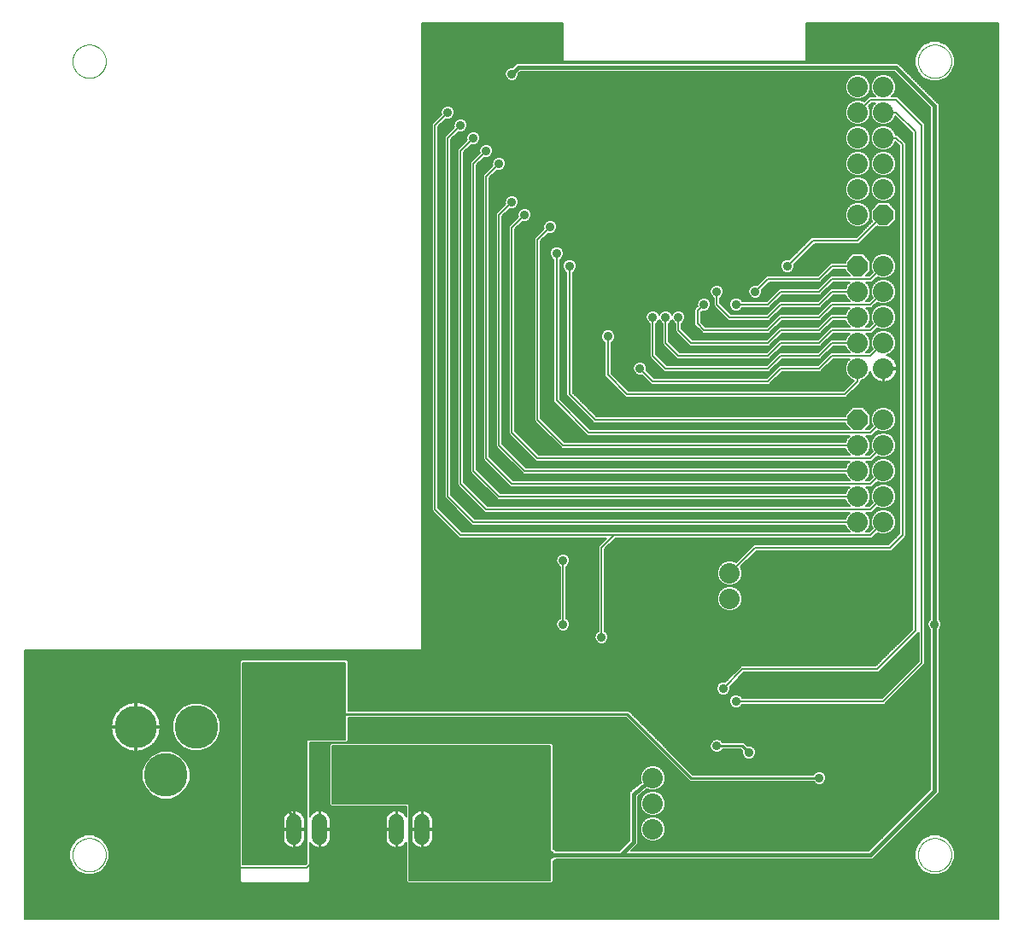
<source format=gbl>
G75*
%MOIN*%
%OFA0B0*%
%FSLAX25Y25*%
%IPPOS*%
%LPD*%
%AMOC8*
5,1,8,0,0,1.08239X$1,22.5*
%
%ADD10C,0.16992*%
%ADD11C,0.16598*%
%ADD12C,0.00000*%
%ADD13OC8,0.08000*%
%ADD14C,0.08000*%
%ADD15C,0.06000*%
%ADD16C,0.00600*%
%ADD17C,0.03562*%
%ADD18C,0.00800*%
%ADD19C,0.01600*%
%ADD20C,0.01000*%
D10*
X0073933Y0080035D03*
X0085744Y0098933D03*
D11*
X0062122Y0098933D03*
D12*
X0037437Y0048933D02*
X0037439Y0049094D01*
X0037445Y0049254D01*
X0037455Y0049415D01*
X0037469Y0049575D01*
X0037487Y0049734D01*
X0037508Y0049894D01*
X0037534Y0050052D01*
X0037564Y0050210D01*
X0037597Y0050367D01*
X0037635Y0050524D01*
X0037676Y0050679D01*
X0037721Y0050833D01*
X0037770Y0050986D01*
X0037823Y0051138D01*
X0037879Y0051288D01*
X0037939Y0051437D01*
X0038003Y0051585D01*
X0038070Y0051731D01*
X0038141Y0051875D01*
X0038216Y0052017D01*
X0038294Y0052158D01*
X0038375Y0052296D01*
X0038460Y0052433D01*
X0038549Y0052567D01*
X0038640Y0052699D01*
X0038735Y0052829D01*
X0038833Y0052956D01*
X0038934Y0053081D01*
X0039038Y0053204D01*
X0039145Y0053323D01*
X0039255Y0053440D01*
X0039368Y0053555D01*
X0039484Y0053666D01*
X0039602Y0053775D01*
X0039723Y0053880D01*
X0039847Y0053983D01*
X0039973Y0054083D01*
X0040102Y0054179D01*
X0040233Y0054272D01*
X0040366Y0054362D01*
X0040501Y0054449D01*
X0040639Y0054532D01*
X0040778Y0054611D01*
X0040920Y0054688D01*
X0041063Y0054761D01*
X0041208Y0054830D01*
X0041355Y0054895D01*
X0041503Y0054957D01*
X0041653Y0055016D01*
X0041804Y0055070D01*
X0041956Y0055121D01*
X0042110Y0055168D01*
X0042265Y0055211D01*
X0042420Y0055250D01*
X0042577Y0055286D01*
X0042735Y0055318D01*
X0042893Y0055345D01*
X0043052Y0055369D01*
X0043211Y0055389D01*
X0043371Y0055405D01*
X0043532Y0055417D01*
X0043692Y0055425D01*
X0043853Y0055429D01*
X0044013Y0055429D01*
X0044174Y0055425D01*
X0044334Y0055417D01*
X0044495Y0055405D01*
X0044655Y0055389D01*
X0044814Y0055369D01*
X0044973Y0055345D01*
X0045131Y0055318D01*
X0045289Y0055286D01*
X0045446Y0055250D01*
X0045601Y0055211D01*
X0045756Y0055168D01*
X0045910Y0055121D01*
X0046062Y0055070D01*
X0046213Y0055016D01*
X0046363Y0054957D01*
X0046511Y0054895D01*
X0046658Y0054830D01*
X0046803Y0054761D01*
X0046946Y0054688D01*
X0047088Y0054611D01*
X0047227Y0054532D01*
X0047365Y0054449D01*
X0047500Y0054362D01*
X0047633Y0054272D01*
X0047764Y0054179D01*
X0047893Y0054083D01*
X0048019Y0053983D01*
X0048143Y0053880D01*
X0048264Y0053775D01*
X0048382Y0053666D01*
X0048498Y0053555D01*
X0048611Y0053440D01*
X0048721Y0053323D01*
X0048828Y0053204D01*
X0048932Y0053081D01*
X0049033Y0052956D01*
X0049131Y0052829D01*
X0049226Y0052699D01*
X0049317Y0052567D01*
X0049406Y0052433D01*
X0049491Y0052296D01*
X0049572Y0052158D01*
X0049650Y0052017D01*
X0049725Y0051875D01*
X0049796Y0051731D01*
X0049863Y0051585D01*
X0049927Y0051437D01*
X0049987Y0051288D01*
X0050043Y0051138D01*
X0050096Y0050986D01*
X0050145Y0050833D01*
X0050190Y0050679D01*
X0050231Y0050524D01*
X0050269Y0050367D01*
X0050302Y0050210D01*
X0050332Y0050052D01*
X0050358Y0049894D01*
X0050379Y0049734D01*
X0050397Y0049575D01*
X0050411Y0049415D01*
X0050421Y0049254D01*
X0050427Y0049094D01*
X0050429Y0048933D01*
X0050427Y0048772D01*
X0050421Y0048612D01*
X0050411Y0048451D01*
X0050397Y0048291D01*
X0050379Y0048132D01*
X0050358Y0047972D01*
X0050332Y0047814D01*
X0050302Y0047656D01*
X0050269Y0047499D01*
X0050231Y0047342D01*
X0050190Y0047187D01*
X0050145Y0047033D01*
X0050096Y0046880D01*
X0050043Y0046728D01*
X0049987Y0046578D01*
X0049927Y0046429D01*
X0049863Y0046281D01*
X0049796Y0046135D01*
X0049725Y0045991D01*
X0049650Y0045849D01*
X0049572Y0045708D01*
X0049491Y0045570D01*
X0049406Y0045433D01*
X0049317Y0045299D01*
X0049226Y0045167D01*
X0049131Y0045037D01*
X0049033Y0044910D01*
X0048932Y0044785D01*
X0048828Y0044662D01*
X0048721Y0044543D01*
X0048611Y0044426D01*
X0048498Y0044311D01*
X0048382Y0044200D01*
X0048264Y0044091D01*
X0048143Y0043986D01*
X0048019Y0043883D01*
X0047893Y0043783D01*
X0047764Y0043687D01*
X0047633Y0043594D01*
X0047500Y0043504D01*
X0047365Y0043417D01*
X0047227Y0043334D01*
X0047088Y0043255D01*
X0046946Y0043178D01*
X0046803Y0043105D01*
X0046658Y0043036D01*
X0046511Y0042971D01*
X0046363Y0042909D01*
X0046213Y0042850D01*
X0046062Y0042796D01*
X0045910Y0042745D01*
X0045756Y0042698D01*
X0045601Y0042655D01*
X0045446Y0042616D01*
X0045289Y0042580D01*
X0045131Y0042548D01*
X0044973Y0042521D01*
X0044814Y0042497D01*
X0044655Y0042477D01*
X0044495Y0042461D01*
X0044334Y0042449D01*
X0044174Y0042441D01*
X0044013Y0042437D01*
X0043853Y0042437D01*
X0043692Y0042441D01*
X0043532Y0042449D01*
X0043371Y0042461D01*
X0043211Y0042477D01*
X0043052Y0042497D01*
X0042893Y0042521D01*
X0042735Y0042548D01*
X0042577Y0042580D01*
X0042420Y0042616D01*
X0042265Y0042655D01*
X0042110Y0042698D01*
X0041956Y0042745D01*
X0041804Y0042796D01*
X0041653Y0042850D01*
X0041503Y0042909D01*
X0041355Y0042971D01*
X0041208Y0043036D01*
X0041063Y0043105D01*
X0040920Y0043178D01*
X0040778Y0043255D01*
X0040639Y0043334D01*
X0040501Y0043417D01*
X0040366Y0043504D01*
X0040233Y0043594D01*
X0040102Y0043687D01*
X0039973Y0043783D01*
X0039847Y0043883D01*
X0039723Y0043986D01*
X0039602Y0044091D01*
X0039484Y0044200D01*
X0039368Y0044311D01*
X0039255Y0044426D01*
X0039145Y0044543D01*
X0039038Y0044662D01*
X0038934Y0044785D01*
X0038833Y0044910D01*
X0038735Y0045037D01*
X0038640Y0045167D01*
X0038549Y0045299D01*
X0038460Y0045433D01*
X0038375Y0045570D01*
X0038294Y0045708D01*
X0038216Y0045849D01*
X0038141Y0045991D01*
X0038070Y0046135D01*
X0038003Y0046281D01*
X0037939Y0046429D01*
X0037879Y0046578D01*
X0037823Y0046728D01*
X0037770Y0046880D01*
X0037721Y0047033D01*
X0037676Y0047187D01*
X0037635Y0047342D01*
X0037597Y0047499D01*
X0037564Y0047656D01*
X0037534Y0047814D01*
X0037508Y0047972D01*
X0037487Y0048132D01*
X0037469Y0048291D01*
X0037455Y0048451D01*
X0037445Y0048612D01*
X0037439Y0048772D01*
X0037437Y0048933D01*
X0037437Y0358933D02*
X0037439Y0359094D01*
X0037445Y0359254D01*
X0037455Y0359415D01*
X0037469Y0359575D01*
X0037487Y0359734D01*
X0037508Y0359894D01*
X0037534Y0360052D01*
X0037564Y0360210D01*
X0037597Y0360367D01*
X0037635Y0360524D01*
X0037676Y0360679D01*
X0037721Y0360833D01*
X0037770Y0360986D01*
X0037823Y0361138D01*
X0037879Y0361288D01*
X0037939Y0361437D01*
X0038003Y0361585D01*
X0038070Y0361731D01*
X0038141Y0361875D01*
X0038216Y0362017D01*
X0038294Y0362158D01*
X0038375Y0362296D01*
X0038460Y0362433D01*
X0038549Y0362567D01*
X0038640Y0362699D01*
X0038735Y0362829D01*
X0038833Y0362956D01*
X0038934Y0363081D01*
X0039038Y0363204D01*
X0039145Y0363323D01*
X0039255Y0363440D01*
X0039368Y0363555D01*
X0039484Y0363666D01*
X0039602Y0363775D01*
X0039723Y0363880D01*
X0039847Y0363983D01*
X0039973Y0364083D01*
X0040102Y0364179D01*
X0040233Y0364272D01*
X0040366Y0364362D01*
X0040501Y0364449D01*
X0040639Y0364532D01*
X0040778Y0364611D01*
X0040920Y0364688D01*
X0041063Y0364761D01*
X0041208Y0364830D01*
X0041355Y0364895D01*
X0041503Y0364957D01*
X0041653Y0365016D01*
X0041804Y0365070D01*
X0041956Y0365121D01*
X0042110Y0365168D01*
X0042265Y0365211D01*
X0042420Y0365250D01*
X0042577Y0365286D01*
X0042735Y0365318D01*
X0042893Y0365345D01*
X0043052Y0365369D01*
X0043211Y0365389D01*
X0043371Y0365405D01*
X0043532Y0365417D01*
X0043692Y0365425D01*
X0043853Y0365429D01*
X0044013Y0365429D01*
X0044174Y0365425D01*
X0044334Y0365417D01*
X0044495Y0365405D01*
X0044655Y0365389D01*
X0044814Y0365369D01*
X0044973Y0365345D01*
X0045131Y0365318D01*
X0045289Y0365286D01*
X0045446Y0365250D01*
X0045601Y0365211D01*
X0045756Y0365168D01*
X0045910Y0365121D01*
X0046062Y0365070D01*
X0046213Y0365016D01*
X0046363Y0364957D01*
X0046511Y0364895D01*
X0046658Y0364830D01*
X0046803Y0364761D01*
X0046946Y0364688D01*
X0047088Y0364611D01*
X0047227Y0364532D01*
X0047365Y0364449D01*
X0047500Y0364362D01*
X0047633Y0364272D01*
X0047764Y0364179D01*
X0047893Y0364083D01*
X0048019Y0363983D01*
X0048143Y0363880D01*
X0048264Y0363775D01*
X0048382Y0363666D01*
X0048498Y0363555D01*
X0048611Y0363440D01*
X0048721Y0363323D01*
X0048828Y0363204D01*
X0048932Y0363081D01*
X0049033Y0362956D01*
X0049131Y0362829D01*
X0049226Y0362699D01*
X0049317Y0362567D01*
X0049406Y0362433D01*
X0049491Y0362296D01*
X0049572Y0362158D01*
X0049650Y0362017D01*
X0049725Y0361875D01*
X0049796Y0361731D01*
X0049863Y0361585D01*
X0049927Y0361437D01*
X0049987Y0361288D01*
X0050043Y0361138D01*
X0050096Y0360986D01*
X0050145Y0360833D01*
X0050190Y0360679D01*
X0050231Y0360524D01*
X0050269Y0360367D01*
X0050302Y0360210D01*
X0050332Y0360052D01*
X0050358Y0359894D01*
X0050379Y0359734D01*
X0050397Y0359575D01*
X0050411Y0359415D01*
X0050421Y0359254D01*
X0050427Y0359094D01*
X0050429Y0358933D01*
X0050427Y0358772D01*
X0050421Y0358612D01*
X0050411Y0358451D01*
X0050397Y0358291D01*
X0050379Y0358132D01*
X0050358Y0357972D01*
X0050332Y0357814D01*
X0050302Y0357656D01*
X0050269Y0357499D01*
X0050231Y0357342D01*
X0050190Y0357187D01*
X0050145Y0357033D01*
X0050096Y0356880D01*
X0050043Y0356728D01*
X0049987Y0356578D01*
X0049927Y0356429D01*
X0049863Y0356281D01*
X0049796Y0356135D01*
X0049725Y0355991D01*
X0049650Y0355849D01*
X0049572Y0355708D01*
X0049491Y0355570D01*
X0049406Y0355433D01*
X0049317Y0355299D01*
X0049226Y0355167D01*
X0049131Y0355037D01*
X0049033Y0354910D01*
X0048932Y0354785D01*
X0048828Y0354662D01*
X0048721Y0354543D01*
X0048611Y0354426D01*
X0048498Y0354311D01*
X0048382Y0354200D01*
X0048264Y0354091D01*
X0048143Y0353986D01*
X0048019Y0353883D01*
X0047893Y0353783D01*
X0047764Y0353687D01*
X0047633Y0353594D01*
X0047500Y0353504D01*
X0047365Y0353417D01*
X0047227Y0353334D01*
X0047088Y0353255D01*
X0046946Y0353178D01*
X0046803Y0353105D01*
X0046658Y0353036D01*
X0046511Y0352971D01*
X0046363Y0352909D01*
X0046213Y0352850D01*
X0046062Y0352796D01*
X0045910Y0352745D01*
X0045756Y0352698D01*
X0045601Y0352655D01*
X0045446Y0352616D01*
X0045289Y0352580D01*
X0045131Y0352548D01*
X0044973Y0352521D01*
X0044814Y0352497D01*
X0044655Y0352477D01*
X0044495Y0352461D01*
X0044334Y0352449D01*
X0044174Y0352441D01*
X0044013Y0352437D01*
X0043853Y0352437D01*
X0043692Y0352441D01*
X0043532Y0352449D01*
X0043371Y0352461D01*
X0043211Y0352477D01*
X0043052Y0352497D01*
X0042893Y0352521D01*
X0042735Y0352548D01*
X0042577Y0352580D01*
X0042420Y0352616D01*
X0042265Y0352655D01*
X0042110Y0352698D01*
X0041956Y0352745D01*
X0041804Y0352796D01*
X0041653Y0352850D01*
X0041503Y0352909D01*
X0041355Y0352971D01*
X0041208Y0353036D01*
X0041063Y0353105D01*
X0040920Y0353178D01*
X0040778Y0353255D01*
X0040639Y0353334D01*
X0040501Y0353417D01*
X0040366Y0353504D01*
X0040233Y0353594D01*
X0040102Y0353687D01*
X0039973Y0353783D01*
X0039847Y0353883D01*
X0039723Y0353986D01*
X0039602Y0354091D01*
X0039484Y0354200D01*
X0039368Y0354311D01*
X0039255Y0354426D01*
X0039145Y0354543D01*
X0039038Y0354662D01*
X0038934Y0354785D01*
X0038833Y0354910D01*
X0038735Y0355037D01*
X0038640Y0355167D01*
X0038549Y0355299D01*
X0038460Y0355433D01*
X0038375Y0355570D01*
X0038294Y0355708D01*
X0038216Y0355849D01*
X0038141Y0355991D01*
X0038070Y0356135D01*
X0038003Y0356281D01*
X0037939Y0356429D01*
X0037879Y0356578D01*
X0037823Y0356728D01*
X0037770Y0356880D01*
X0037721Y0357033D01*
X0037676Y0357187D01*
X0037635Y0357342D01*
X0037597Y0357499D01*
X0037564Y0357656D01*
X0037534Y0357814D01*
X0037508Y0357972D01*
X0037487Y0358132D01*
X0037469Y0358291D01*
X0037455Y0358451D01*
X0037445Y0358612D01*
X0037439Y0358772D01*
X0037437Y0358933D01*
X0367437Y0358933D02*
X0367439Y0359094D01*
X0367445Y0359254D01*
X0367455Y0359415D01*
X0367469Y0359575D01*
X0367487Y0359734D01*
X0367508Y0359894D01*
X0367534Y0360052D01*
X0367564Y0360210D01*
X0367597Y0360367D01*
X0367635Y0360524D01*
X0367676Y0360679D01*
X0367721Y0360833D01*
X0367770Y0360986D01*
X0367823Y0361138D01*
X0367879Y0361288D01*
X0367939Y0361437D01*
X0368003Y0361585D01*
X0368070Y0361731D01*
X0368141Y0361875D01*
X0368216Y0362017D01*
X0368294Y0362158D01*
X0368375Y0362296D01*
X0368460Y0362433D01*
X0368549Y0362567D01*
X0368640Y0362699D01*
X0368735Y0362829D01*
X0368833Y0362956D01*
X0368934Y0363081D01*
X0369038Y0363204D01*
X0369145Y0363323D01*
X0369255Y0363440D01*
X0369368Y0363555D01*
X0369484Y0363666D01*
X0369602Y0363775D01*
X0369723Y0363880D01*
X0369847Y0363983D01*
X0369973Y0364083D01*
X0370102Y0364179D01*
X0370233Y0364272D01*
X0370366Y0364362D01*
X0370501Y0364449D01*
X0370639Y0364532D01*
X0370778Y0364611D01*
X0370920Y0364688D01*
X0371063Y0364761D01*
X0371208Y0364830D01*
X0371355Y0364895D01*
X0371503Y0364957D01*
X0371653Y0365016D01*
X0371804Y0365070D01*
X0371956Y0365121D01*
X0372110Y0365168D01*
X0372265Y0365211D01*
X0372420Y0365250D01*
X0372577Y0365286D01*
X0372735Y0365318D01*
X0372893Y0365345D01*
X0373052Y0365369D01*
X0373211Y0365389D01*
X0373371Y0365405D01*
X0373532Y0365417D01*
X0373692Y0365425D01*
X0373853Y0365429D01*
X0374013Y0365429D01*
X0374174Y0365425D01*
X0374334Y0365417D01*
X0374495Y0365405D01*
X0374655Y0365389D01*
X0374814Y0365369D01*
X0374973Y0365345D01*
X0375131Y0365318D01*
X0375289Y0365286D01*
X0375446Y0365250D01*
X0375601Y0365211D01*
X0375756Y0365168D01*
X0375910Y0365121D01*
X0376062Y0365070D01*
X0376213Y0365016D01*
X0376363Y0364957D01*
X0376511Y0364895D01*
X0376658Y0364830D01*
X0376803Y0364761D01*
X0376946Y0364688D01*
X0377088Y0364611D01*
X0377227Y0364532D01*
X0377365Y0364449D01*
X0377500Y0364362D01*
X0377633Y0364272D01*
X0377764Y0364179D01*
X0377893Y0364083D01*
X0378019Y0363983D01*
X0378143Y0363880D01*
X0378264Y0363775D01*
X0378382Y0363666D01*
X0378498Y0363555D01*
X0378611Y0363440D01*
X0378721Y0363323D01*
X0378828Y0363204D01*
X0378932Y0363081D01*
X0379033Y0362956D01*
X0379131Y0362829D01*
X0379226Y0362699D01*
X0379317Y0362567D01*
X0379406Y0362433D01*
X0379491Y0362296D01*
X0379572Y0362158D01*
X0379650Y0362017D01*
X0379725Y0361875D01*
X0379796Y0361731D01*
X0379863Y0361585D01*
X0379927Y0361437D01*
X0379987Y0361288D01*
X0380043Y0361138D01*
X0380096Y0360986D01*
X0380145Y0360833D01*
X0380190Y0360679D01*
X0380231Y0360524D01*
X0380269Y0360367D01*
X0380302Y0360210D01*
X0380332Y0360052D01*
X0380358Y0359894D01*
X0380379Y0359734D01*
X0380397Y0359575D01*
X0380411Y0359415D01*
X0380421Y0359254D01*
X0380427Y0359094D01*
X0380429Y0358933D01*
X0380427Y0358772D01*
X0380421Y0358612D01*
X0380411Y0358451D01*
X0380397Y0358291D01*
X0380379Y0358132D01*
X0380358Y0357972D01*
X0380332Y0357814D01*
X0380302Y0357656D01*
X0380269Y0357499D01*
X0380231Y0357342D01*
X0380190Y0357187D01*
X0380145Y0357033D01*
X0380096Y0356880D01*
X0380043Y0356728D01*
X0379987Y0356578D01*
X0379927Y0356429D01*
X0379863Y0356281D01*
X0379796Y0356135D01*
X0379725Y0355991D01*
X0379650Y0355849D01*
X0379572Y0355708D01*
X0379491Y0355570D01*
X0379406Y0355433D01*
X0379317Y0355299D01*
X0379226Y0355167D01*
X0379131Y0355037D01*
X0379033Y0354910D01*
X0378932Y0354785D01*
X0378828Y0354662D01*
X0378721Y0354543D01*
X0378611Y0354426D01*
X0378498Y0354311D01*
X0378382Y0354200D01*
X0378264Y0354091D01*
X0378143Y0353986D01*
X0378019Y0353883D01*
X0377893Y0353783D01*
X0377764Y0353687D01*
X0377633Y0353594D01*
X0377500Y0353504D01*
X0377365Y0353417D01*
X0377227Y0353334D01*
X0377088Y0353255D01*
X0376946Y0353178D01*
X0376803Y0353105D01*
X0376658Y0353036D01*
X0376511Y0352971D01*
X0376363Y0352909D01*
X0376213Y0352850D01*
X0376062Y0352796D01*
X0375910Y0352745D01*
X0375756Y0352698D01*
X0375601Y0352655D01*
X0375446Y0352616D01*
X0375289Y0352580D01*
X0375131Y0352548D01*
X0374973Y0352521D01*
X0374814Y0352497D01*
X0374655Y0352477D01*
X0374495Y0352461D01*
X0374334Y0352449D01*
X0374174Y0352441D01*
X0374013Y0352437D01*
X0373853Y0352437D01*
X0373692Y0352441D01*
X0373532Y0352449D01*
X0373371Y0352461D01*
X0373211Y0352477D01*
X0373052Y0352497D01*
X0372893Y0352521D01*
X0372735Y0352548D01*
X0372577Y0352580D01*
X0372420Y0352616D01*
X0372265Y0352655D01*
X0372110Y0352698D01*
X0371956Y0352745D01*
X0371804Y0352796D01*
X0371653Y0352850D01*
X0371503Y0352909D01*
X0371355Y0352971D01*
X0371208Y0353036D01*
X0371063Y0353105D01*
X0370920Y0353178D01*
X0370778Y0353255D01*
X0370639Y0353334D01*
X0370501Y0353417D01*
X0370366Y0353504D01*
X0370233Y0353594D01*
X0370102Y0353687D01*
X0369973Y0353783D01*
X0369847Y0353883D01*
X0369723Y0353986D01*
X0369602Y0354091D01*
X0369484Y0354200D01*
X0369368Y0354311D01*
X0369255Y0354426D01*
X0369145Y0354543D01*
X0369038Y0354662D01*
X0368934Y0354785D01*
X0368833Y0354910D01*
X0368735Y0355037D01*
X0368640Y0355167D01*
X0368549Y0355299D01*
X0368460Y0355433D01*
X0368375Y0355570D01*
X0368294Y0355708D01*
X0368216Y0355849D01*
X0368141Y0355991D01*
X0368070Y0356135D01*
X0368003Y0356281D01*
X0367939Y0356429D01*
X0367879Y0356578D01*
X0367823Y0356728D01*
X0367770Y0356880D01*
X0367721Y0357033D01*
X0367676Y0357187D01*
X0367635Y0357342D01*
X0367597Y0357499D01*
X0367564Y0357656D01*
X0367534Y0357814D01*
X0367508Y0357972D01*
X0367487Y0358132D01*
X0367469Y0358291D01*
X0367455Y0358451D01*
X0367445Y0358612D01*
X0367439Y0358772D01*
X0367437Y0358933D01*
X0367437Y0048933D02*
X0367439Y0049094D01*
X0367445Y0049254D01*
X0367455Y0049415D01*
X0367469Y0049575D01*
X0367487Y0049734D01*
X0367508Y0049894D01*
X0367534Y0050052D01*
X0367564Y0050210D01*
X0367597Y0050367D01*
X0367635Y0050524D01*
X0367676Y0050679D01*
X0367721Y0050833D01*
X0367770Y0050986D01*
X0367823Y0051138D01*
X0367879Y0051288D01*
X0367939Y0051437D01*
X0368003Y0051585D01*
X0368070Y0051731D01*
X0368141Y0051875D01*
X0368216Y0052017D01*
X0368294Y0052158D01*
X0368375Y0052296D01*
X0368460Y0052433D01*
X0368549Y0052567D01*
X0368640Y0052699D01*
X0368735Y0052829D01*
X0368833Y0052956D01*
X0368934Y0053081D01*
X0369038Y0053204D01*
X0369145Y0053323D01*
X0369255Y0053440D01*
X0369368Y0053555D01*
X0369484Y0053666D01*
X0369602Y0053775D01*
X0369723Y0053880D01*
X0369847Y0053983D01*
X0369973Y0054083D01*
X0370102Y0054179D01*
X0370233Y0054272D01*
X0370366Y0054362D01*
X0370501Y0054449D01*
X0370639Y0054532D01*
X0370778Y0054611D01*
X0370920Y0054688D01*
X0371063Y0054761D01*
X0371208Y0054830D01*
X0371355Y0054895D01*
X0371503Y0054957D01*
X0371653Y0055016D01*
X0371804Y0055070D01*
X0371956Y0055121D01*
X0372110Y0055168D01*
X0372265Y0055211D01*
X0372420Y0055250D01*
X0372577Y0055286D01*
X0372735Y0055318D01*
X0372893Y0055345D01*
X0373052Y0055369D01*
X0373211Y0055389D01*
X0373371Y0055405D01*
X0373532Y0055417D01*
X0373692Y0055425D01*
X0373853Y0055429D01*
X0374013Y0055429D01*
X0374174Y0055425D01*
X0374334Y0055417D01*
X0374495Y0055405D01*
X0374655Y0055389D01*
X0374814Y0055369D01*
X0374973Y0055345D01*
X0375131Y0055318D01*
X0375289Y0055286D01*
X0375446Y0055250D01*
X0375601Y0055211D01*
X0375756Y0055168D01*
X0375910Y0055121D01*
X0376062Y0055070D01*
X0376213Y0055016D01*
X0376363Y0054957D01*
X0376511Y0054895D01*
X0376658Y0054830D01*
X0376803Y0054761D01*
X0376946Y0054688D01*
X0377088Y0054611D01*
X0377227Y0054532D01*
X0377365Y0054449D01*
X0377500Y0054362D01*
X0377633Y0054272D01*
X0377764Y0054179D01*
X0377893Y0054083D01*
X0378019Y0053983D01*
X0378143Y0053880D01*
X0378264Y0053775D01*
X0378382Y0053666D01*
X0378498Y0053555D01*
X0378611Y0053440D01*
X0378721Y0053323D01*
X0378828Y0053204D01*
X0378932Y0053081D01*
X0379033Y0052956D01*
X0379131Y0052829D01*
X0379226Y0052699D01*
X0379317Y0052567D01*
X0379406Y0052433D01*
X0379491Y0052296D01*
X0379572Y0052158D01*
X0379650Y0052017D01*
X0379725Y0051875D01*
X0379796Y0051731D01*
X0379863Y0051585D01*
X0379927Y0051437D01*
X0379987Y0051288D01*
X0380043Y0051138D01*
X0380096Y0050986D01*
X0380145Y0050833D01*
X0380190Y0050679D01*
X0380231Y0050524D01*
X0380269Y0050367D01*
X0380302Y0050210D01*
X0380332Y0050052D01*
X0380358Y0049894D01*
X0380379Y0049734D01*
X0380397Y0049575D01*
X0380411Y0049415D01*
X0380421Y0049254D01*
X0380427Y0049094D01*
X0380429Y0048933D01*
X0380427Y0048772D01*
X0380421Y0048612D01*
X0380411Y0048451D01*
X0380397Y0048291D01*
X0380379Y0048132D01*
X0380358Y0047972D01*
X0380332Y0047814D01*
X0380302Y0047656D01*
X0380269Y0047499D01*
X0380231Y0047342D01*
X0380190Y0047187D01*
X0380145Y0047033D01*
X0380096Y0046880D01*
X0380043Y0046728D01*
X0379987Y0046578D01*
X0379927Y0046429D01*
X0379863Y0046281D01*
X0379796Y0046135D01*
X0379725Y0045991D01*
X0379650Y0045849D01*
X0379572Y0045708D01*
X0379491Y0045570D01*
X0379406Y0045433D01*
X0379317Y0045299D01*
X0379226Y0045167D01*
X0379131Y0045037D01*
X0379033Y0044910D01*
X0378932Y0044785D01*
X0378828Y0044662D01*
X0378721Y0044543D01*
X0378611Y0044426D01*
X0378498Y0044311D01*
X0378382Y0044200D01*
X0378264Y0044091D01*
X0378143Y0043986D01*
X0378019Y0043883D01*
X0377893Y0043783D01*
X0377764Y0043687D01*
X0377633Y0043594D01*
X0377500Y0043504D01*
X0377365Y0043417D01*
X0377227Y0043334D01*
X0377088Y0043255D01*
X0376946Y0043178D01*
X0376803Y0043105D01*
X0376658Y0043036D01*
X0376511Y0042971D01*
X0376363Y0042909D01*
X0376213Y0042850D01*
X0376062Y0042796D01*
X0375910Y0042745D01*
X0375756Y0042698D01*
X0375601Y0042655D01*
X0375446Y0042616D01*
X0375289Y0042580D01*
X0375131Y0042548D01*
X0374973Y0042521D01*
X0374814Y0042497D01*
X0374655Y0042477D01*
X0374495Y0042461D01*
X0374334Y0042449D01*
X0374174Y0042441D01*
X0374013Y0042437D01*
X0373853Y0042437D01*
X0373692Y0042441D01*
X0373532Y0042449D01*
X0373371Y0042461D01*
X0373211Y0042477D01*
X0373052Y0042497D01*
X0372893Y0042521D01*
X0372735Y0042548D01*
X0372577Y0042580D01*
X0372420Y0042616D01*
X0372265Y0042655D01*
X0372110Y0042698D01*
X0371956Y0042745D01*
X0371804Y0042796D01*
X0371653Y0042850D01*
X0371503Y0042909D01*
X0371355Y0042971D01*
X0371208Y0043036D01*
X0371063Y0043105D01*
X0370920Y0043178D01*
X0370778Y0043255D01*
X0370639Y0043334D01*
X0370501Y0043417D01*
X0370366Y0043504D01*
X0370233Y0043594D01*
X0370102Y0043687D01*
X0369973Y0043783D01*
X0369847Y0043883D01*
X0369723Y0043986D01*
X0369602Y0044091D01*
X0369484Y0044200D01*
X0369368Y0044311D01*
X0369255Y0044426D01*
X0369145Y0044543D01*
X0369038Y0044662D01*
X0368934Y0044785D01*
X0368833Y0044910D01*
X0368735Y0045037D01*
X0368640Y0045167D01*
X0368549Y0045299D01*
X0368460Y0045433D01*
X0368375Y0045570D01*
X0368294Y0045708D01*
X0368216Y0045849D01*
X0368141Y0045991D01*
X0368070Y0046135D01*
X0368003Y0046281D01*
X0367939Y0046429D01*
X0367879Y0046578D01*
X0367823Y0046728D01*
X0367770Y0046880D01*
X0367721Y0047033D01*
X0367676Y0047187D01*
X0367635Y0047342D01*
X0367597Y0047499D01*
X0367564Y0047656D01*
X0367534Y0047814D01*
X0367508Y0047972D01*
X0367487Y0048132D01*
X0367469Y0048291D01*
X0367455Y0048451D01*
X0367445Y0048612D01*
X0367439Y0048772D01*
X0367437Y0048933D01*
D13*
X0343933Y0218933D03*
X0343933Y0278933D03*
X0353933Y0298933D03*
D14*
X0343933Y0298933D03*
X0343933Y0308933D03*
X0343933Y0318933D03*
X0343933Y0328933D03*
X0343933Y0338933D03*
X0343933Y0348933D03*
X0353933Y0348933D03*
X0353933Y0338933D03*
X0353933Y0328933D03*
X0353933Y0318933D03*
X0353933Y0308933D03*
X0353933Y0278933D03*
X0353933Y0268933D03*
X0353933Y0258933D03*
X0353933Y0248933D03*
X0353933Y0238933D03*
X0343933Y0238933D03*
X0343933Y0248933D03*
X0343933Y0258933D03*
X0343933Y0268933D03*
X0353933Y0218933D03*
X0353933Y0208933D03*
X0353933Y0198933D03*
X0353933Y0188933D03*
X0353933Y0178933D03*
X0343933Y0178933D03*
X0343933Y0188933D03*
X0343933Y0198933D03*
X0343933Y0208933D03*
X0293933Y0158933D03*
X0293933Y0148933D03*
X0263933Y0078933D03*
X0263933Y0068933D03*
X0263933Y0058933D03*
D15*
X0173933Y0055933D02*
X0173933Y0061933D01*
X0163933Y0061933D02*
X0163933Y0055933D01*
X0133933Y0055933D02*
X0133933Y0061933D01*
X0123933Y0061933D02*
X0123933Y0055933D01*
D16*
X0018933Y0023933D02*
X0018933Y0128933D01*
X0173933Y0128933D01*
X0173933Y0373933D01*
X0228933Y0373933D01*
X0228933Y0358933D01*
X0323933Y0358933D01*
X0323933Y0373933D01*
X0398933Y0373933D01*
X0398933Y0023933D01*
X0018933Y0023933D01*
X0018933Y0023970D02*
X0398933Y0023970D01*
X0398933Y0024569D02*
X0018933Y0024569D01*
X0018933Y0025167D02*
X0398933Y0025167D01*
X0398933Y0025766D02*
X0018933Y0025766D01*
X0018933Y0026364D02*
X0398933Y0026364D01*
X0398933Y0026963D02*
X0018933Y0026963D01*
X0018933Y0027561D02*
X0398933Y0027561D01*
X0398933Y0028160D02*
X0018933Y0028160D01*
X0018933Y0028758D02*
X0398933Y0028758D01*
X0398933Y0029357D02*
X0018933Y0029357D01*
X0018933Y0029955D02*
X0398933Y0029955D01*
X0398933Y0030554D02*
X0018933Y0030554D01*
X0018933Y0031152D02*
X0398933Y0031152D01*
X0398933Y0031751D02*
X0018933Y0031751D01*
X0018933Y0032349D02*
X0398933Y0032349D01*
X0398933Y0032948D02*
X0018933Y0032948D01*
X0018933Y0033546D02*
X0398933Y0033546D01*
X0398933Y0034145D02*
X0018933Y0034145D01*
X0018933Y0034743D02*
X0398933Y0034743D01*
X0398933Y0035342D02*
X0018933Y0035342D01*
X0018933Y0035941D02*
X0398933Y0035941D01*
X0398933Y0036539D02*
X0018933Y0036539D01*
X0018933Y0037138D02*
X0398933Y0037138D01*
X0398933Y0037736D02*
X0224433Y0037736D01*
X0224430Y0037733D02*
X0225133Y0038436D01*
X0225133Y0046528D01*
X0225452Y0046660D01*
X0226025Y0047233D01*
X0349637Y0047233D01*
X0374637Y0072233D01*
X0375633Y0073229D01*
X0375633Y0136841D01*
X0376206Y0137414D01*
X0376614Y0138400D01*
X0376614Y0139466D01*
X0376206Y0140452D01*
X0375633Y0141025D01*
X0375633Y0342137D01*
X0360633Y0357137D01*
X0359637Y0358133D01*
X0210729Y0358133D01*
X0209210Y0356614D01*
X0208400Y0356614D01*
X0207414Y0356206D01*
X0206660Y0355452D01*
X0206252Y0354466D01*
X0206252Y0353400D01*
X0206660Y0352414D01*
X0207414Y0351660D01*
X0208400Y0351252D01*
X0209466Y0351252D01*
X0210452Y0351660D01*
X0211206Y0352414D01*
X0211614Y0353400D01*
X0211614Y0354210D01*
X0212137Y0354733D01*
X0358229Y0354733D01*
X0372233Y0340729D01*
X0372233Y0141025D01*
X0371660Y0140452D01*
X0371252Y0139466D01*
X0371252Y0138400D01*
X0371660Y0137414D01*
X0372233Y0136841D01*
X0372233Y0074637D01*
X0348229Y0050633D01*
X0255537Y0050633D01*
X0258133Y0053229D01*
X0258133Y0071887D01*
X0261456Y0074656D01*
X0262958Y0074033D01*
X0264908Y0074033D01*
X0266709Y0074779D01*
X0268087Y0076157D01*
X0268833Y0077958D01*
X0268833Y0079908D01*
X0268087Y0081709D01*
X0266709Y0083087D01*
X0264908Y0083833D01*
X0262958Y0083833D01*
X0261157Y0083087D01*
X0259779Y0081709D01*
X0259033Y0079908D01*
X0259033Y0077958D01*
X0259309Y0077292D01*
X0255818Y0074383D01*
X0255729Y0074383D01*
X0255286Y0073940D01*
X0254804Y0073538D01*
X0254796Y0073450D01*
X0254733Y0073387D01*
X0254733Y0072760D01*
X0254676Y0072136D01*
X0254733Y0072068D01*
X0254733Y0054637D01*
X0250729Y0050633D01*
X0226025Y0050633D01*
X0225452Y0051206D01*
X0225133Y0051338D01*
X0225133Y0091930D01*
X0224430Y0092633D01*
X0138436Y0092633D01*
X0137733Y0091930D01*
X0137733Y0090936D01*
X0137733Y0069430D01*
X0137733Y0068436D01*
X0138436Y0067733D01*
X0167733Y0067733D01*
X0167733Y0063947D01*
X0167611Y0064187D01*
X0167213Y0064734D01*
X0166734Y0065213D01*
X0166187Y0065611D01*
X0165584Y0065918D01*
X0164940Y0066127D01*
X0164271Y0066233D01*
X0164233Y0066233D01*
X0164233Y0059233D01*
X0163633Y0059233D01*
X0163633Y0058633D01*
X0164233Y0058633D01*
X0164233Y0051633D01*
X0164271Y0051633D01*
X0164940Y0051739D01*
X0165584Y0051948D01*
X0166187Y0052255D01*
X0166734Y0052653D01*
X0167213Y0053132D01*
X0167611Y0053679D01*
X0167733Y0053919D01*
X0167733Y0038436D01*
X0168436Y0037733D01*
X0224430Y0037733D01*
X0225032Y0038335D02*
X0398933Y0038335D01*
X0398933Y0038933D02*
X0225133Y0038933D01*
X0225133Y0039532D02*
X0398933Y0039532D01*
X0398933Y0040130D02*
X0225133Y0040130D01*
X0225133Y0040729D02*
X0398933Y0040729D01*
X0398933Y0041327D02*
X0375943Y0041327D01*
X0375484Y0041137D02*
X0378349Y0042324D01*
X0380542Y0044517D01*
X0381729Y0047382D01*
X0381729Y0050484D01*
X0380542Y0053349D01*
X0378349Y0055542D01*
X0375484Y0056729D01*
X0372382Y0056729D01*
X0369517Y0055542D01*
X0367324Y0053349D01*
X0366137Y0050484D01*
X0366137Y0047382D01*
X0367324Y0044517D01*
X0369517Y0042324D01*
X0372382Y0041137D01*
X0375484Y0041137D01*
X0377388Y0041926D02*
X0398933Y0041926D01*
X0398933Y0042524D02*
X0378549Y0042524D01*
X0379148Y0043123D02*
X0398933Y0043123D01*
X0398933Y0043721D02*
X0379746Y0043721D01*
X0380345Y0044320D02*
X0398933Y0044320D01*
X0398933Y0044918D02*
X0380708Y0044918D01*
X0380956Y0045517D02*
X0398933Y0045517D01*
X0398933Y0046115D02*
X0381204Y0046115D01*
X0381452Y0046714D02*
X0398933Y0046714D01*
X0398933Y0047312D02*
X0381700Y0047312D01*
X0381729Y0047911D02*
X0398933Y0047911D01*
X0398933Y0048509D02*
X0381729Y0048509D01*
X0381729Y0049108D02*
X0398933Y0049108D01*
X0398933Y0049706D02*
X0381729Y0049706D01*
X0381729Y0050305D02*
X0398933Y0050305D01*
X0398933Y0050903D02*
X0381555Y0050903D01*
X0381307Y0051502D02*
X0398933Y0051502D01*
X0398933Y0052100D02*
X0381060Y0052100D01*
X0380812Y0052699D02*
X0398933Y0052699D01*
X0398933Y0053297D02*
X0380564Y0053297D01*
X0379996Y0053896D02*
X0398933Y0053896D01*
X0398933Y0054494D02*
X0379397Y0054494D01*
X0378799Y0055093D02*
X0398933Y0055093D01*
X0398933Y0055691D02*
X0377989Y0055691D01*
X0376544Y0056290D02*
X0398933Y0056290D01*
X0398933Y0056888D02*
X0359293Y0056888D01*
X0359891Y0057487D02*
X0398933Y0057487D01*
X0398933Y0058085D02*
X0360490Y0058085D01*
X0361088Y0058684D02*
X0398933Y0058684D01*
X0398933Y0059282D02*
X0361687Y0059282D01*
X0362285Y0059881D02*
X0398933Y0059881D01*
X0398933Y0060479D02*
X0362884Y0060479D01*
X0363482Y0061078D02*
X0398933Y0061078D01*
X0398933Y0061677D02*
X0364081Y0061677D01*
X0364679Y0062275D02*
X0398933Y0062275D01*
X0398933Y0062874D02*
X0365278Y0062874D01*
X0365876Y0063472D02*
X0398933Y0063472D01*
X0398933Y0064071D02*
X0366475Y0064071D01*
X0367073Y0064669D02*
X0398933Y0064669D01*
X0398933Y0065268D02*
X0367672Y0065268D01*
X0368270Y0065866D02*
X0398933Y0065866D01*
X0398933Y0066465D02*
X0368869Y0066465D01*
X0369467Y0067063D02*
X0398933Y0067063D01*
X0398933Y0067662D02*
X0370066Y0067662D01*
X0370664Y0068260D02*
X0398933Y0068260D01*
X0398933Y0068859D02*
X0371263Y0068859D01*
X0371861Y0069457D02*
X0398933Y0069457D01*
X0398933Y0070056D02*
X0372460Y0070056D01*
X0373058Y0070654D02*
X0398933Y0070654D01*
X0398933Y0071253D02*
X0373657Y0071253D01*
X0374255Y0071851D02*
X0398933Y0071851D01*
X0398933Y0072450D02*
X0374854Y0072450D01*
X0375452Y0073048D02*
X0398933Y0073048D01*
X0398933Y0073647D02*
X0375633Y0073647D01*
X0375633Y0074245D02*
X0398933Y0074245D01*
X0398933Y0074844D02*
X0375633Y0074844D01*
X0375633Y0075442D02*
X0398933Y0075442D01*
X0398933Y0076041D02*
X0375633Y0076041D01*
X0375633Y0076639D02*
X0398933Y0076639D01*
X0398933Y0077238D02*
X0375633Y0077238D01*
X0375633Y0077836D02*
X0398933Y0077836D01*
X0398933Y0078435D02*
X0375633Y0078435D01*
X0375633Y0079033D02*
X0398933Y0079033D01*
X0398933Y0079632D02*
X0375633Y0079632D01*
X0375633Y0080230D02*
X0398933Y0080230D01*
X0398933Y0080829D02*
X0375633Y0080829D01*
X0375633Y0081427D02*
X0398933Y0081427D01*
X0398933Y0082026D02*
X0375633Y0082026D01*
X0375633Y0082624D02*
X0398933Y0082624D01*
X0398933Y0083223D02*
X0375633Y0083223D01*
X0375633Y0083821D02*
X0398933Y0083821D01*
X0398933Y0084420D02*
X0375633Y0084420D01*
X0375633Y0085018D02*
X0398933Y0085018D01*
X0398933Y0085617D02*
X0375633Y0085617D01*
X0375633Y0086215D02*
X0398933Y0086215D01*
X0398933Y0086814D02*
X0375633Y0086814D01*
X0375633Y0087412D02*
X0398933Y0087412D01*
X0398933Y0088011D02*
X0375633Y0088011D01*
X0375633Y0088610D02*
X0398933Y0088610D01*
X0398933Y0089208D02*
X0375633Y0089208D01*
X0375633Y0089807D02*
X0398933Y0089807D01*
X0398933Y0090405D02*
X0375633Y0090405D01*
X0375633Y0091004D02*
X0398933Y0091004D01*
X0398933Y0091602D02*
X0375633Y0091602D01*
X0375633Y0092201D02*
X0398933Y0092201D01*
X0398933Y0092799D02*
X0375633Y0092799D01*
X0375633Y0093398D02*
X0398933Y0093398D01*
X0398933Y0093996D02*
X0375633Y0093996D01*
X0375633Y0094595D02*
X0398933Y0094595D01*
X0398933Y0095193D02*
X0375633Y0095193D01*
X0375633Y0095792D02*
X0398933Y0095792D01*
X0398933Y0096390D02*
X0375633Y0096390D01*
X0375633Y0096989D02*
X0398933Y0096989D01*
X0398933Y0097587D02*
X0375633Y0097587D01*
X0375633Y0098186D02*
X0398933Y0098186D01*
X0398933Y0098784D02*
X0375633Y0098784D01*
X0375633Y0099383D02*
X0398933Y0099383D01*
X0398933Y0099981D02*
X0375633Y0099981D01*
X0375633Y0100580D02*
X0398933Y0100580D01*
X0398933Y0101178D02*
X0375633Y0101178D01*
X0375633Y0101777D02*
X0398933Y0101777D01*
X0398933Y0102375D02*
X0375633Y0102375D01*
X0375633Y0102974D02*
X0398933Y0102974D01*
X0398933Y0103572D02*
X0375633Y0103572D01*
X0375633Y0104171D02*
X0398933Y0104171D01*
X0398933Y0104769D02*
X0375633Y0104769D01*
X0375633Y0105368D02*
X0398933Y0105368D01*
X0398933Y0105966D02*
X0375633Y0105966D01*
X0375633Y0106565D02*
X0398933Y0106565D01*
X0398933Y0107163D02*
X0375633Y0107163D01*
X0375633Y0107762D02*
X0398933Y0107762D01*
X0398933Y0108360D02*
X0375633Y0108360D01*
X0375633Y0108959D02*
X0398933Y0108959D01*
X0398933Y0109557D02*
X0375633Y0109557D01*
X0375633Y0110156D02*
X0398933Y0110156D01*
X0398933Y0110754D02*
X0375633Y0110754D01*
X0375633Y0111353D02*
X0398933Y0111353D01*
X0398933Y0111951D02*
X0375633Y0111951D01*
X0375633Y0112550D02*
X0398933Y0112550D01*
X0398933Y0113148D02*
X0375633Y0113148D01*
X0375633Y0113747D02*
X0398933Y0113747D01*
X0398933Y0114345D02*
X0375633Y0114345D01*
X0375633Y0114944D02*
X0398933Y0114944D01*
X0398933Y0115543D02*
X0375633Y0115543D01*
X0375633Y0116141D02*
X0398933Y0116141D01*
X0398933Y0116740D02*
X0375633Y0116740D01*
X0375633Y0117338D02*
X0398933Y0117338D01*
X0398933Y0117937D02*
X0375633Y0117937D01*
X0375633Y0118535D02*
X0398933Y0118535D01*
X0398933Y0119134D02*
X0375633Y0119134D01*
X0375633Y0119732D02*
X0398933Y0119732D01*
X0398933Y0120331D02*
X0375633Y0120331D01*
X0375633Y0120929D02*
X0398933Y0120929D01*
X0398933Y0121528D02*
X0375633Y0121528D01*
X0375633Y0122126D02*
X0398933Y0122126D01*
X0398933Y0122725D02*
X0375633Y0122725D01*
X0375633Y0123323D02*
X0398933Y0123323D01*
X0398933Y0123922D02*
X0375633Y0123922D01*
X0375633Y0124520D02*
X0398933Y0124520D01*
X0398933Y0125119D02*
X0375633Y0125119D01*
X0375633Y0125717D02*
X0398933Y0125717D01*
X0398933Y0126316D02*
X0375633Y0126316D01*
X0375633Y0126914D02*
X0398933Y0126914D01*
X0398933Y0127513D02*
X0375633Y0127513D01*
X0375633Y0128111D02*
X0398933Y0128111D01*
X0398933Y0128710D02*
X0375633Y0128710D01*
X0375633Y0129308D02*
X0398933Y0129308D01*
X0398933Y0129907D02*
X0375633Y0129907D01*
X0375633Y0130505D02*
X0398933Y0130505D01*
X0398933Y0131104D02*
X0375633Y0131104D01*
X0375633Y0131702D02*
X0398933Y0131702D01*
X0398933Y0132301D02*
X0375633Y0132301D01*
X0375633Y0132899D02*
X0398933Y0132899D01*
X0398933Y0133498D02*
X0375633Y0133498D01*
X0375633Y0134096D02*
X0398933Y0134096D01*
X0398933Y0134695D02*
X0375633Y0134695D01*
X0375633Y0135293D02*
X0398933Y0135293D01*
X0398933Y0135892D02*
X0375633Y0135892D01*
X0375633Y0136490D02*
X0398933Y0136490D01*
X0398933Y0137089D02*
X0375881Y0137089D01*
X0376319Y0137687D02*
X0398933Y0137687D01*
X0398933Y0138286D02*
X0376567Y0138286D01*
X0376614Y0138884D02*
X0398933Y0138884D01*
X0398933Y0139483D02*
X0376607Y0139483D01*
X0376359Y0140081D02*
X0398933Y0140081D01*
X0398933Y0140680D02*
X0375978Y0140680D01*
X0375633Y0141279D02*
X0398933Y0141279D01*
X0398933Y0141877D02*
X0375633Y0141877D01*
X0375633Y0142476D02*
X0398933Y0142476D01*
X0398933Y0143074D02*
X0375633Y0143074D01*
X0375633Y0143673D02*
X0398933Y0143673D01*
X0398933Y0144271D02*
X0375633Y0144271D01*
X0375633Y0144870D02*
X0398933Y0144870D01*
X0398933Y0145468D02*
X0375633Y0145468D01*
X0375633Y0146067D02*
X0398933Y0146067D01*
X0398933Y0146665D02*
X0375633Y0146665D01*
X0375633Y0147264D02*
X0398933Y0147264D01*
X0398933Y0147862D02*
X0375633Y0147862D01*
X0375633Y0148461D02*
X0398933Y0148461D01*
X0398933Y0149059D02*
X0375633Y0149059D01*
X0375633Y0149658D02*
X0398933Y0149658D01*
X0398933Y0150256D02*
X0375633Y0150256D01*
X0375633Y0150855D02*
X0398933Y0150855D01*
X0398933Y0151453D02*
X0375633Y0151453D01*
X0375633Y0152052D02*
X0398933Y0152052D01*
X0398933Y0152650D02*
X0375633Y0152650D01*
X0375633Y0153249D02*
X0398933Y0153249D01*
X0398933Y0153847D02*
X0375633Y0153847D01*
X0375633Y0154446D02*
X0398933Y0154446D01*
X0398933Y0155044D02*
X0375633Y0155044D01*
X0375633Y0155643D02*
X0398933Y0155643D01*
X0398933Y0156241D02*
X0375633Y0156241D01*
X0375633Y0156840D02*
X0398933Y0156840D01*
X0398933Y0157438D02*
X0375633Y0157438D01*
X0375633Y0158037D02*
X0398933Y0158037D01*
X0398933Y0158635D02*
X0375633Y0158635D01*
X0375633Y0159234D02*
X0398933Y0159234D01*
X0398933Y0159832D02*
X0375633Y0159832D01*
X0375633Y0160431D02*
X0398933Y0160431D01*
X0398933Y0161029D02*
X0375633Y0161029D01*
X0375633Y0161628D02*
X0398933Y0161628D01*
X0398933Y0162226D02*
X0375633Y0162226D01*
X0375633Y0162825D02*
X0398933Y0162825D01*
X0398933Y0163423D02*
X0375633Y0163423D01*
X0375633Y0164022D02*
X0398933Y0164022D01*
X0398933Y0164620D02*
X0375633Y0164620D01*
X0375633Y0165219D02*
X0398933Y0165219D01*
X0398933Y0165817D02*
X0375633Y0165817D01*
X0375633Y0166416D02*
X0398933Y0166416D01*
X0398933Y0167014D02*
X0375633Y0167014D01*
X0375633Y0167613D02*
X0398933Y0167613D01*
X0398933Y0168212D02*
X0375633Y0168212D01*
X0375633Y0168810D02*
X0398933Y0168810D01*
X0398933Y0169409D02*
X0375633Y0169409D01*
X0375633Y0170007D02*
X0398933Y0170007D01*
X0398933Y0170606D02*
X0375633Y0170606D01*
X0375633Y0171204D02*
X0398933Y0171204D01*
X0398933Y0171803D02*
X0375633Y0171803D01*
X0375633Y0172401D02*
X0398933Y0172401D01*
X0398933Y0173000D02*
X0375633Y0173000D01*
X0375633Y0173598D02*
X0398933Y0173598D01*
X0398933Y0174197D02*
X0375633Y0174197D01*
X0375633Y0174795D02*
X0398933Y0174795D01*
X0398933Y0175394D02*
X0375633Y0175394D01*
X0375633Y0175992D02*
X0398933Y0175992D01*
X0398933Y0176591D02*
X0375633Y0176591D01*
X0375633Y0177189D02*
X0398933Y0177189D01*
X0398933Y0177788D02*
X0375633Y0177788D01*
X0375633Y0178386D02*
X0398933Y0178386D01*
X0398933Y0178985D02*
X0375633Y0178985D01*
X0375633Y0179583D02*
X0398933Y0179583D01*
X0398933Y0180182D02*
X0375633Y0180182D01*
X0375633Y0180780D02*
X0398933Y0180780D01*
X0398933Y0181379D02*
X0375633Y0181379D01*
X0375633Y0181977D02*
X0398933Y0181977D01*
X0398933Y0182576D02*
X0375633Y0182576D01*
X0375633Y0183174D02*
X0398933Y0183174D01*
X0398933Y0183773D02*
X0375633Y0183773D01*
X0375633Y0184371D02*
X0398933Y0184371D01*
X0398933Y0184970D02*
X0375633Y0184970D01*
X0375633Y0185568D02*
X0398933Y0185568D01*
X0398933Y0186167D02*
X0375633Y0186167D01*
X0375633Y0186765D02*
X0398933Y0186765D01*
X0398933Y0187364D02*
X0375633Y0187364D01*
X0375633Y0187962D02*
X0398933Y0187962D01*
X0398933Y0188561D02*
X0375633Y0188561D01*
X0375633Y0189159D02*
X0398933Y0189159D01*
X0398933Y0189758D02*
X0375633Y0189758D01*
X0375633Y0190356D02*
X0398933Y0190356D01*
X0398933Y0190955D02*
X0375633Y0190955D01*
X0375633Y0191553D02*
X0398933Y0191553D01*
X0398933Y0192152D02*
X0375633Y0192152D01*
X0375633Y0192750D02*
X0398933Y0192750D01*
X0398933Y0193349D02*
X0375633Y0193349D01*
X0375633Y0193948D02*
X0398933Y0193948D01*
X0398933Y0194546D02*
X0375633Y0194546D01*
X0375633Y0195145D02*
X0398933Y0195145D01*
X0398933Y0195743D02*
X0375633Y0195743D01*
X0375633Y0196342D02*
X0398933Y0196342D01*
X0398933Y0196940D02*
X0375633Y0196940D01*
X0375633Y0197539D02*
X0398933Y0197539D01*
X0398933Y0198137D02*
X0375633Y0198137D01*
X0375633Y0198736D02*
X0398933Y0198736D01*
X0398933Y0199334D02*
X0375633Y0199334D01*
X0375633Y0199933D02*
X0398933Y0199933D01*
X0398933Y0200531D02*
X0375633Y0200531D01*
X0375633Y0201130D02*
X0398933Y0201130D01*
X0398933Y0201728D02*
X0375633Y0201728D01*
X0375633Y0202327D02*
X0398933Y0202327D01*
X0398933Y0202925D02*
X0375633Y0202925D01*
X0375633Y0203524D02*
X0398933Y0203524D01*
X0398933Y0204122D02*
X0375633Y0204122D01*
X0375633Y0204721D02*
X0398933Y0204721D01*
X0398933Y0205319D02*
X0375633Y0205319D01*
X0375633Y0205918D02*
X0398933Y0205918D01*
X0398933Y0206516D02*
X0375633Y0206516D01*
X0375633Y0207115D02*
X0398933Y0207115D01*
X0398933Y0207713D02*
X0375633Y0207713D01*
X0375633Y0208312D02*
X0398933Y0208312D01*
X0398933Y0208910D02*
X0375633Y0208910D01*
X0375633Y0209509D02*
X0398933Y0209509D01*
X0398933Y0210107D02*
X0375633Y0210107D01*
X0375633Y0210706D02*
X0398933Y0210706D01*
X0398933Y0211304D02*
X0375633Y0211304D01*
X0375633Y0211903D02*
X0398933Y0211903D01*
X0398933Y0212501D02*
X0375633Y0212501D01*
X0375633Y0213100D02*
X0398933Y0213100D01*
X0398933Y0213698D02*
X0375633Y0213698D01*
X0375633Y0214297D02*
X0398933Y0214297D01*
X0398933Y0214895D02*
X0375633Y0214895D01*
X0375633Y0215494D02*
X0398933Y0215494D01*
X0398933Y0216092D02*
X0375633Y0216092D01*
X0375633Y0216691D02*
X0398933Y0216691D01*
X0398933Y0217289D02*
X0375633Y0217289D01*
X0375633Y0217888D02*
X0398933Y0217888D01*
X0398933Y0218486D02*
X0375633Y0218486D01*
X0375633Y0219085D02*
X0398933Y0219085D01*
X0398933Y0219683D02*
X0375633Y0219683D01*
X0375633Y0220282D02*
X0398933Y0220282D01*
X0398933Y0220881D02*
X0375633Y0220881D01*
X0375633Y0221479D02*
X0398933Y0221479D01*
X0398933Y0222078D02*
X0375633Y0222078D01*
X0375633Y0222676D02*
X0398933Y0222676D01*
X0398933Y0223275D02*
X0375633Y0223275D01*
X0375633Y0223873D02*
X0398933Y0223873D01*
X0398933Y0224472D02*
X0375633Y0224472D01*
X0375633Y0225070D02*
X0398933Y0225070D01*
X0398933Y0225669D02*
X0375633Y0225669D01*
X0375633Y0226267D02*
X0398933Y0226267D01*
X0398933Y0226866D02*
X0375633Y0226866D01*
X0375633Y0227464D02*
X0398933Y0227464D01*
X0398933Y0228063D02*
X0375633Y0228063D01*
X0375633Y0228661D02*
X0398933Y0228661D01*
X0398933Y0229260D02*
X0375633Y0229260D01*
X0375633Y0229858D02*
X0398933Y0229858D01*
X0398933Y0230457D02*
X0375633Y0230457D01*
X0375633Y0231055D02*
X0398933Y0231055D01*
X0398933Y0231654D02*
X0375633Y0231654D01*
X0375633Y0232252D02*
X0398933Y0232252D01*
X0398933Y0232851D02*
X0375633Y0232851D01*
X0375633Y0233449D02*
X0398933Y0233449D01*
X0398933Y0234048D02*
X0375633Y0234048D01*
X0375633Y0234646D02*
X0398933Y0234646D01*
X0398933Y0235245D02*
X0375633Y0235245D01*
X0375633Y0235843D02*
X0398933Y0235843D01*
X0398933Y0236442D02*
X0375633Y0236442D01*
X0375633Y0237040D02*
X0398933Y0237040D01*
X0398933Y0237639D02*
X0375633Y0237639D01*
X0375633Y0238237D02*
X0398933Y0238237D01*
X0398933Y0238836D02*
X0375633Y0238836D01*
X0375633Y0239434D02*
X0398933Y0239434D01*
X0398933Y0240033D02*
X0375633Y0240033D01*
X0375633Y0240631D02*
X0398933Y0240631D01*
X0398933Y0241230D02*
X0375633Y0241230D01*
X0375633Y0241828D02*
X0398933Y0241828D01*
X0398933Y0242427D02*
X0375633Y0242427D01*
X0375633Y0243025D02*
X0398933Y0243025D01*
X0398933Y0243624D02*
X0375633Y0243624D01*
X0375633Y0244222D02*
X0398933Y0244222D01*
X0398933Y0244821D02*
X0375633Y0244821D01*
X0375633Y0245419D02*
X0398933Y0245419D01*
X0398933Y0246018D02*
X0375633Y0246018D01*
X0375633Y0246616D02*
X0398933Y0246616D01*
X0398933Y0247215D02*
X0375633Y0247215D01*
X0375633Y0247814D02*
X0398933Y0247814D01*
X0398933Y0248412D02*
X0375633Y0248412D01*
X0375633Y0249011D02*
X0398933Y0249011D01*
X0398933Y0249609D02*
X0375633Y0249609D01*
X0375633Y0250208D02*
X0398933Y0250208D01*
X0398933Y0250806D02*
X0375633Y0250806D01*
X0375633Y0251405D02*
X0398933Y0251405D01*
X0398933Y0252003D02*
X0375633Y0252003D01*
X0375633Y0252602D02*
X0398933Y0252602D01*
X0398933Y0253200D02*
X0375633Y0253200D01*
X0375633Y0253799D02*
X0398933Y0253799D01*
X0398933Y0254397D02*
X0375633Y0254397D01*
X0375633Y0254996D02*
X0398933Y0254996D01*
X0398933Y0255594D02*
X0375633Y0255594D01*
X0375633Y0256193D02*
X0398933Y0256193D01*
X0398933Y0256791D02*
X0375633Y0256791D01*
X0375633Y0257390D02*
X0398933Y0257390D01*
X0398933Y0257988D02*
X0375633Y0257988D01*
X0375633Y0258587D02*
X0398933Y0258587D01*
X0398933Y0259185D02*
X0375633Y0259185D01*
X0375633Y0259784D02*
X0398933Y0259784D01*
X0398933Y0260382D02*
X0375633Y0260382D01*
X0375633Y0260981D02*
X0398933Y0260981D01*
X0398933Y0261579D02*
X0375633Y0261579D01*
X0375633Y0262178D02*
X0398933Y0262178D01*
X0398933Y0262776D02*
X0375633Y0262776D01*
X0375633Y0263375D02*
X0398933Y0263375D01*
X0398933Y0263973D02*
X0375633Y0263973D01*
X0375633Y0264572D02*
X0398933Y0264572D01*
X0398933Y0265170D02*
X0375633Y0265170D01*
X0375633Y0265769D02*
X0398933Y0265769D01*
X0398933Y0266367D02*
X0375633Y0266367D01*
X0375633Y0266966D02*
X0398933Y0266966D01*
X0398933Y0267564D02*
X0375633Y0267564D01*
X0375633Y0268163D02*
X0398933Y0268163D01*
X0398933Y0268761D02*
X0375633Y0268761D01*
X0375633Y0269360D02*
X0398933Y0269360D01*
X0398933Y0269958D02*
X0375633Y0269958D01*
X0375633Y0270557D02*
X0398933Y0270557D01*
X0398933Y0271155D02*
X0375633Y0271155D01*
X0375633Y0271754D02*
X0398933Y0271754D01*
X0398933Y0272352D02*
X0375633Y0272352D01*
X0375633Y0272951D02*
X0398933Y0272951D01*
X0398933Y0273550D02*
X0375633Y0273550D01*
X0375633Y0274148D02*
X0398933Y0274148D01*
X0398933Y0274747D02*
X0375633Y0274747D01*
X0375633Y0275345D02*
X0398933Y0275345D01*
X0398933Y0275944D02*
X0375633Y0275944D01*
X0375633Y0276542D02*
X0398933Y0276542D01*
X0398933Y0277141D02*
X0375633Y0277141D01*
X0375633Y0277739D02*
X0398933Y0277739D01*
X0398933Y0278338D02*
X0375633Y0278338D01*
X0375633Y0278936D02*
X0398933Y0278936D01*
X0398933Y0279535D02*
X0375633Y0279535D01*
X0375633Y0280133D02*
X0398933Y0280133D01*
X0398933Y0280732D02*
X0375633Y0280732D01*
X0375633Y0281330D02*
X0398933Y0281330D01*
X0398933Y0281929D02*
X0375633Y0281929D01*
X0375633Y0282527D02*
X0398933Y0282527D01*
X0398933Y0283126D02*
X0375633Y0283126D01*
X0375633Y0283724D02*
X0398933Y0283724D01*
X0398933Y0284323D02*
X0375633Y0284323D01*
X0375633Y0284921D02*
X0398933Y0284921D01*
X0398933Y0285520D02*
X0375633Y0285520D01*
X0375633Y0286118D02*
X0398933Y0286118D01*
X0398933Y0286717D02*
X0375633Y0286717D01*
X0375633Y0287315D02*
X0398933Y0287315D01*
X0398933Y0287914D02*
X0375633Y0287914D01*
X0375633Y0288512D02*
X0398933Y0288512D01*
X0398933Y0289111D02*
X0375633Y0289111D01*
X0375633Y0289709D02*
X0398933Y0289709D01*
X0398933Y0290308D02*
X0375633Y0290308D01*
X0375633Y0290906D02*
X0398933Y0290906D01*
X0398933Y0291505D02*
X0375633Y0291505D01*
X0375633Y0292103D02*
X0398933Y0292103D01*
X0398933Y0292702D02*
X0375633Y0292702D01*
X0375633Y0293300D02*
X0398933Y0293300D01*
X0398933Y0293899D02*
X0375633Y0293899D01*
X0375633Y0294497D02*
X0398933Y0294497D01*
X0398933Y0295096D02*
X0375633Y0295096D01*
X0375633Y0295694D02*
X0398933Y0295694D01*
X0398933Y0296293D02*
X0375633Y0296293D01*
X0375633Y0296891D02*
X0398933Y0296891D01*
X0398933Y0297490D02*
X0375633Y0297490D01*
X0375633Y0298088D02*
X0398933Y0298088D01*
X0398933Y0298687D02*
X0375633Y0298687D01*
X0375633Y0299285D02*
X0398933Y0299285D01*
X0398933Y0299884D02*
X0375633Y0299884D01*
X0375633Y0300483D02*
X0398933Y0300483D01*
X0398933Y0301081D02*
X0375633Y0301081D01*
X0375633Y0301680D02*
X0398933Y0301680D01*
X0398933Y0302278D02*
X0375633Y0302278D01*
X0375633Y0302877D02*
X0398933Y0302877D01*
X0398933Y0303475D02*
X0375633Y0303475D01*
X0375633Y0304074D02*
X0398933Y0304074D01*
X0398933Y0304672D02*
X0375633Y0304672D01*
X0375633Y0305271D02*
X0398933Y0305271D01*
X0398933Y0305869D02*
X0375633Y0305869D01*
X0375633Y0306468D02*
X0398933Y0306468D01*
X0398933Y0307066D02*
X0375633Y0307066D01*
X0375633Y0307665D02*
X0398933Y0307665D01*
X0398933Y0308263D02*
X0375633Y0308263D01*
X0375633Y0308862D02*
X0398933Y0308862D01*
X0398933Y0309460D02*
X0375633Y0309460D01*
X0375633Y0310059D02*
X0398933Y0310059D01*
X0398933Y0310657D02*
X0375633Y0310657D01*
X0375633Y0311256D02*
X0398933Y0311256D01*
X0398933Y0311854D02*
X0375633Y0311854D01*
X0375633Y0312453D02*
X0398933Y0312453D01*
X0398933Y0313051D02*
X0375633Y0313051D01*
X0375633Y0313650D02*
X0398933Y0313650D01*
X0398933Y0314248D02*
X0375633Y0314248D01*
X0375633Y0314847D02*
X0398933Y0314847D01*
X0398933Y0315445D02*
X0375633Y0315445D01*
X0375633Y0316044D02*
X0398933Y0316044D01*
X0398933Y0316642D02*
X0375633Y0316642D01*
X0375633Y0317241D02*
X0398933Y0317241D01*
X0398933Y0317839D02*
X0375633Y0317839D01*
X0375633Y0318438D02*
X0398933Y0318438D01*
X0398933Y0319036D02*
X0375633Y0319036D01*
X0375633Y0319635D02*
X0398933Y0319635D01*
X0398933Y0320233D02*
X0375633Y0320233D01*
X0375633Y0320832D02*
X0398933Y0320832D01*
X0398933Y0321430D02*
X0375633Y0321430D01*
X0375633Y0322029D02*
X0398933Y0322029D01*
X0398933Y0322627D02*
X0375633Y0322627D01*
X0375633Y0323226D02*
X0398933Y0323226D01*
X0398933Y0323824D02*
X0375633Y0323824D01*
X0375633Y0324423D02*
X0398933Y0324423D01*
X0398933Y0325021D02*
X0375633Y0325021D01*
X0375633Y0325620D02*
X0398933Y0325620D01*
X0398933Y0326219D02*
X0375633Y0326219D01*
X0375633Y0326817D02*
X0398933Y0326817D01*
X0398933Y0327416D02*
X0375633Y0327416D01*
X0375633Y0328014D02*
X0398933Y0328014D01*
X0398933Y0328613D02*
X0375633Y0328613D01*
X0375633Y0329211D02*
X0398933Y0329211D01*
X0398933Y0329810D02*
X0375633Y0329810D01*
X0375633Y0330408D02*
X0398933Y0330408D01*
X0398933Y0331007D02*
X0375633Y0331007D01*
X0375633Y0331605D02*
X0398933Y0331605D01*
X0398933Y0332204D02*
X0375633Y0332204D01*
X0375633Y0332802D02*
X0398933Y0332802D01*
X0398933Y0333401D02*
X0375633Y0333401D01*
X0375633Y0333999D02*
X0398933Y0333999D01*
X0398933Y0334598D02*
X0375633Y0334598D01*
X0375633Y0335196D02*
X0398933Y0335196D01*
X0398933Y0335795D02*
X0375633Y0335795D01*
X0375633Y0336393D02*
X0398933Y0336393D01*
X0398933Y0336992D02*
X0375633Y0336992D01*
X0375633Y0337590D02*
X0398933Y0337590D01*
X0398933Y0338189D02*
X0375633Y0338189D01*
X0375633Y0338787D02*
X0398933Y0338787D01*
X0398933Y0339386D02*
X0375633Y0339386D01*
X0375633Y0339984D02*
X0398933Y0339984D01*
X0398933Y0340583D02*
X0375633Y0340583D01*
X0375633Y0341181D02*
X0398933Y0341181D01*
X0398933Y0341780D02*
X0375633Y0341780D01*
X0375392Y0342378D02*
X0398933Y0342378D01*
X0398933Y0342977D02*
X0374793Y0342977D01*
X0374195Y0343575D02*
X0398933Y0343575D01*
X0398933Y0344174D02*
X0373596Y0344174D01*
X0372998Y0344772D02*
X0398933Y0344772D01*
X0398933Y0345371D02*
X0372399Y0345371D01*
X0371801Y0345969D02*
X0398933Y0345969D01*
X0398933Y0346568D02*
X0371202Y0346568D01*
X0370604Y0347166D02*
X0398933Y0347166D01*
X0398933Y0347765D02*
X0370005Y0347765D01*
X0369407Y0348363D02*
X0398933Y0348363D01*
X0398933Y0348962D02*
X0368808Y0348962D01*
X0368210Y0349560D02*
X0398933Y0349560D01*
X0398933Y0350159D02*
X0367611Y0350159D01*
X0367013Y0350757D02*
X0398933Y0350757D01*
X0398933Y0351356D02*
X0376012Y0351356D01*
X0375484Y0351137D02*
X0378349Y0352324D01*
X0380542Y0354517D01*
X0381729Y0357382D01*
X0381729Y0360484D01*
X0380542Y0363349D01*
X0378349Y0365542D01*
X0375484Y0366729D01*
X0372382Y0366729D01*
X0369517Y0365542D01*
X0367324Y0363349D01*
X0366137Y0360484D01*
X0366137Y0357382D01*
X0367324Y0354517D01*
X0369517Y0352324D01*
X0372382Y0351137D01*
X0375484Y0351137D01*
X0377457Y0351954D02*
X0398933Y0351954D01*
X0398933Y0352553D02*
X0378578Y0352553D01*
X0379177Y0353152D02*
X0398933Y0353152D01*
X0398933Y0353750D02*
X0379775Y0353750D01*
X0380374Y0354349D02*
X0398933Y0354349D01*
X0398933Y0354947D02*
X0380720Y0354947D01*
X0380968Y0355546D02*
X0398933Y0355546D01*
X0398933Y0356144D02*
X0381216Y0356144D01*
X0381464Y0356743D02*
X0398933Y0356743D01*
X0398933Y0357341D02*
X0381712Y0357341D01*
X0381729Y0357940D02*
X0398933Y0357940D01*
X0398933Y0358538D02*
X0381729Y0358538D01*
X0381729Y0359137D02*
X0398933Y0359137D01*
X0398933Y0359735D02*
X0381729Y0359735D01*
X0381729Y0360334D02*
X0398933Y0360334D01*
X0398933Y0360932D02*
X0381543Y0360932D01*
X0381295Y0361531D02*
X0398933Y0361531D01*
X0398933Y0362129D02*
X0381048Y0362129D01*
X0380800Y0362728D02*
X0398933Y0362728D01*
X0398933Y0363326D02*
X0380552Y0363326D01*
X0379967Y0363925D02*
X0398933Y0363925D01*
X0398933Y0364523D02*
X0379368Y0364523D01*
X0378770Y0365122D02*
X0398933Y0365122D01*
X0398933Y0365720D02*
X0377919Y0365720D01*
X0376475Y0366319D02*
X0398933Y0366319D01*
X0398933Y0366917D02*
X0323933Y0366917D01*
X0323933Y0366319D02*
X0371392Y0366319D01*
X0369947Y0365720D02*
X0323933Y0365720D01*
X0323933Y0365122D02*
X0369096Y0365122D01*
X0368498Y0364523D02*
X0323933Y0364523D01*
X0323933Y0363925D02*
X0367899Y0363925D01*
X0367314Y0363326D02*
X0323933Y0363326D01*
X0323933Y0362728D02*
X0367066Y0362728D01*
X0366819Y0362129D02*
X0323933Y0362129D01*
X0323933Y0361531D02*
X0366571Y0361531D01*
X0366323Y0360932D02*
X0323933Y0360932D01*
X0323933Y0360334D02*
X0366137Y0360334D01*
X0366137Y0359735D02*
X0323933Y0359735D01*
X0323933Y0359137D02*
X0366137Y0359137D01*
X0366137Y0358538D02*
X0173933Y0358538D01*
X0173933Y0357940D02*
X0210535Y0357940D01*
X0209937Y0357341D02*
X0173933Y0357341D01*
X0173933Y0356743D02*
X0209338Y0356743D01*
X0207352Y0356144D02*
X0173933Y0356144D01*
X0173933Y0355546D02*
X0206754Y0355546D01*
X0206451Y0354947D02*
X0173933Y0354947D01*
X0173933Y0354349D02*
X0206252Y0354349D01*
X0206252Y0353750D02*
X0173933Y0353750D01*
X0173933Y0353152D02*
X0206355Y0353152D01*
X0206603Y0352553D02*
X0173933Y0352553D01*
X0173933Y0351954D02*
X0207120Y0351954D01*
X0208149Y0351356D02*
X0173933Y0351356D01*
X0173933Y0350757D02*
X0339385Y0350757D01*
X0339137Y0350159D02*
X0173933Y0350159D01*
X0173933Y0349560D02*
X0339033Y0349560D01*
X0339033Y0349908D02*
X0339033Y0347958D01*
X0339779Y0346157D01*
X0341157Y0344779D01*
X0342958Y0344033D01*
X0344908Y0344033D01*
X0346709Y0344779D01*
X0348087Y0346157D01*
X0348833Y0347958D01*
X0348833Y0349908D01*
X0348087Y0351709D01*
X0346709Y0353087D01*
X0344908Y0353833D01*
X0342958Y0353833D01*
X0341157Y0353087D01*
X0339779Y0351709D01*
X0339033Y0349908D01*
X0339033Y0348962D02*
X0173933Y0348962D01*
X0173933Y0348363D02*
X0339033Y0348363D01*
X0339113Y0347765D02*
X0173933Y0347765D01*
X0173933Y0347166D02*
X0339361Y0347166D01*
X0339609Y0346568D02*
X0173933Y0346568D01*
X0173933Y0345969D02*
X0339967Y0345969D01*
X0340566Y0345371D02*
X0173933Y0345371D01*
X0173933Y0344772D02*
X0341174Y0344772D01*
X0342619Y0344174D02*
X0173933Y0344174D01*
X0173933Y0343575D02*
X0342336Y0343575D01*
X0342958Y0343833D02*
X0341157Y0343087D01*
X0339779Y0341709D01*
X0339033Y0339908D01*
X0339033Y0337958D01*
X0339779Y0336157D01*
X0341157Y0334779D01*
X0342958Y0334033D01*
X0344908Y0334033D01*
X0346709Y0334779D01*
X0348087Y0336157D01*
X0348833Y0337958D01*
X0348833Y0339908D01*
X0348222Y0341383D01*
X0349472Y0342633D01*
X0350703Y0342633D01*
X0349779Y0341709D01*
X0349033Y0339908D01*
X0349033Y0337958D01*
X0349779Y0336157D01*
X0351157Y0334779D01*
X0352958Y0334033D01*
X0354908Y0334033D01*
X0356709Y0334779D01*
X0358087Y0336157D01*
X0358609Y0337418D01*
X0365133Y0330895D01*
X0365133Y0136972D01*
X0350895Y0122733D01*
X0298395Y0122733D01*
X0297633Y0121972D01*
X0292185Y0116524D01*
X0291966Y0116614D01*
X0290900Y0116614D01*
X0289914Y0116206D01*
X0289160Y0115452D01*
X0288752Y0114466D01*
X0288752Y0113400D01*
X0289160Y0112414D01*
X0289914Y0111660D01*
X0290900Y0111252D01*
X0291966Y0111252D01*
X0292952Y0111660D01*
X0293706Y0112414D01*
X0294114Y0113400D01*
X0294114Y0114466D01*
X0294024Y0114685D01*
X0299472Y0120133D01*
X0351972Y0120133D01*
X0352733Y0120895D01*
X0367633Y0135795D01*
X0367633Y0124472D01*
X0353395Y0110233D01*
X0298797Y0110233D01*
X0298706Y0110452D01*
X0297952Y0111206D01*
X0296966Y0111614D01*
X0295900Y0111614D01*
X0294914Y0111206D01*
X0294160Y0110452D01*
X0293752Y0109466D01*
X0293752Y0108400D01*
X0294160Y0107414D01*
X0294914Y0106660D01*
X0295900Y0106252D01*
X0296966Y0106252D01*
X0297952Y0106660D01*
X0298706Y0107414D01*
X0298797Y0107633D01*
X0354472Y0107633D01*
X0355233Y0108395D01*
X0370233Y0123395D01*
X0370233Y0334472D01*
X0360233Y0344472D01*
X0359472Y0345233D01*
X0357163Y0345233D01*
X0358087Y0346157D01*
X0358833Y0347958D01*
X0358833Y0349908D01*
X0358087Y0351709D01*
X0356709Y0353087D01*
X0354908Y0353833D01*
X0352958Y0353833D01*
X0351157Y0353087D01*
X0349779Y0351709D01*
X0349033Y0349908D01*
X0349033Y0347958D01*
X0349779Y0346157D01*
X0350703Y0345233D01*
X0348395Y0345233D01*
X0346383Y0343222D01*
X0344908Y0343833D01*
X0342958Y0343833D01*
X0341047Y0342977D02*
X0173933Y0342977D01*
X0173933Y0342378D02*
X0340449Y0342378D01*
X0339850Y0341780D02*
X0173933Y0341780D01*
X0173933Y0341181D02*
X0182390Y0341181D01*
X0182414Y0341206D02*
X0181660Y0340452D01*
X0181252Y0339466D01*
X0181252Y0338400D01*
X0181343Y0338181D01*
X0177633Y0334472D01*
X0177633Y0183395D01*
X0178395Y0182633D01*
X0188395Y0172633D01*
X0245795Y0172633D01*
X0242633Y0169472D01*
X0242633Y0136297D01*
X0242414Y0136206D01*
X0241660Y0135452D01*
X0241252Y0134466D01*
X0241252Y0133400D01*
X0241660Y0132414D01*
X0242414Y0131660D01*
X0243400Y0131252D01*
X0244466Y0131252D01*
X0245452Y0131660D01*
X0246206Y0132414D01*
X0246614Y0133400D01*
X0246614Y0134466D01*
X0246206Y0135452D01*
X0245452Y0136206D01*
X0245233Y0136297D01*
X0245233Y0168395D01*
X0249472Y0172633D01*
X0349472Y0172633D01*
X0351483Y0174644D01*
X0352958Y0174033D01*
X0354908Y0174033D01*
X0356709Y0174779D01*
X0358087Y0176157D01*
X0358833Y0177958D01*
X0358833Y0179908D01*
X0358087Y0181709D01*
X0356709Y0183087D01*
X0354908Y0183833D01*
X0352958Y0183833D01*
X0351157Y0183087D01*
X0349779Y0181709D01*
X0349033Y0179908D01*
X0349033Y0177958D01*
X0349644Y0176483D01*
X0348395Y0175233D01*
X0347163Y0175233D01*
X0348087Y0176157D01*
X0348833Y0177958D01*
X0348833Y0179908D01*
X0348087Y0181709D01*
X0347163Y0182633D01*
X0349472Y0182633D01*
X0351483Y0184644D01*
X0352958Y0184033D01*
X0354908Y0184033D01*
X0356709Y0184779D01*
X0358087Y0186157D01*
X0358833Y0187958D01*
X0358833Y0189908D01*
X0358087Y0191709D01*
X0356709Y0193087D01*
X0354908Y0193833D01*
X0352958Y0193833D01*
X0351157Y0193087D01*
X0349779Y0191709D01*
X0349033Y0189908D01*
X0349033Y0187958D01*
X0349644Y0186483D01*
X0348395Y0185233D01*
X0347163Y0185233D01*
X0348087Y0186157D01*
X0348833Y0187958D01*
X0348833Y0189908D01*
X0348087Y0191709D01*
X0347163Y0192633D01*
X0349472Y0192633D01*
X0351483Y0194644D01*
X0352958Y0194033D01*
X0354908Y0194033D01*
X0356709Y0194779D01*
X0358087Y0196157D01*
X0358833Y0197958D01*
X0358833Y0199908D01*
X0358087Y0201709D01*
X0356709Y0203087D01*
X0354908Y0203833D01*
X0352958Y0203833D01*
X0351157Y0203087D01*
X0349779Y0201709D01*
X0349033Y0199908D01*
X0349033Y0197958D01*
X0349644Y0196483D01*
X0348395Y0195233D01*
X0347163Y0195233D01*
X0348087Y0196157D01*
X0348833Y0197958D01*
X0348833Y0199908D01*
X0348087Y0201709D01*
X0347163Y0202633D01*
X0349472Y0202633D01*
X0351483Y0204644D01*
X0352958Y0204033D01*
X0354908Y0204033D01*
X0356709Y0204779D01*
X0358087Y0206157D01*
X0358833Y0207958D01*
X0358833Y0209908D01*
X0358087Y0211709D01*
X0356709Y0213087D01*
X0354908Y0213833D01*
X0352958Y0213833D01*
X0351157Y0213087D01*
X0349779Y0211709D01*
X0349033Y0209908D01*
X0349033Y0207958D01*
X0349644Y0206483D01*
X0348395Y0205233D01*
X0347163Y0205233D01*
X0348087Y0206157D01*
X0348833Y0207958D01*
X0348833Y0209908D01*
X0348087Y0211709D01*
X0347163Y0212633D01*
X0349472Y0212633D01*
X0351483Y0214644D01*
X0352958Y0214033D01*
X0354908Y0214033D01*
X0356709Y0214779D01*
X0358087Y0216157D01*
X0358833Y0217958D01*
X0358833Y0219908D01*
X0358087Y0221709D01*
X0356709Y0223087D01*
X0354908Y0223833D01*
X0352958Y0223833D01*
X0351157Y0223087D01*
X0349779Y0221709D01*
X0349033Y0219908D01*
X0349033Y0217958D01*
X0349644Y0216483D01*
X0348395Y0215233D01*
X0347163Y0215233D01*
X0348833Y0216903D01*
X0348833Y0220963D01*
X0345963Y0223833D01*
X0341903Y0223833D01*
X0339033Y0220963D01*
X0339033Y0220233D01*
X0241972Y0220233D01*
X0232733Y0229472D01*
X0232733Y0276570D01*
X0232952Y0276660D01*
X0233706Y0277414D01*
X0234114Y0278400D01*
X0234114Y0279466D01*
X0233706Y0280452D01*
X0232952Y0281206D01*
X0231966Y0281614D01*
X0230900Y0281614D01*
X0229914Y0281206D01*
X0229160Y0280452D01*
X0228752Y0279466D01*
X0228752Y0278400D01*
X0229160Y0277414D01*
X0229914Y0276660D01*
X0230133Y0276570D01*
X0230133Y0228395D01*
X0240133Y0218395D01*
X0240895Y0217633D01*
X0339033Y0217633D01*
X0339033Y0216903D01*
X0340703Y0215233D01*
X0239472Y0215233D01*
X0227733Y0226972D01*
X0227733Y0281570D01*
X0227952Y0281660D01*
X0228706Y0282414D01*
X0229114Y0283400D01*
X0229114Y0284466D01*
X0228706Y0285452D01*
X0227952Y0286206D01*
X0226966Y0286614D01*
X0225900Y0286614D01*
X0224914Y0286206D01*
X0224160Y0285452D01*
X0223752Y0284466D01*
X0223752Y0283400D01*
X0224160Y0282414D01*
X0224914Y0281660D01*
X0225133Y0281570D01*
X0225133Y0225895D01*
X0225895Y0225133D01*
X0238395Y0212633D01*
X0340703Y0212633D01*
X0339779Y0211709D01*
X0339168Y0210233D01*
X0229472Y0210233D01*
X0220233Y0219472D01*
X0220233Y0288710D01*
X0223181Y0291658D01*
X0223400Y0291567D01*
X0224466Y0291567D01*
X0225452Y0291975D01*
X0226206Y0292729D01*
X0226614Y0293715D01*
X0226614Y0294781D01*
X0226206Y0295767D01*
X0225452Y0296521D01*
X0224466Y0296929D01*
X0223400Y0296929D01*
X0222414Y0296521D01*
X0221660Y0295767D01*
X0221252Y0294781D01*
X0221252Y0293715D01*
X0221343Y0293496D01*
X0217633Y0289787D01*
X0217633Y0218395D01*
X0218395Y0217633D01*
X0227633Y0208395D01*
X0227633Y0208395D01*
X0228395Y0207633D01*
X0339168Y0207633D01*
X0339779Y0206157D01*
X0340703Y0205233D01*
X0219472Y0205233D01*
X0210233Y0214472D01*
X0210233Y0293395D01*
X0213181Y0296343D01*
X0213400Y0296252D01*
X0214466Y0296252D01*
X0215452Y0296660D01*
X0216206Y0297414D01*
X0216614Y0298400D01*
X0216614Y0299466D01*
X0216206Y0300452D01*
X0215452Y0301206D01*
X0214466Y0301614D01*
X0213400Y0301614D01*
X0212414Y0301206D01*
X0211660Y0300452D01*
X0211252Y0299466D01*
X0211252Y0298400D01*
X0211343Y0298181D01*
X0207633Y0294472D01*
X0207633Y0213395D01*
X0208395Y0212633D01*
X0218395Y0202633D01*
X0340703Y0202633D01*
X0339779Y0201709D01*
X0339168Y0200233D01*
X0214472Y0200233D01*
X0205233Y0209472D01*
X0205233Y0298395D01*
X0208181Y0301343D01*
X0208400Y0301252D01*
X0209466Y0301252D01*
X0210452Y0301660D01*
X0211206Y0302414D01*
X0211614Y0303400D01*
X0211614Y0304466D01*
X0211206Y0305452D01*
X0210452Y0306206D01*
X0209466Y0306614D01*
X0208400Y0306614D01*
X0207414Y0306206D01*
X0206660Y0305452D01*
X0206252Y0304466D01*
X0206252Y0303400D01*
X0206343Y0303181D01*
X0202633Y0299472D01*
X0202633Y0208395D01*
X0203395Y0207633D01*
X0212633Y0198395D01*
X0213395Y0197633D01*
X0339168Y0197633D01*
X0339779Y0196157D01*
X0340703Y0195233D01*
X0209472Y0195233D01*
X0200233Y0204472D01*
X0200233Y0313395D01*
X0203181Y0316343D01*
X0203400Y0316252D01*
X0204466Y0316252D01*
X0205452Y0316660D01*
X0206206Y0317414D01*
X0206614Y0318400D01*
X0206614Y0319466D01*
X0206206Y0320452D01*
X0205452Y0321206D01*
X0204466Y0321614D01*
X0203400Y0321614D01*
X0202414Y0321206D01*
X0201660Y0320452D01*
X0201252Y0319466D01*
X0201252Y0318400D01*
X0201343Y0318181D01*
X0197633Y0314472D01*
X0197633Y0203395D01*
X0198395Y0202633D01*
X0208395Y0192633D01*
X0340703Y0192633D01*
X0339779Y0191709D01*
X0339168Y0190233D01*
X0204472Y0190233D01*
X0195233Y0199472D01*
X0195233Y0318395D01*
X0198181Y0321343D01*
X0198400Y0321252D01*
X0199466Y0321252D01*
X0200452Y0321660D01*
X0201206Y0322414D01*
X0201614Y0323400D01*
X0201614Y0324466D01*
X0201206Y0325452D01*
X0200452Y0326206D01*
X0199466Y0326614D01*
X0198400Y0326614D01*
X0197414Y0326206D01*
X0196660Y0325452D01*
X0196252Y0324466D01*
X0196252Y0323400D01*
X0196343Y0323181D01*
X0192633Y0319472D01*
X0192633Y0198395D01*
X0193395Y0197633D01*
X0202633Y0188395D01*
X0203395Y0187633D01*
X0339168Y0187633D01*
X0339779Y0186157D01*
X0340703Y0185233D01*
X0199472Y0185233D01*
X0190233Y0194472D01*
X0190233Y0323395D01*
X0193181Y0326343D01*
X0193400Y0326252D01*
X0194466Y0326252D01*
X0195452Y0326660D01*
X0196206Y0327414D01*
X0196614Y0328400D01*
X0196614Y0329466D01*
X0196206Y0330452D01*
X0195452Y0331206D01*
X0194466Y0331614D01*
X0193400Y0331614D01*
X0192414Y0331206D01*
X0191660Y0330452D01*
X0191252Y0329466D01*
X0191252Y0328400D01*
X0191343Y0328181D01*
X0187633Y0324472D01*
X0187633Y0193395D01*
X0188395Y0192633D01*
X0198395Y0182633D01*
X0340703Y0182633D01*
X0339779Y0181709D01*
X0339168Y0180233D01*
X0194472Y0180233D01*
X0185233Y0189472D01*
X0185233Y0328395D01*
X0188181Y0331343D01*
X0188400Y0331252D01*
X0189466Y0331252D01*
X0190452Y0331660D01*
X0191206Y0332414D01*
X0191614Y0333400D01*
X0191614Y0334466D01*
X0191206Y0335452D01*
X0190452Y0336206D01*
X0189466Y0336614D01*
X0188400Y0336614D01*
X0187414Y0336206D01*
X0186660Y0335452D01*
X0186252Y0334466D01*
X0186252Y0333400D01*
X0186343Y0333181D01*
X0182633Y0329472D01*
X0182633Y0188395D01*
X0193395Y0177633D01*
X0339168Y0177633D01*
X0339779Y0176157D01*
X0340703Y0175233D01*
X0189472Y0175233D01*
X0180233Y0184472D01*
X0180233Y0333395D01*
X0183181Y0336343D01*
X0183400Y0336252D01*
X0184466Y0336252D01*
X0185452Y0336660D01*
X0186206Y0337414D01*
X0186614Y0338400D01*
X0186614Y0339466D01*
X0186206Y0340452D01*
X0185452Y0341206D01*
X0184466Y0341614D01*
X0183400Y0341614D01*
X0182414Y0341206D01*
X0181791Y0340583D02*
X0173933Y0340583D01*
X0173933Y0339984D02*
X0181466Y0339984D01*
X0181252Y0339386D02*
X0173933Y0339386D01*
X0173933Y0338787D02*
X0181252Y0338787D01*
X0181339Y0338189D02*
X0173933Y0338189D01*
X0173933Y0337590D02*
X0180752Y0337590D01*
X0180153Y0336992D02*
X0173933Y0336992D01*
X0173933Y0336393D02*
X0179555Y0336393D01*
X0178956Y0335795D02*
X0173933Y0335795D01*
X0173933Y0335196D02*
X0178358Y0335196D01*
X0177759Y0334598D02*
X0173933Y0334598D01*
X0173933Y0333999D02*
X0177633Y0333999D01*
X0177633Y0333401D02*
X0173933Y0333401D01*
X0173933Y0332802D02*
X0177633Y0332802D01*
X0177633Y0332204D02*
X0173933Y0332204D01*
X0173933Y0331605D02*
X0177633Y0331605D01*
X0177633Y0331007D02*
X0173933Y0331007D01*
X0173933Y0330408D02*
X0177633Y0330408D01*
X0177633Y0329810D02*
X0173933Y0329810D01*
X0173933Y0329211D02*
X0177633Y0329211D01*
X0177633Y0328613D02*
X0173933Y0328613D01*
X0173933Y0328014D02*
X0177633Y0328014D01*
X0177633Y0327416D02*
X0173933Y0327416D01*
X0173933Y0326817D02*
X0177633Y0326817D01*
X0177633Y0326219D02*
X0173933Y0326219D01*
X0173933Y0325620D02*
X0177633Y0325620D01*
X0177633Y0325021D02*
X0173933Y0325021D01*
X0173933Y0324423D02*
X0177633Y0324423D01*
X0177633Y0323824D02*
X0173933Y0323824D01*
X0173933Y0323226D02*
X0177633Y0323226D01*
X0177633Y0322627D02*
X0173933Y0322627D01*
X0173933Y0322029D02*
X0177633Y0322029D01*
X0177633Y0321430D02*
X0173933Y0321430D01*
X0173933Y0320832D02*
X0177633Y0320832D01*
X0177633Y0320233D02*
X0173933Y0320233D01*
X0173933Y0319635D02*
X0177633Y0319635D01*
X0177633Y0319036D02*
X0173933Y0319036D01*
X0173933Y0318438D02*
X0177633Y0318438D01*
X0177633Y0317839D02*
X0173933Y0317839D01*
X0173933Y0317241D02*
X0177633Y0317241D01*
X0177633Y0316642D02*
X0173933Y0316642D01*
X0173933Y0316044D02*
X0177633Y0316044D01*
X0177633Y0315445D02*
X0173933Y0315445D01*
X0173933Y0314847D02*
X0177633Y0314847D01*
X0177633Y0314248D02*
X0173933Y0314248D01*
X0173933Y0313650D02*
X0177633Y0313650D01*
X0177633Y0313051D02*
X0173933Y0313051D01*
X0173933Y0312453D02*
X0177633Y0312453D01*
X0177633Y0311854D02*
X0173933Y0311854D01*
X0173933Y0311256D02*
X0177633Y0311256D01*
X0177633Y0310657D02*
X0173933Y0310657D01*
X0173933Y0310059D02*
X0177633Y0310059D01*
X0177633Y0309460D02*
X0173933Y0309460D01*
X0173933Y0308862D02*
X0177633Y0308862D01*
X0177633Y0308263D02*
X0173933Y0308263D01*
X0173933Y0307665D02*
X0177633Y0307665D01*
X0177633Y0307066D02*
X0173933Y0307066D01*
X0173933Y0306468D02*
X0177633Y0306468D01*
X0177633Y0305869D02*
X0173933Y0305869D01*
X0173933Y0305271D02*
X0177633Y0305271D01*
X0177633Y0304672D02*
X0173933Y0304672D01*
X0173933Y0304074D02*
X0177633Y0304074D01*
X0177633Y0303475D02*
X0173933Y0303475D01*
X0173933Y0302877D02*
X0177633Y0302877D01*
X0177633Y0302278D02*
X0173933Y0302278D01*
X0173933Y0301680D02*
X0177633Y0301680D01*
X0177633Y0301081D02*
X0173933Y0301081D01*
X0173933Y0300483D02*
X0177633Y0300483D01*
X0177633Y0299884D02*
X0173933Y0299884D01*
X0173933Y0299285D02*
X0177633Y0299285D01*
X0177633Y0298687D02*
X0173933Y0298687D01*
X0173933Y0298088D02*
X0177633Y0298088D01*
X0177633Y0297490D02*
X0173933Y0297490D01*
X0173933Y0296891D02*
X0177633Y0296891D01*
X0177633Y0296293D02*
X0173933Y0296293D01*
X0173933Y0295694D02*
X0177633Y0295694D01*
X0177633Y0295096D02*
X0173933Y0295096D01*
X0173933Y0294497D02*
X0177633Y0294497D01*
X0177633Y0293899D02*
X0173933Y0293899D01*
X0173933Y0293300D02*
X0177633Y0293300D01*
X0177633Y0292702D02*
X0173933Y0292702D01*
X0173933Y0292103D02*
X0177633Y0292103D01*
X0177633Y0291505D02*
X0173933Y0291505D01*
X0173933Y0290906D02*
X0177633Y0290906D01*
X0177633Y0290308D02*
X0173933Y0290308D01*
X0173933Y0289709D02*
X0177633Y0289709D01*
X0177633Y0289111D02*
X0173933Y0289111D01*
X0173933Y0288512D02*
X0177633Y0288512D01*
X0177633Y0287914D02*
X0173933Y0287914D01*
X0173933Y0287315D02*
X0177633Y0287315D01*
X0177633Y0286717D02*
X0173933Y0286717D01*
X0173933Y0286118D02*
X0177633Y0286118D01*
X0177633Y0285520D02*
X0173933Y0285520D01*
X0173933Y0284921D02*
X0177633Y0284921D01*
X0177633Y0284323D02*
X0173933Y0284323D01*
X0173933Y0283724D02*
X0177633Y0283724D01*
X0177633Y0283126D02*
X0173933Y0283126D01*
X0173933Y0282527D02*
X0177633Y0282527D01*
X0177633Y0281929D02*
X0173933Y0281929D01*
X0173933Y0281330D02*
X0177633Y0281330D01*
X0177633Y0280732D02*
X0173933Y0280732D01*
X0173933Y0280133D02*
X0177633Y0280133D01*
X0177633Y0279535D02*
X0173933Y0279535D01*
X0173933Y0278936D02*
X0177633Y0278936D01*
X0177633Y0278338D02*
X0173933Y0278338D01*
X0173933Y0277739D02*
X0177633Y0277739D01*
X0177633Y0277141D02*
X0173933Y0277141D01*
X0173933Y0276542D02*
X0177633Y0276542D01*
X0177633Y0275944D02*
X0173933Y0275944D01*
X0173933Y0275345D02*
X0177633Y0275345D01*
X0177633Y0274747D02*
X0173933Y0274747D01*
X0173933Y0274148D02*
X0177633Y0274148D01*
X0177633Y0273550D02*
X0173933Y0273550D01*
X0173933Y0272951D02*
X0177633Y0272951D01*
X0177633Y0272352D02*
X0173933Y0272352D01*
X0173933Y0271754D02*
X0177633Y0271754D01*
X0177633Y0271155D02*
X0173933Y0271155D01*
X0173933Y0270557D02*
X0177633Y0270557D01*
X0177633Y0269958D02*
X0173933Y0269958D01*
X0173933Y0269360D02*
X0177633Y0269360D01*
X0177633Y0268761D02*
X0173933Y0268761D01*
X0173933Y0268163D02*
X0177633Y0268163D01*
X0177633Y0267564D02*
X0173933Y0267564D01*
X0173933Y0266966D02*
X0177633Y0266966D01*
X0177633Y0266367D02*
X0173933Y0266367D01*
X0173933Y0265769D02*
X0177633Y0265769D01*
X0177633Y0265170D02*
X0173933Y0265170D01*
X0173933Y0264572D02*
X0177633Y0264572D01*
X0177633Y0263973D02*
X0173933Y0263973D01*
X0173933Y0263375D02*
X0177633Y0263375D01*
X0177633Y0262776D02*
X0173933Y0262776D01*
X0173933Y0262178D02*
X0177633Y0262178D01*
X0177633Y0261579D02*
X0173933Y0261579D01*
X0173933Y0260981D02*
X0177633Y0260981D01*
X0177633Y0260382D02*
X0173933Y0260382D01*
X0173933Y0259784D02*
X0177633Y0259784D01*
X0177633Y0259185D02*
X0173933Y0259185D01*
X0173933Y0258587D02*
X0177633Y0258587D01*
X0177633Y0257988D02*
X0173933Y0257988D01*
X0173933Y0257390D02*
X0177633Y0257390D01*
X0177633Y0256791D02*
X0173933Y0256791D01*
X0173933Y0256193D02*
X0177633Y0256193D01*
X0177633Y0255594D02*
X0173933Y0255594D01*
X0173933Y0254996D02*
X0177633Y0254996D01*
X0177633Y0254397D02*
X0173933Y0254397D01*
X0173933Y0253799D02*
X0177633Y0253799D01*
X0177633Y0253200D02*
X0173933Y0253200D01*
X0173933Y0252602D02*
X0177633Y0252602D01*
X0177633Y0252003D02*
X0173933Y0252003D01*
X0173933Y0251405D02*
X0177633Y0251405D01*
X0177633Y0250806D02*
X0173933Y0250806D01*
X0173933Y0250208D02*
X0177633Y0250208D01*
X0177633Y0249609D02*
X0173933Y0249609D01*
X0173933Y0249011D02*
X0177633Y0249011D01*
X0177633Y0248412D02*
X0173933Y0248412D01*
X0173933Y0247814D02*
X0177633Y0247814D01*
X0177633Y0247215D02*
X0173933Y0247215D01*
X0173933Y0246616D02*
X0177633Y0246616D01*
X0177633Y0246018D02*
X0173933Y0246018D01*
X0173933Y0245419D02*
X0177633Y0245419D01*
X0177633Y0244821D02*
X0173933Y0244821D01*
X0173933Y0244222D02*
X0177633Y0244222D01*
X0177633Y0243624D02*
X0173933Y0243624D01*
X0173933Y0243025D02*
X0177633Y0243025D01*
X0177633Y0242427D02*
X0173933Y0242427D01*
X0173933Y0241828D02*
X0177633Y0241828D01*
X0177633Y0241230D02*
X0173933Y0241230D01*
X0173933Y0240631D02*
X0177633Y0240631D01*
X0177633Y0240033D02*
X0173933Y0240033D01*
X0173933Y0239434D02*
X0177633Y0239434D01*
X0177633Y0238836D02*
X0173933Y0238836D01*
X0173933Y0238237D02*
X0177633Y0238237D01*
X0177633Y0237639D02*
X0173933Y0237639D01*
X0173933Y0237040D02*
X0177633Y0237040D01*
X0177633Y0236442D02*
X0173933Y0236442D01*
X0173933Y0235843D02*
X0177633Y0235843D01*
X0177633Y0235245D02*
X0173933Y0235245D01*
X0173933Y0234646D02*
X0177633Y0234646D01*
X0177633Y0234048D02*
X0173933Y0234048D01*
X0173933Y0233449D02*
X0177633Y0233449D01*
X0177633Y0232851D02*
X0173933Y0232851D01*
X0173933Y0232252D02*
X0177633Y0232252D01*
X0177633Y0231654D02*
X0173933Y0231654D01*
X0173933Y0231055D02*
X0177633Y0231055D01*
X0177633Y0230457D02*
X0173933Y0230457D01*
X0173933Y0229858D02*
X0177633Y0229858D01*
X0177633Y0229260D02*
X0173933Y0229260D01*
X0173933Y0228661D02*
X0177633Y0228661D01*
X0177633Y0228063D02*
X0173933Y0228063D01*
X0173933Y0227464D02*
X0177633Y0227464D01*
X0177633Y0226866D02*
X0173933Y0226866D01*
X0173933Y0226267D02*
X0177633Y0226267D01*
X0177633Y0225669D02*
X0173933Y0225669D01*
X0173933Y0225070D02*
X0177633Y0225070D01*
X0177633Y0224472D02*
X0173933Y0224472D01*
X0173933Y0223873D02*
X0177633Y0223873D01*
X0177633Y0223275D02*
X0173933Y0223275D01*
X0173933Y0222676D02*
X0177633Y0222676D01*
X0177633Y0222078D02*
X0173933Y0222078D01*
X0173933Y0221479D02*
X0177633Y0221479D01*
X0177633Y0220881D02*
X0173933Y0220881D01*
X0173933Y0220282D02*
X0177633Y0220282D01*
X0177633Y0219683D02*
X0173933Y0219683D01*
X0173933Y0219085D02*
X0177633Y0219085D01*
X0177633Y0218486D02*
X0173933Y0218486D01*
X0173933Y0217888D02*
X0177633Y0217888D01*
X0177633Y0217289D02*
X0173933Y0217289D01*
X0173933Y0216691D02*
X0177633Y0216691D01*
X0177633Y0216092D02*
X0173933Y0216092D01*
X0173933Y0215494D02*
X0177633Y0215494D01*
X0177633Y0214895D02*
X0173933Y0214895D01*
X0173933Y0214297D02*
X0177633Y0214297D01*
X0177633Y0213698D02*
X0173933Y0213698D01*
X0173933Y0213100D02*
X0177633Y0213100D01*
X0177633Y0212501D02*
X0173933Y0212501D01*
X0173933Y0211903D02*
X0177633Y0211903D01*
X0177633Y0211304D02*
X0173933Y0211304D01*
X0173933Y0210706D02*
X0177633Y0210706D01*
X0177633Y0210107D02*
X0173933Y0210107D01*
X0173933Y0209509D02*
X0177633Y0209509D01*
X0177633Y0208910D02*
X0173933Y0208910D01*
X0173933Y0208312D02*
X0177633Y0208312D01*
X0177633Y0207713D02*
X0173933Y0207713D01*
X0173933Y0207115D02*
X0177633Y0207115D01*
X0177633Y0206516D02*
X0173933Y0206516D01*
X0173933Y0205918D02*
X0177633Y0205918D01*
X0177633Y0205319D02*
X0173933Y0205319D01*
X0173933Y0204721D02*
X0177633Y0204721D01*
X0177633Y0204122D02*
X0173933Y0204122D01*
X0173933Y0203524D02*
X0177633Y0203524D01*
X0177633Y0202925D02*
X0173933Y0202925D01*
X0173933Y0202327D02*
X0177633Y0202327D01*
X0177633Y0201728D02*
X0173933Y0201728D01*
X0173933Y0201130D02*
X0177633Y0201130D01*
X0177633Y0200531D02*
X0173933Y0200531D01*
X0173933Y0199933D02*
X0177633Y0199933D01*
X0177633Y0199334D02*
X0173933Y0199334D01*
X0173933Y0198736D02*
X0177633Y0198736D01*
X0177633Y0198137D02*
X0173933Y0198137D01*
X0173933Y0197539D02*
X0177633Y0197539D01*
X0177633Y0196940D02*
X0173933Y0196940D01*
X0173933Y0196342D02*
X0177633Y0196342D01*
X0177633Y0195743D02*
X0173933Y0195743D01*
X0173933Y0195145D02*
X0177633Y0195145D01*
X0177633Y0194546D02*
X0173933Y0194546D01*
X0173933Y0193948D02*
X0177633Y0193948D01*
X0177633Y0193349D02*
X0173933Y0193349D01*
X0173933Y0192750D02*
X0177633Y0192750D01*
X0177633Y0192152D02*
X0173933Y0192152D01*
X0173933Y0191553D02*
X0177633Y0191553D01*
X0177633Y0190955D02*
X0173933Y0190955D01*
X0173933Y0190356D02*
X0177633Y0190356D01*
X0177633Y0189758D02*
X0173933Y0189758D01*
X0173933Y0189159D02*
X0177633Y0189159D01*
X0177633Y0188561D02*
X0173933Y0188561D01*
X0173933Y0187962D02*
X0177633Y0187962D01*
X0177633Y0187364D02*
X0173933Y0187364D01*
X0173933Y0186765D02*
X0177633Y0186765D01*
X0177633Y0186167D02*
X0173933Y0186167D01*
X0173933Y0185568D02*
X0177633Y0185568D01*
X0177633Y0184970D02*
X0173933Y0184970D01*
X0173933Y0184371D02*
X0177633Y0184371D01*
X0177633Y0183773D02*
X0173933Y0183773D01*
X0173933Y0183174D02*
X0177853Y0183174D01*
X0178452Y0182576D02*
X0173933Y0182576D01*
X0173933Y0181977D02*
X0179050Y0181977D01*
X0179649Y0181379D02*
X0173933Y0181379D01*
X0173933Y0180780D02*
X0180247Y0180780D01*
X0180846Y0180182D02*
X0173933Y0180182D01*
X0173933Y0179583D02*
X0181444Y0179583D01*
X0182043Y0178985D02*
X0173933Y0178985D01*
X0173933Y0178386D02*
X0182641Y0178386D01*
X0183240Y0177788D02*
X0173933Y0177788D01*
X0173933Y0177189D02*
X0183838Y0177189D01*
X0184437Y0176591D02*
X0173933Y0176591D01*
X0173933Y0175992D02*
X0185035Y0175992D01*
X0185634Y0175394D02*
X0173933Y0175394D01*
X0173933Y0174795D02*
X0186233Y0174795D01*
X0186831Y0174197D02*
X0173933Y0174197D01*
X0173933Y0173598D02*
X0187430Y0173598D01*
X0188028Y0173000D02*
X0173933Y0173000D01*
X0173933Y0172401D02*
X0245563Y0172401D01*
X0244964Y0171803D02*
X0173933Y0171803D01*
X0173933Y0171204D02*
X0244366Y0171204D01*
X0243767Y0170606D02*
X0173933Y0170606D01*
X0173933Y0170007D02*
X0243169Y0170007D01*
X0242633Y0169409D02*
X0173933Y0169409D01*
X0173933Y0168810D02*
X0242633Y0168810D01*
X0242633Y0168212D02*
X0173933Y0168212D01*
X0173933Y0167613D02*
X0242633Y0167613D01*
X0242633Y0167014D02*
X0173933Y0167014D01*
X0173933Y0166416D02*
X0227921Y0166416D01*
X0228400Y0166614D02*
X0227414Y0166206D01*
X0226660Y0165452D01*
X0226252Y0164466D01*
X0226252Y0163400D01*
X0226660Y0162414D01*
X0227414Y0161660D01*
X0227633Y0161570D01*
X0227633Y0141297D01*
X0227414Y0141206D01*
X0226660Y0140452D01*
X0226252Y0139466D01*
X0226252Y0138400D01*
X0226660Y0137414D01*
X0227414Y0136660D01*
X0228400Y0136252D01*
X0229466Y0136252D01*
X0230452Y0136660D01*
X0231206Y0137414D01*
X0231614Y0138400D01*
X0231614Y0139466D01*
X0231206Y0140452D01*
X0230452Y0141206D01*
X0230233Y0141297D01*
X0230233Y0161570D01*
X0230452Y0161660D01*
X0231206Y0162414D01*
X0231614Y0163400D01*
X0231614Y0164466D01*
X0231206Y0165452D01*
X0230452Y0166206D01*
X0229466Y0166614D01*
X0228400Y0166614D01*
X0229945Y0166416D02*
X0242633Y0166416D01*
X0242633Y0165817D02*
X0230840Y0165817D01*
X0231302Y0165219D02*
X0242633Y0165219D01*
X0242633Y0164620D02*
X0231550Y0164620D01*
X0231614Y0164022D02*
X0242633Y0164022D01*
X0242633Y0163423D02*
X0231614Y0163423D01*
X0231376Y0162825D02*
X0242633Y0162825D01*
X0242633Y0162226D02*
X0231018Y0162226D01*
X0230374Y0161628D02*
X0242633Y0161628D01*
X0242633Y0161029D02*
X0230233Y0161029D01*
X0230233Y0160431D02*
X0242633Y0160431D01*
X0242633Y0159832D02*
X0230233Y0159832D01*
X0230233Y0159234D02*
X0242633Y0159234D01*
X0242633Y0158635D02*
X0230233Y0158635D01*
X0230233Y0158037D02*
X0242633Y0158037D01*
X0242633Y0157438D02*
X0230233Y0157438D01*
X0230233Y0156840D02*
X0242633Y0156840D01*
X0242633Y0156241D02*
X0230233Y0156241D01*
X0230233Y0155643D02*
X0242633Y0155643D01*
X0242633Y0155044D02*
X0230233Y0155044D01*
X0230233Y0154446D02*
X0242633Y0154446D01*
X0242633Y0153847D02*
X0230233Y0153847D01*
X0230233Y0153249D02*
X0242633Y0153249D01*
X0242633Y0152650D02*
X0230233Y0152650D01*
X0230233Y0152052D02*
X0242633Y0152052D01*
X0242633Y0151453D02*
X0230233Y0151453D01*
X0230233Y0150855D02*
X0242633Y0150855D01*
X0242633Y0150256D02*
X0230233Y0150256D01*
X0230233Y0149658D02*
X0242633Y0149658D01*
X0242633Y0149059D02*
X0230233Y0149059D01*
X0230233Y0148461D02*
X0242633Y0148461D01*
X0242633Y0147862D02*
X0230233Y0147862D01*
X0230233Y0147264D02*
X0242633Y0147264D01*
X0242633Y0146665D02*
X0230233Y0146665D01*
X0230233Y0146067D02*
X0242633Y0146067D01*
X0242633Y0145468D02*
X0230233Y0145468D01*
X0230233Y0144870D02*
X0242633Y0144870D01*
X0242633Y0144271D02*
X0230233Y0144271D01*
X0230233Y0143673D02*
X0242633Y0143673D01*
X0242633Y0143074D02*
X0230233Y0143074D01*
X0230233Y0142476D02*
X0242633Y0142476D01*
X0242633Y0141877D02*
X0230233Y0141877D01*
X0230277Y0141279D02*
X0242633Y0141279D01*
X0242633Y0140680D02*
X0230978Y0140680D01*
X0231359Y0140081D02*
X0242633Y0140081D01*
X0242633Y0139483D02*
X0231607Y0139483D01*
X0231614Y0138884D02*
X0242633Y0138884D01*
X0242633Y0138286D02*
X0231567Y0138286D01*
X0231319Y0137687D02*
X0242633Y0137687D01*
X0242633Y0137089D02*
X0230881Y0137089D01*
X0230042Y0136490D02*
X0242633Y0136490D01*
X0242100Y0135892D02*
X0173933Y0135892D01*
X0173933Y0136490D02*
X0227824Y0136490D01*
X0226986Y0137089D02*
X0173933Y0137089D01*
X0173933Y0137687D02*
X0226547Y0137687D01*
X0226299Y0138286D02*
X0173933Y0138286D01*
X0173933Y0138884D02*
X0226252Y0138884D01*
X0226259Y0139483D02*
X0173933Y0139483D01*
X0173933Y0140081D02*
X0226507Y0140081D01*
X0226888Y0140680D02*
X0173933Y0140680D01*
X0173933Y0141279D02*
X0227589Y0141279D01*
X0227633Y0141877D02*
X0173933Y0141877D01*
X0173933Y0142476D02*
X0227633Y0142476D01*
X0227633Y0143074D02*
X0173933Y0143074D01*
X0173933Y0143673D02*
X0227633Y0143673D01*
X0227633Y0144271D02*
X0173933Y0144271D01*
X0173933Y0144870D02*
X0227633Y0144870D01*
X0227633Y0145468D02*
X0173933Y0145468D01*
X0173933Y0146067D02*
X0227633Y0146067D01*
X0227633Y0146665D02*
X0173933Y0146665D01*
X0173933Y0147264D02*
X0227633Y0147264D01*
X0227633Y0147862D02*
X0173933Y0147862D01*
X0173933Y0148461D02*
X0227633Y0148461D01*
X0227633Y0149059D02*
X0173933Y0149059D01*
X0173933Y0149658D02*
X0227633Y0149658D01*
X0227633Y0150256D02*
X0173933Y0150256D01*
X0173933Y0150855D02*
X0227633Y0150855D01*
X0227633Y0151453D02*
X0173933Y0151453D01*
X0173933Y0152052D02*
X0227633Y0152052D01*
X0227633Y0152650D02*
X0173933Y0152650D01*
X0173933Y0153249D02*
X0227633Y0153249D01*
X0227633Y0153847D02*
X0173933Y0153847D01*
X0173933Y0154446D02*
X0227633Y0154446D01*
X0227633Y0155044D02*
X0173933Y0155044D01*
X0173933Y0155643D02*
X0227633Y0155643D01*
X0227633Y0156241D02*
X0173933Y0156241D01*
X0173933Y0156840D02*
X0227633Y0156840D01*
X0227633Y0157438D02*
X0173933Y0157438D01*
X0173933Y0158037D02*
X0227633Y0158037D01*
X0227633Y0158635D02*
X0173933Y0158635D01*
X0173933Y0159234D02*
X0227633Y0159234D01*
X0227633Y0159832D02*
X0173933Y0159832D01*
X0173933Y0160431D02*
X0227633Y0160431D01*
X0227633Y0161029D02*
X0173933Y0161029D01*
X0173933Y0161628D02*
X0227492Y0161628D01*
X0226848Y0162226D02*
X0173933Y0162226D01*
X0173933Y0162825D02*
X0226490Y0162825D01*
X0226252Y0163423D02*
X0173933Y0163423D01*
X0173933Y0164022D02*
X0226252Y0164022D01*
X0226316Y0164620D02*
X0173933Y0164620D01*
X0173933Y0165219D02*
X0226564Y0165219D01*
X0227026Y0165817D02*
X0173933Y0165817D01*
X0186318Y0178386D02*
X0192641Y0178386D01*
X0192043Y0178985D02*
X0185720Y0178985D01*
X0185121Y0179583D02*
X0191444Y0179583D01*
X0190846Y0180182D02*
X0184523Y0180182D01*
X0183924Y0180780D02*
X0190247Y0180780D01*
X0189649Y0181379D02*
X0183326Y0181379D01*
X0182727Y0181977D02*
X0189050Y0181977D01*
X0188452Y0182576D02*
X0182129Y0182576D01*
X0181530Y0183174D02*
X0187853Y0183174D01*
X0187255Y0183773D02*
X0180932Y0183773D01*
X0180333Y0184371D02*
X0186656Y0184371D01*
X0186058Y0184970D02*
X0180233Y0184970D01*
X0180233Y0185568D02*
X0185459Y0185568D01*
X0184861Y0186167D02*
X0180233Y0186167D01*
X0180233Y0186765D02*
X0184262Y0186765D01*
X0183664Y0187364D02*
X0180233Y0187364D01*
X0180233Y0187962D02*
X0183065Y0187962D01*
X0182633Y0188561D02*
X0180233Y0188561D01*
X0180233Y0189159D02*
X0182633Y0189159D01*
X0182633Y0189758D02*
X0180233Y0189758D01*
X0180233Y0190356D02*
X0182633Y0190356D01*
X0182633Y0190955D02*
X0180233Y0190955D01*
X0180233Y0191553D02*
X0182633Y0191553D01*
X0182633Y0192152D02*
X0180233Y0192152D01*
X0180233Y0192750D02*
X0182633Y0192750D01*
X0182633Y0193349D02*
X0180233Y0193349D01*
X0180233Y0193948D02*
X0182633Y0193948D01*
X0182633Y0194546D02*
X0180233Y0194546D01*
X0180233Y0195145D02*
X0182633Y0195145D01*
X0182633Y0195743D02*
X0180233Y0195743D01*
X0180233Y0196342D02*
X0182633Y0196342D01*
X0182633Y0196940D02*
X0180233Y0196940D01*
X0180233Y0197539D02*
X0182633Y0197539D01*
X0182633Y0198137D02*
X0180233Y0198137D01*
X0180233Y0198736D02*
X0182633Y0198736D01*
X0182633Y0199334D02*
X0180233Y0199334D01*
X0180233Y0199933D02*
X0182633Y0199933D01*
X0182633Y0200531D02*
X0180233Y0200531D01*
X0180233Y0201130D02*
X0182633Y0201130D01*
X0182633Y0201728D02*
X0180233Y0201728D01*
X0180233Y0202327D02*
X0182633Y0202327D01*
X0182633Y0202925D02*
X0180233Y0202925D01*
X0180233Y0203524D02*
X0182633Y0203524D01*
X0182633Y0204122D02*
X0180233Y0204122D01*
X0180233Y0204721D02*
X0182633Y0204721D01*
X0182633Y0205319D02*
X0180233Y0205319D01*
X0180233Y0205918D02*
X0182633Y0205918D01*
X0182633Y0206516D02*
X0180233Y0206516D01*
X0180233Y0207115D02*
X0182633Y0207115D01*
X0182633Y0207713D02*
X0180233Y0207713D01*
X0180233Y0208312D02*
X0182633Y0208312D01*
X0182633Y0208910D02*
X0180233Y0208910D01*
X0180233Y0209509D02*
X0182633Y0209509D01*
X0182633Y0210107D02*
X0180233Y0210107D01*
X0180233Y0210706D02*
X0182633Y0210706D01*
X0182633Y0211304D02*
X0180233Y0211304D01*
X0180233Y0211903D02*
X0182633Y0211903D01*
X0182633Y0212501D02*
X0180233Y0212501D01*
X0180233Y0213100D02*
X0182633Y0213100D01*
X0182633Y0213698D02*
X0180233Y0213698D01*
X0180233Y0214297D02*
X0182633Y0214297D01*
X0182633Y0214895D02*
X0180233Y0214895D01*
X0180233Y0215494D02*
X0182633Y0215494D01*
X0182633Y0216092D02*
X0180233Y0216092D01*
X0180233Y0216691D02*
X0182633Y0216691D01*
X0182633Y0217289D02*
X0180233Y0217289D01*
X0180233Y0217888D02*
X0182633Y0217888D01*
X0182633Y0218486D02*
X0180233Y0218486D01*
X0180233Y0219085D02*
X0182633Y0219085D01*
X0182633Y0219683D02*
X0180233Y0219683D01*
X0180233Y0220282D02*
X0182633Y0220282D01*
X0182633Y0220881D02*
X0180233Y0220881D01*
X0180233Y0221479D02*
X0182633Y0221479D01*
X0182633Y0222078D02*
X0180233Y0222078D01*
X0180233Y0222676D02*
X0182633Y0222676D01*
X0182633Y0223275D02*
X0180233Y0223275D01*
X0180233Y0223873D02*
X0182633Y0223873D01*
X0182633Y0224472D02*
X0180233Y0224472D01*
X0180233Y0225070D02*
X0182633Y0225070D01*
X0182633Y0225669D02*
X0180233Y0225669D01*
X0180233Y0226267D02*
X0182633Y0226267D01*
X0182633Y0226866D02*
X0180233Y0226866D01*
X0180233Y0227464D02*
X0182633Y0227464D01*
X0182633Y0228063D02*
X0180233Y0228063D01*
X0180233Y0228661D02*
X0182633Y0228661D01*
X0182633Y0229260D02*
X0180233Y0229260D01*
X0180233Y0229858D02*
X0182633Y0229858D01*
X0182633Y0230457D02*
X0180233Y0230457D01*
X0180233Y0231055D02*
X0182633Y0231055D01*
X0182633Y0231654D02*
X0180233Y0231654D01*
X0180233Y0232252D02*
X0182633Y0232252D01*
X0182633Y0232851D02*
X0180233Y0232851D01*
X0180233Y0233449D02*
X0182633Y0233449D01*
X0182633Y0234048D02*
X0180233Y0234048D01*
X0180233Y0234646D02*
X0182633Y0234646D01*
X0182633Y0235245D02*
X0180233Y0235245D01*
X0180233Y0235843D02*
X0182633Y0235843D01*
X0182633Y0236442D02*
X0180233Y0236442D01*
X0180233Y0237040D02*
X0182633Y0237040D01*
X0182633Y0237639D02*
X0180233Y0237639D01*
X0180233Y0238237D02*
X0182633Y0238237D01*
X0182633Y0238836D02*
X0180233Y0238836D01*
X0180233Y0239434D02*
X0182633Y0239434D01*
X0182633Y0240033D02*
X0180233Y0240033D01*
X0180233Y0240631D02*
X0182633Y0240631D01*
X0182633Y0241230D02*
X0180233Y0241230D01*
X0180233Y0241828D02*
X0182633Y0241828D01*
X0182633Y0242427D02*
X0180233Y0242427D01*
X0180233Y0243025D02*
X0182633Y0243025D01*
X0182633Y0243624D02*
X0180233Y0243624D01*
X0180233Y0244222D02*
X0182633Y0244222D01*
X0182633Y0244821D02*
X0180233Y0244821D01*
X0180233Y0245419D02*
X0182633Y0245419D01*
X0182633Y0246018D02*
X0180233Y0246018D01*
X0180233Y0246616D02*
X0182633Y0246616D01*
X0182633Y0247215D02*
X0180233Y0247215D01*
X0180233Y0247814D02*
X0182633Y0247814D01*
X0182633Y0248412D02*
X0180233Y0248412D01*
X0180233Y0249011D02*
X0182633Y0249011D01*
X0182633Y0249609D02*
X0180233Y0249609D01*
X0180233Y0250208D02*
X0182633Y0250208D01*
X0182633Y0250806D02*
X0180233Y0250806D01*
X0180233Y0251405D02*
X0182633Y0251405D01*
X0182633Y0252003D02*
X0180233Y0252003D01*
X0180233Y0252602D02*
X0182633Y0252602D01*
X0182633Y0253200D02*
X0180233Y0253200D01*
X0180233Y0253799D02*
X0182633Y0253799D01*
X0182633Y0254397D02*
X0180233Y0254397D01*
X0180233Y0254996D02*
X0182633Y0254996D01*
X0182633Y0255594D02*
X0180233Y0255594D01*
X0180233Y0256193D02*
X0182633Y0256193D01*
X0182633Y0256791D02*
X0180233Y0256791D01*
X0180233Y0257390D02*
X0182633Y0257390D01*
X0182633Y0257988D02*
X0180233Y0257988D01*
X0180233Y0258587D02*
X0182633Y0258587D01*
X0182633Y0259185D02*
X0180233Y0259185D01*
X0180233Y0259784D02*
X0182633Y0259784D01*
X0182633Y0260382D02*
X0180233Y0260382D01*
X0180233Y0260981D02*
X0182633Y0260981D01*
X0182633Y0261579D02*
X0180233Y0261579D01*
X0180233Y0262178D02*
X0182633Y0262178D01*
X0182633Y0262776D02*
X0180233Y0262776D01*
X0180233Y0263375D02*
X0182633Y0263375D01*
X0182633Y0263973D02*
X0180233Y0263973D01*
X0180233Y0264572D02*
X0182633Y0264572D01*
X0182633Y0265170D02*
X0180233Y0265170D01*
X0180233Y0265769D02*
X0182633Y0265769D01*
X0182633Y0266367D02*
X0180233Y0266367D01*
X0180233Y0266966D02*
X0182633Y0266966D01*
X0182633Y0267564D02*
X0180233Y0267564D01*
X0180233Y0268163D02*
X0182633Y0268163D01*
X0182633Y0268761D02*
X0180233Y0268761D01*
X0180233Y0269360D02*
X0182633Y0269360D01*
X0182633Y0269958D02*
X0180233Y0269958D01*
X0180233Y0270557D02*
X0182633Y0270557D01*
X0182633Y0271155D02*
X0180233Y0271155D01*
X0180233Y0271754D02*
X0182633Y0271754D01*
X0182633Y0272352D02*
X0180233Y0272352D01*
X0180233Y0272951D02*
X0182633Y0272951D01*
X0182633Y0273550D02*
X0180233Y0273550D01*
X0180233Y0274148D02*
X0182633Y0274148D01*
X0182633Y0274747D02*
X0180233Y0274747D01*
X0180233Y0275345D02*
X0182633Y0275345D01*
X0182633Y0275944D02*
X0180233Y0275944D01*
X0180233Y0276542D02*
X0182633Y0276542D01*
X0182633Y0277141D02*
X0180233Y0277141D01*
X0180233Y0277739D02*
X0182633Y0277739D01*
X0182633Y0278338D02*
X0180233Y0278338D01*
X0180233Y0278936D02*
X0182633Y0278936D01*
X0182633Y0279535D02*
X0180233Y0279535D01*
X0180233Y0280133D02*
X0182633Y0280133D01*
X0182633Y0280732D02*
X0180233Y0280732D01*
X0180233Y0281330D02*
X0182633Y0281330D01*
X0182633Y0281929D02*
X0180233Y0281929D01*
X0180233Y0282527D02*
X0182633Y0282527D01*
X0182633Y0283126D02*
X0180233Y0283126D01*
X0180233Y0283724D02*
X0182633Y0283724D01*
X0182633Y0284323D02*
X0180233Y0284323D01*
X0180233Y0284921D02*
X0182633Y0284921D01*
X0182633Y0285520D02*
X0180233Y0285520D01*
X0180233Y0286118D02*
X0182633Y0286118D01*
X0182633Y0286717D02*
X0180233Y0286717D01*
X0180233Y0287315D02*
X0182633Y0287315D01*
X0182633Y0287914D02*
X0180233Y0287914D01*
X0180233Y0288512D02*
X0182633Y0288512D01*
X0182633Y0289111D02*
X0180233Y0289111D01*
X0180233Y0289709D02*
X0182633Y0289709D01*
X0182633Y0290308D02*
X0180233Y0290308D01*
X0180233Y0290906D02*
X0182633Y0290906D01*
X0182633Y0291505D02*
X0180233Y0291505D01*
X0180233Y0292103D02*
X0182633Y0292103D01*
X0182633Y0292702D02*
X0180233Y0292702D01*
X0180233Y0293300D02*
X0182633Y0293300D01*
X0182633Y0293899D02*
X0180233Y0293899D01*
X0180233Y0294497D02*
X0182633Y0294497D01*
X0182633Y0295096D02*
X0180233Y0295096D01*
X0180233Y0295694D02*
X0182633Y0295694D01*
X0182633Y0296293D02*
X0180233Y0296293D01*
X0180233Y0296891D02*
X0182633Y0296891D01*
X0182633Y0297490D02*
X0180233Y0297490D01*
X0180233Y0298088D02*
X0182633Y0298088D01*
X0182633Y0298687D02*
X0180233Y0298687D01*
X0180233Y0299285D02*
X0182633Y0299285D01*
X0182633Y0299884D02*
X0180233Y0299884D01*
X0180233Y0300483D02*
X0182633Y0300483D01*
X0182633Y0301081D02*
X0180233Y0301081D01*
X0180233Y0301680D02*
X0182633Y0301680D01*
X0182633Y0302278D02*
X0180233Y0302278D01*
X0180233Y0302877D02*
X0182633Y0302877D01*
X0182633Y0303475D02*
X0180233Y0303475D01*
X0180233Y0304074D02*
X0182633Y0304074D01*
X0182633Y0304672D02*
X0180233Y0304672D01*
X0180233Y0305271D02*
X0182633Y0305271D01*
X0182633Y0305869D02*
X0180233Y0305869D01*
X0180233Y0306468D02*
X0182633Y0306468D01*
X0182633Y0307066D02*
X0180233Y0307066D01*
X0180233Y0307665D02*
X0182633Y0307665D01*
X0182633Y0308263D02*
X0180233Y0308263D01*
X0180233Y0308862D02*
X0182633Y0308862D01*
X0182633Y0309460D02*
X0180233Y0309460D01*
X0180233Y0310059D02*
X0182633Y0310059D01*
X0182633Y0310657D02*
X0180233Y0310657D01*
X0180233Y0311256D02*
X0182633Y0311256D01*
X0182633Y0311854D02*
X0180233Y0311854D01*
X0180233Y0312453D02*
X0182633Y0312453D01*
X0182633Y0313051D02*
X0180233Y0313051D01*
X0180233Y0313650D02*
X0182633Y0313650D01*
X0182633Y0314248D02*
X0180233Y0314248D01*
X0180233Y0314847D02*
X0182633Y0314847D01*
X0182633Y0315445D02*
X0180233Y0315445D01*
X0180233Y0316044D02*
X0182633Y0316044D01*
X0182633Y0316642D02*
X0180233Y0316642D01*
X0180233Y0317241D02*
X0182633Y0317241D01*
X0182633Y0317839D02*
X0180233Y0317839D01*
X0180233Y0318438D02*
X0182633Y0318438D01*
X0182633Y0319036D02*
X0180233Y0319036D01*
X0180233Y0319635D02*
X0182633Y0319635D01*
X0182633Y0320233D02*
X0180233Y0320233D01*
X0180233Y0320832D02*
X0182633Y0320832D01*
X0182633Y0321430D02*
X0180233Y0321430D01*
X0180233Y0322029D02*
X0182633Y0322029D01*
X0182633Y0322627D02*
X0180233Y0322627D01*
X0180233Y0323226D02*
X0182633Y0323226D01*
X0182633Y0323824D02*
X0180233Y0323824D01*
X0180233Y0324423D02*
X0182633Y0324423D01*
X0182633Y0325021D02*
X0180233Y0325021D01*
X0180233Y0325620D02*
X0182633Y0325620D01*
X0182633Y0326219D02*
X0180233Y0326219D01*
X0180233Y0326817D02*
X0182633Y0326817D01*
X0182633Y0327416D02*
X0180233Y0327416D01*
X0180233Y0328014D02*
X0182633Y0328014D01*
X0182633Y0328613D02*
X0180233Y0328613D01*
X0180233Y0329211D02*
X0182633Y0329211D01*
X0182971Y0329810D02*
X0180233Y0329810D01*
X0180233Y0330408D02*
X0183570Y0330408D01*
X0184168Y0331007D02*
X0180233Y0331007D01*
X0180233Y0331605D02*
X0184767Y0331605D01*
X0185365Y0332204D02*
X0180233Y0332204D01*
X0180233Y0332802D02*
X0185964Y0332802D01*
X0186252Y0333401D02*
X0180239Y0333401D01*
X0180838Y0333999D02*
X0186252Y0333999D01*
X0186306Y0334598D02*
X0181436Y0334598D01*
X0182035Y0335196D02*
X0186554Y0335196D01*
X0187003Y0335795D02*
X0182633Y0335795D01*
X0184807Y0336393D02*
X0187866Y0336393D01*
X0186279Y0337590D02*
X0339186Y0337590D01*
X0339033Y0338189D02*
X0186527Y0338189D01*
X0186614Y0338787D02*
X0339033Y0338787D01*
X0339033Y0339386D02*
X0186614Y0339386D01*
X0186400Y0339984D02*
X0339065Y0339984D01*
X0339313Y0340583D02*
X0186075Y0340583D01*
X0185476Y0341181D02*
X0339561Y0341181D01*
X0339433Y0336992D02*
X0185783Y0336992D01*
X0190000Y0336393D02*
X0339681Y0336393D01*
X0340142Y0335795D02*
X0190863Y0335795D01*
X0191312Y0335196D02*
X0340740Y0335196D01*
X0341595Y0334598D02*
X0191560Y0334598D01*
X0191614Y0333999D02*
X0362029Y0333999D01*
X0362627Y0333401D02*
X0355952Y0333401D01*
X0356709Y0333087D02*
X0354908Y0333833D01*
X0352958Y0333833D01*
X0351157Y0333087D01*
X0349779Y0331709D01*
X0349033Y0329908D01*
X0349033Y0327958D01*
X0349779Y0326157D01*
X0351157Y0324779D01*
X0352958Y0324033D01*
X0354908Y0324033D01*
X0356709Y0324779D01*
X0358087Y0326157D01*
X0358609Y0327418D01*
X0360133Y0325895D01*
X0360133Y0174472D01*
X0355895Y0170233D01*
X0303395Y0170233D01*
X0296383Y0163222D01*
X0294908Y0163833D01*
X0292958Y0163833D01*
X0291157Y0163087D01*
X0289779Y0161709D01*
X0289033Y0159908D01*
X0289033Y0157958D01*
X0289779Y0156157D01*
X0291157Y0154779D01*
X0292958Y0154033D01*
X0294908Y0154033D01*
X0296709Y0154779D01*
X0298087Y0156157D01*
X0298833Y0157958D01*
X0298833Y0159908D01*
X0298222Y0161383D01*
X0304472Y0167633D01*
X0355895Y0167633D01*
X0356972Y0167633D01*
X0361972Y0172633D01*
X0362733Y0173395D01*
X0362733Y0326972D01*
X0360233Y0329472D01*
X0359472Y0330233D01*
X0358698Y0330233D01*
X0358087Y0331709D01*
X0356709Y0333087D01*
X0356994Y0332802D02*
X0363226Y0332802D01*
X0363824Y0332204D02*
X0357592Y0332204D01*
X0358130Y0331605D02*
X0364423Y0331605D01*
X0365021Y0331007D02*
X0358378Y0331007D01*
X0358626Y0330408D02*
X0365133Y0330408D01*
X0365133Y0329810D02*
X0359895Y0329810D01*
X0360494Y0329211D02*
X0365133Y0329211D01*
X0365133Y0328613D02*
X0361092Y0328613D01*
X0361691Y0328014D02*
X0365133Y0328014D01*
X0365133Y0327416D02*
X0362289Y0327416D01*
X0362733Y0326817D02*
X0365133Y0326817D01*
X0365133Y0326219D02*
X0362733Y0326219D01*
X0362733Y0325620D02*
X0365133Y0325620D01*
X0365133Y0325021D02*
X0362733Y0325021D01*
X0362733Y0324423D02*
X0365133Y0324423D01*
X0365133Y0323824D02*
X0362733Y0323824D01*
X0362733Y0323226D02*
X0365133Y0323226D01*
X0365133Y0322627D02*
X0362733Y0322627D01*
X0362733Y0322029D02*
X0365133Y0322029D01*
X0365133Y0321430D02*
X0362733Y0321430D01*
X0362733Y0320832D02*
X0365133Y0320832D01*
X0365133Y0320233D02*
X0362733Y0320233D01*
X0362733Y0319635D02*
X0365133Y0319635D01*
X0365133Y0319036D02*
X0362733Y0319036D01*
X0362733Y0318438D02*
X0365133Y0318438D01*
X0365133Y0317839D02*
X0362733Y0317839D01*
X0362733Y0317241D02*
X0365133Y0317241D01*
X0365133Y0316642D02*
X0362733Y0316642D01*
X0362733Y0316044D02*
X0365133Y0316044D01*
X0365133Y0315445D02*
X0362733Y0315445D01*
X0362733Y0314847D02*
X0365133Y0314847D01*
X0365133Y0314248D02*
X0362733Y0314248D01*
X0362733Y0313650D02*
X0365133Y0313650D01*
X0365133Y0313051D02*
X0362733Y0313051D01*
X0362733Y0312453D02*
X0365133Y0312453D01*
X0365133Y0311854D02*
X0362733Y0311854D01*
X0362733Y0311256D02*
X0365133Y0311256D01*
X0365133Y0310657D02*
X0362733Y0310657D01*
X0362733Y0310059D02*
X0365133Y0310059D01*
X0365133Y0309460D02*
X0362733Y0309460D01*
X0362733Y0308862D02*
X0365133Y0308862D01*
X0365133Y0308263D02*
X0362733Y0308263D01*
X0362733Y0307665D02*
X0365133Y0307665D01*
X0365133Y0307066D02*
X0362733Y0307066D01*
X0362733Y0306468D02*
X0365133Y0306468D01*
X0365133Y0305869D02*
X0362733Y0305869D01*
X0362733Y0305271D02*
X0365133Y0305271D01*
X0365133Y0304672D02*
X0362733Y0304672D01*
X0362733Y0304074D02*
X0365133Y0304074D01*
X0365133Y0303475D02*
X0362733Y0303475D01*
X0362733Y0302877D02*
X0365133Y0302877D01*
X0365133Y0302278D02*
X0362733Y0302278D01*
X0362733Y0301680D02*
X0365133Y0301680D01*
X0365133Y0301081D02*
X0362733Y0301081D01*
X0362733Y0300483D02*
X0365133Y0300483D01*
X0365133Y0299884D02*
X0362733Y0299884D01*
X0362733Y0299285D02*
X0365133Y0299285D01*
X0365133Y0298687D02*
X0362733Y0298687D01*
X0362733Y0298088D02*
X0365133Y0298088D01*
X0365133Y0297490D02*
X0362733Y0297490D01*
X0362733Y0296891D02*
X0365133Y0296891D01*
X0365133Y0296293D02*
X0362733Y0296293D01*
X0362733Y0295694D02*
X0365133Y0295694D01*
X0365133Y0295096D02*
X0362733Y0295096D01*
X0362733Y0294497D02*
X0365133Y0294497D01*
X0365133Y0293899D02*
X0362733Y0293899D01*
X0362733Y0293300D02*
X0365133Y0293300D01*
X0365133Y0292702D02*
X0362733Y0292702D01*
X0362733Y0292103D02*
X0365133Y0292103D01*
X0365133Y0291505D02*
X0362733Y0291505D01*
X0362733Y0290906D02*
X0365133Y0290906D01*
X0365133Y0290308D02*
X0362733Y0290308D01*
X0362733Y0289709D02*
X0365133Y0289709D01*
X0365133Y0289111D02*
X0362733Y0289111D01*
X0362733Y0288512D02*
X0365133Y0288512D01*
X0365133Y0287914D02*
X0362733Y0287914D01*
X0362733Y0287315D02*
X0365133Y0287315D01*
X0365133Y0286717D02*
X0362733Y0286717D01*
X0362733Y0286118D02*
X0365133Y0286118D01*
X0365133Y0285520D02*
X0362733Y0285520D01*
X0362733Y0284921D02*
X0365133Y0284921D01*
X0365133Y0284323D02*
X0362733Y0284323D01*
X0362733Y0283724D02*
X0365133Y0283724D01*
X0365133Y0283126D02*
X0362733Y0283126D01*
X0362733Y0282527D02*
X0365133Y0282527D01*
X0365133Y0281929D02*
X0362733Y0281929D01*
X0362733Y0281330D02*
X0365133Y0281330D01*
X0365133Y0280732D02*
X0362733Y0280732D01*
X0362733Y0280133D02*
X0365133Y0280133D01*
X0365133Y0279535D02*
X0362733Y0279535D01*
X0362733Y0278936D02*
X0365133Y0278936D01*
X0365133Y0278338D02*
X0362733Y0278338D01*
X0362733Y0277739D02*
X0365133Y0277739D01*
X0365133Y0277141D02*
X0362733Y0277141D01*
X0362733Y0276542D02*
X0365133Y0276542D01*
X0365133Y0275944D02*
X0362733Y0275944D01*
X0362733Y0275345D02*
X0365133Y0275345D01*
X0365133Y0274747D02*
X0362733Y0274747D01*
X0362733Y0274148D02*
X0365133Y0274148D01*
X0365133Y0273550D02*
X0362733Y0273550D01*
X0362733Y0272951D02*
X0365133Y0272951D01*
X0365133Y0272352D02*
X0362733Y0272352D01*
X0362733Y0271754D02*
X0365133Y0271754D01*
X0365133Y0271155D02*
X0362733Y0271155D01*
X0362733Y0270557D02*
X0365133Y0270557D01*
X0365133Y0269958D02*
X0362733Y0269958D01*
X0362733Y0269360D02*
X0365133Y0269360D01*
X0365133Y0268761D02*
X0362733Y0268761D01*
X0362733Y0268163D02*
X0365133Y0268163D01*
X0365133Y0267564D02*
X0362733Y0267564D01*
X0362733Y0266966D02*
X0365133Y0266966D01*
X0365133Y0266367D02*
X0362733Y0266367D01*
X0362733Y0265769D02*
X0365133Y0265769D01*
X0365133Y0265170D02*
X0362733Y0265170D01*
X0362733Y0264572D02*
X0365133Y0264572D01*
X0365133Y0263973D02*
X0362733Y0263973D01*
X0362733Y0263375D02*
X0365133Y0263375D01*
X0365133Y0262776D02*
X0362733Y0262776D01*
X0362733Y0262178D02*
X0365133Y0262178D01*
X0365133Y0261579D02*
X0362733Y0261579D01*
X0362733Y0260981D02*
X0365133Y0260981D01*
X0365133Y0260382D02*
X0362733Y0260382D01*
X0362733Y0259784D02*
X0365133Y0259784D01*
X0365133Y0259185D02*
X0362733Y0259185D01*
X0362733Y0258587D02*
X0365133Y0258587D01*
X0365133Y0257988D02*
X0362733Y0257988D01*
X0362733Y0257390D02*
X0365133Y0257390D01*
X0365133Y0256791D02*
X0362733Y0256791D01*
X0362733Y0256193D02*
X0365133Y0256193D01*
X0365133Y0255594D02*
X0362733Y0255594D01*
X0362733Y0254996D02*
X0365133Y0254996D01*
X0365133Y0254397D02*
X0362733Y0254397D01*
X0362733Y0253799D02*
X0365133Y0253799D01*
X0365133Y0253200D02*
X0362733Y0253200D01*
X0362733Y0252602D02*
X0365133Y0252602D01*
X0365133Y0252003D02*
X0362733Y0252003D01*
X0362733Y0251405D02*
X0365133Y0251405D01*
X0365133Y0250806D02*
X0362733Y0250806D01*
X0362733Y0250208D02*
X0365133Y0250208D01*
X0365133Y0249609D02*
X0362733Y0249609D01*
X0362733Y0249011D02*
X0365133Y0249011D01*
X0365133Y0248412D02*
X0362733Y0248412D01*
X0362733Y0247814D02*
X0365133Y0247814D01*
X0365133Y0247215D02*
X0362733Y0247215D01*
X0362733Y0246616D02*
X0365133Y0246616D01*
X0365133Y0246018D02*
X0362733Y0246018D01*
X0362733Y0245419D02*
X0365133Y0245419D01*
X0365133Y0244821D02*
X0362733Y0244821D01*
X0362733Y0244222D02*
X0365133Y0244222D01*
X0365133Y0243624D02*
X0362733Y0243624D01*
X0362733Y0243025D02*
X0365133Y0243025D01*
X0365133Y0242427D02*
X0362733Y0242427D01*
X0362733Y0241828D02*
X0365133Y0241828D01*
X0365133Y0241230D02*
X0362733Y0241230D01*
X0362733Y0240631D02*
X0365133Y0240631D01*
X0365133Y0240033D02*
X0362733Y0240033D01*
X0362733Y0239434D02*
X0365133Y0239434D01*
X0365133Y0238836D02*
X0362733Y0238836D01*
X0362733Y0238237D02*
X0365133Y0238237D01*
X0365133Y0237639D02*
X0362733Y0237639D01*
X0362733Y0237040D02*
X0365133Y0237040D01*
X0365133Y0236442D02*
X0362733Y0236442D01*
X0362733Y0235843D02*
X0365133Y0235843D01*
X0365133Y0235245D02*
X0362733Y0235245D01*
X0362733Y0234646D02*
X0365133Y0234646D01*
X0365133Y0234048D02*
X0362733Y0234048D01*
X0362733Y0233449D02*
X0365133Y0233449D01*
X0365133Y0232851D02*
X0362733Y0232851D01*
X0362733Y0232252D02*
X0365133Y0232252D01*
X0365133Y0231654D02*
X0362733Y0231654D01*
X0362733Y0231055D02*
X0365133Y0231055D01*
X0365133Y0230457D02*
X0362733Y0230457D01*
X0362733Y0229858D02*
X0365133Y0229858D01*
X0365133Y0229260D02*
X0362733Y0229260D01*
X0362733Y0228661D02*
X0365133Y0228661D01*
X0365133Y0228063D02*
X0362733Y0228063D01*
X0362733Y0227464D02*
X0365133Y0227464D01*
X0365133Y0226866D02*
X0362733Y0226866D01*
X0362733Y0226267D02*
X0365133Y0226267D01*
X0365133Y0225669D02*
X0362733Y0225669D01*
X0362733Y0225070D02*
X0365133Y0225070D01*
X0365133Y0224472D02*
X0362733Y0224472D01*
X0362733Y0223873D02*
X0365133Y0223873D01*
X0365133Y0223275D02*
X0362733Y0223275D01*
X0362733Y0222676D02*
X0365133Y0222676D01*
X0365133Y0222078D02*
X0362733Y0222078D01*
X0362733Y0221479D02*
X0365133Y0221479D01*
X0365133Y0220881D02*
X0362733Y0220881D01*
X0362733Y0220282D02*
X0365133Y0220282D01*
X0365133Y0219683D02*
X0362733Y0219683D01*
X0362733Y0219085D02*
X0365133Y0219085D01*
X0365133Y0218486D02*
X0362733Y0218486D01*
X0362733Y0217888D02*
X0365133Y0217888D01*
X0365133Y0217289D02*
X0362733Y0217289D01*
X0362733Y0216691D02*
X0365133Y0216691D01*
X0365133Y0216092D02*
X0362733Y0216092D01*
X0362733Y0215494D02*
X0365133Y0215494D01*
X0365133Y0214895D02*
X0362733Y0214895D01*
X0362733Y0214297D02*
X0365133Y0214297D01*
X0365133Y0213698D02*
X0362733Y0213698D01*
X0362733Y0213100D02*
X0365133Y0213100D01*
X0365133Y0212501D02*
X0362733Y0212501D01*
X0362733Y0211903D02*
X0365133Y0211903D01*
X0365133Y0211304D02*
X0362733Y0211304D01*
X0362733Y0210706D02*
X0365133Y0210706D01*
X0365133Y0210107D02*
X0362733Y0210107D01*
X0362733Y0209509D02*
X0365133Y0209509D01*
X0365133Y0208910D02*
X0362733Y0208910D01*
X0362733Y0208312D02*
X0365133Y0208312D01*
X0365133Y0207713D02*
X0362733Y0207713D01*
X0362733Y0207115D02*
X0365133Y0207115D01*
X0365133Y0206516D02*
X0362733Y0206516D01*
X0362733Y0205918D02*
X0365133Y0205918D01*
X0365133Y0205319D02*
X0362733Y0205319D01*
X0362733Y0204721D02*
X0365133Y0204721D01*
X0365133Y0204122D02*
X0362733Y0204122D01*
X0362733Y0203524D02*
X0365133Y0203524D01*
X0365133Y0202925D02*
X0362733Y0202925D01*
X0362733Y0202327D02*
X0365133Y0202327D01*
X0365133Y0201728D02*
X0362733Y0201728D01*
X0362733Y0201130D02*
X0365133Y0201130D01*
X0365133Y0200531D02*
X0362733Y0200531D01*
X0362733Y0199933D02*
X0365133Y0199933D01*
X0365133Y0199334D02*
X0362733Y0199334D01*
X0362733Y0198736D02*
X0365133Y0198736D01*
X0365133Y0198137D02*
X0362733Y0198137D01*
X0362733Y0197539D02*
X0365133Y0197539D01*
X0365133Y0196940D02*
X0362733Y0196940D01*
X0362733Y0196342D02*
X0365133Y0196342D01*
X0365133Y0195743D02*
X0362733Y0195743D01*
X0362733Y0195145D02*
X0365133Y0195145D01*
X0365133Y0194546D02*
X0362733Y0194546D01*
X0362733Y0193948D02*
X0365133Y0193948D01*
X0365133Y0193349D02*
X0362733Y0193349D01*
X0362733Y0192750D02*
X0365133Y0192750D01*
X0365133Y0192152D02*
X0362733Y0192152D01*
X0362733Y0191553D02*
X0365133Y0191553D01*
X0365133Y0190955D02*
X0362733Y0190955D01*
X0362733Y0190356D02*
X0365133Y0190356D01*
X0365133Y0189758D02*
X0362733Y0189758D01*
X0362733Y0189159D02*
X0365133Y0189159D01*
X0365133Y0188561D02*
X0362733Y0188561D01*
X0362733Y0187962D02*
X0365133Y0187962D01*
X0365133Y0187364D02*
X0362733Y0187364D01*
X0362733Y0186765D02*
X0365133Y0186765D01*
X0365133Y0186167D02*
X0362733Y0186167D01*
X0362733Y0185568D02*
X0365133Y0185568D01*
X0365133Y0184970D02*
X0362733Y0184970D01*
X0362733Y0184371D02*
X0365133Y0184371D01*
X0365133Y0183773D02*
X0362733Y0183773D01*
X0362733Y0183174D02*
X0365133Y0183174D01*
X0365133Y0182576D02*
X0362733Y0182576D01*
X0362733Y0181977D02*
X0365133Y0181977D01*
X0365133Y0181379D02*
X0362733Y0181379D01*
X0362733Y0180780D02*
X0365133Y0180780D01*
X0365133Y0180182D02*
X0362733Y0180182D01*
X0362733Y0179583D02*
X0365133Y0179583D01*
X0365133Y0178985D02*
X0362733Y0178985D01*
X0362733Y0178386D02*
X0365133Y0178386D01*
X0365133Y0177788D02*
X0362733Y0177788D01*
X0362733Y0177189D02*
X0365133Y0177189D01*
X0365133Y0176591D02*
X0362733Y0176591D01*
X0362733Y0175992D02*
X0365133Y0175992D01*
X0365133Y0175394D02*
X0362733Y0175394D01*
X0362733Y0174795D02*
X0365133Y0174795D01*
X0365133Y0174197D02*
X0362733Y0174197D01*
X0362733Y0173598D02*
X0365133Y0173598D01*
X0365133Y0173000D02*
X0362338Y0173000D01*
X0361740Y0172401D02*
X0365133Y0172401D01*
X0365133Y0171803D02*
X0361141Y0171803D01*
X0360543Y0171204D02*
X0365133Y0171204D01*
X0365133Y0170606D02*
X0359944Y0170606D01*
X0359346Y0170007D02*
X0365133Y0170007D01*
X0365133Y0169409D02*
X0358747Y0169409D01*
X0358148Y0168810D02*
X0365133Y0168810D01*
X0365133Y0168212D02*
X0357550Y0168212D01*
X0356267Y0170606D02*
X0247444Y0170606D01*
X0248043Y0171204D02*
X0356866Y0171204D01*
X0357464Y0171803D02*
X0248641Y0171803D01*
X0249240Y0172401D02*
X0358063Y0172401D01*
X0358661Y0173000D02*
X0349838Y0173000D01*
X0350437Y0173598D02*
X0359260Y0173598D01*
X0359858Y0174197D02*
X0355303Y0174197D01*
X0356725Y0174795D02*
X0360133Y0174795D01*
X0360133Y0175394D02*
X0357323Y0175394D01*
X0357922Y0175992D02*
X0360133Y0175992D01*
X0360133Y0176591D02*
X0358267Y0176591D01*
X0358514Y0177189D02*
X0360133Y0177189D01*
X0360133Y0177788D02*
X0358762Y0177788D01*
X0358833Y0178386D02*
X0360133Y0178386D01*
X0360133Y0178985D02*
X0358833Y0178985D01*
X0358833Y0179583D02*
X0360133Y0179583D01*
X0360133Y0180182D02*
X0358720Y0180182D01*
X0358472Y0180780D02*
X0360133Y0180780D01*
X0360133Y0181379D02*
X0358224Y0181379D01*
X0357818Y0181977D02*
X0360133Y0181977D01*
X0360133Y0182576D02*
X0357220Y0182576D01*
X0356498Y0183174D02*
X0360133Y0183174D01*
X0360133Y0183773D02*
X0355053Y0183773D01*
X0355724Y0184371D02*
X0360133Y0184371D01*
X0360133Y0184970D02*
X0356899Y0184970D01*
X0357498Y0185568D02*
X0360133Y0185568D01*
X0360133Y0186167D02*
X0358091Y0186167D01*
X0358339Y0186765D02*
X0360133Y0186765D01*
X0360133Y0187364D02*
X0358587Y0187364D01*
X0358833Y0187962D02*
X0360133Y0187962D01*
X0360133Y0188561D02*
X0358833Y0188561D01*
X0358833Y0189159D02*
X0360133Y0189159D01*
X0360133Y0189758D02*
X0358833Y0189758D01*
X0358647Y0190356D02*
X0360133Y0190356D01*
X0360133Y0190955D02*
X0358399Y0190955D01*
X0358151Y0191553D02*
X0360133Y0191553D01*
X0360133Y0192152D02*
X0357644Y0192152D01*
X0357045Y0192750D02*
X0360133Y0192750D01*
X0360133Y0193349D02*
X0356076Y0193349D01*
X0356146Y0194546D02*
X0360133Y0194546D01*
X0360133Y0193948D02*
X0350786Y0193948D01*
X0351384Y0194546D02*
X0351720Y0194546D01*
X0351790Y0193349D02*
X0350187Y0193349D01*
X0349589Y0192750D02*
X0350821Y0192750D01*
X0350222Y0192152D02*
X0347644Y0192152D01*
X0348151Y0191553D02*
X0349715Y0191553D01*
X0349467Y0190955D02*
X0348399Y0190955D01*
X0348647Y0190356D02*
X0349219Y0190356D01*
X0349033Y0189758D02*
X0348833Y0189758D01*
X0348833Y0189159D02*
X0349033Y0189159D01*
X0349033Y0188561D02*
X0348833Y0188561D01*
X0348833Y0187962D02*
X0349033Y0187962D01*
X0349279Y0187364D02*
X0348587Y0187364D01*
X0348339Y0186765D02*
X0349527Y0186765D01*
X0349328Y0186167D02*
X0348091Y0186167D01*
X0347498Y0185568D02*
X0348730Y0185568D01*
X0350611Y0183773D02*
X0352813Y0183773D01*
X0352142Y0184371D02*
X0351210Y0184371D01*
X0351368Y0183174D02*
X0350013Y0183174D01*
X0350646Y0182576D02*
X0347220Y0182576D01*
X0347818Y0181977D02*
X0350048Y0181977D01*
X0349642Y0181379D02*
X0348224Y0181379D01*
X0348472Y0180780D02*
X0349394Y0180780D01*
X0349147Y0180182D02*
X0348720Y0180182D01*
X0348833Y0179583D02*
X0349033Y0179583D01*
X0349033Y0178985D02*
X0348833Y0178985D01*
X0348833Y0178386D02*
X0349033Y0178386D01*
X0349104Y0177788D02*
X0348762Y0177788D01*
X0348514Y0177189D02*
X0349352Y0177189D01*
X0349600Y0176591D02*
X0348267Y0176591D01*
X0347922Y0175992D02*
X0349154Y0175992D01*
X0348555Y0175394D02*
X0347323Y0175394D01*
X0351035Y0174197D02*
X0352564Y0174197D01*
X0340543Y0175394D02*
X0189311Y0175394D01*
X0188712Y0175992D02*
X0339944Y0175992D01*
X0339600Y0176591D02*
X0188114Y0176591D01*
X0187515Y0177189D02*
X0339352Y0177189D01*
X0339394Y0180780D02*
X0193924Y0180780D01*
X0193326Y0181379D02*
X0339642Y0181379D01*
X0340048Y0181977D02*
X0192727Y0181977D01*
X0192129Y0182576D02*
X0340646Y0182576D01*
X0340368Y0185568D02*
X0199136Y0185568D01*
X0198538Y0186167D02*
X0339775Y0186167D01*
X0339527Y0186765D02*
X0197939Y0186765D01*
X0197341Y0187364D02*
X0339279Y0187364D01*
X0339219Y0190356D02*
X0204348Y0190356D01*
X0203750Y0190955D02*
X0339467Y0190955D01*
X0339715Y0191553D02*
X0203151Y0191553D01*
X0202553Y0192152D02*
X0340222Y0192152D01*
X0340193Y0195743D02*
X0208962Y0195743D01*
X0208363Y0196342D02*
X0339703Y0196342D01*
X0339455Y0196940D02*
X0207765Y0196940D01*
X0207166Y0197539D02*
X0339207Y0197539D01*
X0339291Y0200531D02*
X0214173Y0200531D01*
X0213575Y0201130D02*
X0339539Y0201130D01*
X0339799Y0201728D02*
X0212976Y0201728D01*
X0212378Y0202327D02*
X0340397Y0202327D01*
X0340617Y0205319D02*
X0219385Y0205319D01*
X0218787Y0205918D02*
X0340019Y0205918D01*
X0339630Y0206516D02*
X0218188Y0206516D01*
X0217590Y0207115D02*
X0339383Y0207115D01*
X0339364Y0210706D02*
X0228999Y0210706D01*
X0228400Y0211304D02*
X0339612Y0211304D01*
X0339973Y0211903D02*
X0227802Y0211903D01*
X0227203Y0212501D02*
X0340572Y0212501D01*
X0340443Y0215494D02*
X0239211Y0215494D01*
X0238612Y0216092D02*
X0339844Y0216092D01*
X0339246Y0216691D02*
X0238014Y0216691D01*
X0237415Y0217289D02*
X0339033Y0217289D01*
X0339033Y0220282D02*
X0241923Y0220282D01*
X0241324Y0220881D02*
X0339033Y0220881D01*
X0339549Y0221479D02*
X0240726Y0221479D01*
X0240127Y0222078D02*
X0340148Y0222078D01*
X0340746Y0222676D02*
X0239529Y0222676D01*
X0238930Y0223275D02*
X0341345Y0223275D01*
X0339472Y0227633D02*
X0340233Y0228395D01*
X0344472Y0232633D01*
X0345233Y0233395D01*
X0345233Y0234168D01*
X0346709Y0234779D01*
X0348087Y0236157D01*
X0348752Y0237763D01*
X0348764Y0237692D01*
X0349021Y0236899D01*
X0349400Y0236155D01*
X0349890Y0235480D01*
X0350480Y0234890D01*
X0351155Y0234400D01*
X0351899Y0234021D01*
X0352692Y0233764D01*
X0353516Y0233633D01*
X0353633Y0233633D01*
X0353633Y0238633D01*
X0354233Y0238633D01*
X0354233Y0233633D01*
X0354350Y0233633D01*
X0355174Y0233764D01*
X0355968Y0234021D01*
X0356711Y0234400D01*
X0357386Y0234890D01*
X0357976Y0235480D01*
X0358466Y0236155D01*
X0358845Y0236899D01*
X0359103Y0237692D01*
X0359233Y0238516D01*
X0359233Y0238633D01*
X0354233Y0238633D01*
X0354233Y0239233D01*
X0359233Y0239233D01*
X0359233Y0239350D01*
X0359103Y0240174D01*
X0358845Y0240968D01*
X0358466Y0241711D01*
X0357976Y0242386D01*
X0357386Y0242976D01*
X0356711Y0243466D01*
X0355968Y0243845D01*
X0355174Y0244103D01*
X0355103Y0244114D01*
X0356709Y0244779D01*
X0358087Y0246157D01*
X0358833Y0247958D01*
X0358833Y0249908D01*
X0358087Y0251709D01*
X0356709Y0253087D01*
X0354908Y0253833D01*
X0352958Y0253833D01*
X0351157Y0253087D01*
X0349779Y0251709D01*
X0349033Y0249908D01*
X0349033Y0247958D01*
X0349644Y0246483D01*
X0348395Y0245233D01*
X0347163Y0245233D01*
X0348087Y0246157D01*
X0348833Y0247958D01*
X0348833Y0249908D01*
X0348087Y0251709D01*
X0347163Y0252633D01*
X0349472Y0252633D01*
X0351483Y0254644D01*
X0352958Y0254033D01*
X0354908Y0254033D01*
X0356709Y0254779D01*
X0358087Y0256157D01*
X0358833Y0257958D01*
X0358833Y0259908D01*
X0358087Y0261709D01*
X0356709Y0263087D01*
X0354908Y0263833D01*
X0352958Y0263833D01*
X0351157Y0263087D01*
X0349779Y0261709D01*
X0349033Y0259908D01*
X0349033Y0257958D01*
X0349644Y0256483D01*
X0348395Y0255233D01*
X0347163Y0255233D01*
X0348087Y0256157D01*
X0348833Y0257958D01*
X0348833Y0259908D01*
X0348087Y0261709D01*
X0347163Y0262633D01*
X0349472Y0262633D01*
X0350233Y0263395D01*
X0351483Y0264644D01*
X0352958Y0264033D01*
X0354908Y0264033D01*
X0356709Y0264779D01*
X0358087Y0266157D01*
X0358833Y0267958D01*
X0358833Y0269908D01*
X0358087Y0271709D01*
X0356709Y0273087D01*
X0354908Y0273833D01*
X0352958Y0273833D01*
X0351157Y0273087D01*
X0349779Y0271709D01*
X0349033Y0269908D01*
X0349033Y0267958D01*
X0349644Y0266483D01*
X0348395Y0265233D01*
X0347163Y0265233D01*
X0348087Y0266157D01*
X0348833Y0267958D01*
X0348833Y0269908D01*
X0348087Y0271709D01*
X0347163Y0272633D01*
X0349472Y0272633D01*
X0351483Y0274644D01*
X0352958Y0274033D01*
X0354908Y0274033D01*
X0356709Y0274779D01*
X0358087Y0276157D01*
X0358833Y0277958D01*
X0358833Y0279908D01*
X0358087Y0281709D01*
X0356709Y0283087D01*
X0354908Y0283833D01*
X0352958Y0283833D01*
X0351157Y0283087D01*
X0349779Y0281709D01*
X0349033Y0279908D01*
X0349033Y0277958D01*
X0349644Y0276483D01*
X0348395Y0275233D01*
X0347163Y0275233D01*
X0348833Y0276903D01*
X0348833Y0280963D01*
X0345963Y0283833D01*
X0341903Y0283833D01*
X0339033Y0280963D01*
X0339033Y0280233D01*
X0333395Y0280233D01*
X0332633Y0279472D01*
X0328395Y0275233D01*
X0308395Y0275233D01*
X0304685Y0271524D01*
X0304466Y0271614D01*
X0303400Y0271614D01*
X0302414Y0271206D01*
X0301660Y0270452D01*
X0301252Y0269466D01*
X0301252Y0268400D01*
X0301660Y0267414D01*
X0302414Y0266660D01*
X0303400Y0266252D01*
X0304466Y0266252D01*
X0305452Y0266660D01*
X0306206Y0267414D01*
X0306614Y0268400D01*
X0306614Y0269466D01*
X0306524Y0269685D01*
X0309472Y0272633D01*
X0329472Y0272633D01*
X0330233Y0273395D01*
X0334472Y0277633D01*
X0339033Y0277633D01*
X0339033Y0276903D01*
X0340703Y0275233D01*
X0333395Y0275233D01*
X0328395Y0270233D01*
X0313395Y0270233D01*
X0308395Y0265233D01*
X0298797Y0265233D01*
X0298706Y0265452D01*
X0297952Y0266206D01*
X0296966Y0266614D01*
X0295900Y0266614D01*
X0294914Y0266206D01*
X0294160Y0265452D01*
X0293752Y0264466D01*
X0293752Y0263400D01*
X0294160Y0262414D01*
X0294914Y0261660D01*
X0295900Y0261252D01*
X0296966Y0261252D01*
X0297952Y0261660D01*
X0298706Y0262414D01*
X0298797Y0262633D01*
X0309472Y0262633D01*
X0310233Y0263395D01*
X0314472Y0267633D01*
X0329472Y0267633D01*
X0330233Y0268395D01*
X0334472Y0272633D01*
X0340703Y0272633D01*
X0339779Y0271709D01*
X0339168Y0270233D01*
X0333395Y0270233D01*
X0332633Y0269472D01*
X0328395Y0265233D01*
X0313395Y0265233D01*
X0308395Y0260233D01*
X0294472Y0260233D01*
X0290233Y0264472D01*
X0290233Y0266570D01*
X0290452Y0266660D01*
X0291206Y0267414D01*
X0291614Y0268400D01*
X0291614Y0269466D01*
X0291206Y0270452D01*
X0290452Y0271206D01*
X0289466Y0271614D01*
X0288400Y0271614D01*
X0287414Y0271206D01*
X0286660Y0270452D01*
X0286252Y0269466D01*
X0286252Y0268400D01*
X0286660Y0267414D01*
X0287414Y0266660D01*
X0287633Y0266570D01*
X0287633Y0263395D01*
X0288395Y0262633D01*
X0293395Y0257633D01*
X0309472Y0257633D01*
X0310233Y0258395D01*
X0314472Y0262633D01*
X0329472Y0262633D01*
X0330233Y0263395D01*
X0334472Y0267633D01*
X0339168Y0267633D01*
X0339779Y0266157D01*
X0340703Y0265233D01*
X0333395Y0265233D01*
X0328395Y0260233D01*
X0313395Y0260233D01*
X0308395Y0255233D01*
X0284472Y0255233D01*
X0282733Y0256972D01*
X0282733Y0260895D01*
X0283181Y0261343D01*
X0283400Y0261252D01*
X0284466Y0261252D01*
X0285452Y0261660D01*
X0286206Y0262414D01*
X0286614Y0263400D01*
X0286614Y0264466D01*
X0286206Y0265452D01*
X0285452Y0266206D01*
X0284466Y0266614D01*
X0283400Y0266614D01*
X0282414Y0266206D01*
X0281660Y0265452D01*
X0281252Y0264466D01*
X0281252Y0263400D01*
X0281343Y0263181D01*
X0280895Y0262733D01*
X0280895Y0262733D01*
X0280133Y0261972D01*
X0280133Y0255895D01*
X0282633Y0253395D01*
X0282633Y0253395D01*
X0283395Y0252633D01*
X0309472Y0252633D01*
X0310233Y0253395D01*
X0314472Y0257633D01*
X0329472Y0257633D01*
X0330233Y0258395D01*
X0334472Y0262633D01*
X0340703Y0262633D01*
X0339779Y0261709D01*
X0339168Y0260233D01*
X0333395Y0260233D01*
X0332633Y0259472D01*
X0332633Y0259472D01*
X0328395Y0255233D01*
X0313395Y0255233D01*
X0308395Y0250233D01*
X0279472Y0250233D01*
X0275233Y0254472D01*
X0275233Y0256570D01*
X0275452Y0256660D01*
X0276206Y0257414D01*
X0276614Y0258400D01*
X0276614Y0259466D01*
X0276206Y0260452D01*
X0275452Y0261206D01*
X0274466Y0261614D01*
X0273400Y0261614D01*
X0272414Y0261206D01*
X0271660Y0260452D01*
X0271433Y0259904D01*
X0271206Y0260452D01*
X0270452Y0261206D01*
X0269466Y0261614D01*
X0268400Y0261614D01*
X0267414Y0261206D01*
X0266660Y0260452D01*
X0266433Y0259904D01*
X0266206Y0260452D01*
X0265452Y0261206D01*
X0264466Y0261614D01*
X0263400Y0261614D01*
X0262414Y0261206D01*
X0261660Y0260452D01*
X0261252Y0259466D01*
X0261252Y0258400D01*
X0261660Y0257414D01*
X0262414Y0256660D01*
X0262633Y0256570D01*
X0262633Y0243395D01*
X0263395Y0242633D01*
X0268395Y0237633D01*
X0309472Y0237633D01*
X0310233Y0238395D01*
X0314472Y0242633D01*
X0329472Y0242633D01*
X0330233Y0243395D01*
X0334472Y0247633D01*
X0339168Y0247633D01*
X0339779Y0246157D01*
X0340703Y0245233D01*
X0333395Y0245233D01*
X0328395Y0240233D01*
X0313395Y0240233D01*
X0308395Y0235233D01*
X0264472Y0235233D01*
X0261524Y0238181D01*
X0261614Y0238400D01*
X0261614Y0239466D01*
X0261206Y0240452D01*
X0260452Y0241206D01*
X0259466Y0241614D01*
X0258400Y0241614D01*
X0257414Y0241206D01*
X0256660Y0240452D01*
X0256252Y0239466D01*
X0256252Y0238400D01*
X0256660Y0237414D01*
X0257414Y0236660D01*
X0258400Y0236252D01*
X0259466Y0236252D01*
X0259685Y0236343D01*
X0263395Y0232633D01*
X0309472Y0232633D01*
X0310233Y0233395D01*
X0314472Y0237633D01*
X0329472Y0237633D01*
X0330233Y0238395D01*
X0334472Y0242633D01*
X0340703Y0242633D01*
X0339779Y0241709D01*
X0339033Y0239908D01*
X0339033Y0237958D01*
X0339779Y0236157D01*
X0341157Y0234779D01*
X0342418Y0234257D01*
X0338395Y0230233D01*
X0254472Y0230233D01*
X0247733Y0236972D01*
X0247733Y0249070D01*
X0247952Y0249160D01*
X0248706Y0249914D01*
X0249114Y0250900D01*
X0249114Y0251966D01*
X0248706Y0252952D01*
X0247952Y0253706D01*
X0246966Y0254114D01*
X0245900Y0254114D01*
X0244914Y0253706D01*
X0244160Y0252952D01*
X0243752Y0251966D01*
X0243752Y0250900D01*
X0244160Y0249914D01*
X0244914Y0249160D01*
X0245133Y0249070D01*
X0245133Y0235895D01*
X0245895Y0235133D01*
X0253395Y0227633D01*
X0339472Y0227633D01*
X0339901Y0228063D02*
X0360133Y0228063D01*
X0360133Y0228661D02*
X0340500Y0228661D01*
X0340233Y0228395D02*
X0340233Y0228395D01*
X0341098Y0229260D02*
X0360133Y0229260D01*
X0360133Y0229858D02*
X0341697Y0229858D01*
X0342295Y0230457D02*
X0360133Y0230457D01*
X0360133Y0231055D02*
X0342894Y0231055D01*
X0343492Y0231654D02*
X0360133Y0231654D01*
X0360133Y0232252D02*
X0344091Y0232252D01*
X0344472Y0232633D02*
X0344472Y0232633D01*
X0344689Y0232851D02*
X0360133Y0232851D01*
X0360133Y0233449D02*
X0345233Y0233449D01*
X0345233Y0234048D02*
X0351847Y0234048D01*
X0350816Y0234646D02*
X0346388Y0234646D01*
X0347174Y0235245D02*
X0350126Y0235245D01*
X0349627Y0235843D02*
X0347773Y0235843D01*
X0348205Y0236442D02*
X0349254Y0236442D01*
X0348975Y0237040D02*
X0348453Y0237040D01*
X0348701Y0237639D02*
X0348781Y0237639D01*
X0353633Y0237639D02*
X0354233Y0237639D01*
X0354233Y0238237D02*
X0353633Y0238237D01*
X0354233Y0238836D02*
X0360133Y0238836D01*
X0360133Y0239434D02*
X0359220Y0239434D01*
X0359125Y0240033D02*
X0360133Y0240033D01*
X0360133Y0240631D02*
X0358954Y0240631D01*
X0358711Y0241230D02*
X0360133Y0241230D01*
X0360133Y0241828D02*
X0358381Y0241828D01*
X0357935Y0242427D02*
X0360133Y0242427D01*
X0360133Y0243025D02*
X0357317Y0243025D01*
X0356401Y0243624D02*
X0360133Y0243624D01*
X0360133Y0244222D02*
X0355365Y0244222D01*
X0356751Y0244821D02*
X0360133Y0244821D01*
X0360133Y0245419D02*
X0357349Y0245419D01*
X0357948Y0246018D02*
X0360133Y0246018D01*
X0360133Y0246616D02*
X0358277Y0246616D01*
X0358525Y0247215D02*
X0360133Y0247215D01*
X0360133Y0247814D02*
X0358773Y0247814D01*
X0358833Y0248412D02*
X0360133Y0248412D01*
X0360133Y0249011D02*
X0358833Y0249011D01*
X0358833Y0249609D02*
X0360133Y0249609D01*
X0360133Y0250208D02*
X0358709Y0250208D01*
X0358461Y0250806D02*
X0360133Y0250806D01*
X0360133Y0251405D02*
X0358213Y0251405D01*
X0357793Y0252003D02*
X0360133Y0252003D01*
X0360133Y0252602D02*
X0357194Y0252602D01*
X0356436Y0253200D02*
X0360133Y0253200D01*
X0360133Y0253799D02*
X0354991Y0253799D01*
X0355787Y0254397D02*
X0360133Y0254397D01*
X0360133Y0254996D02*
X0356925Y0254996D01*
X0357524Y0255594D02*
X0360133Y0255594D01*
X0360133Y0256193D02*
X0358102Y0256193D01*
X0358350Y0256791D02*
X0360133Y0256791D01*
X0360133Y0257390D02*
X0358597Y0257390D01*
X0358833Y0257988D02*
X0360133Y0257988D01*
X0360133Y0258587D02*
X0358833Y0258587D01*
X0358833Y0259185D02*
X0360133Y0259185D01*
X0360133Y0259784D02*
X0358833Y0259784D01*
X0358637Y0260382D02*
X0360133Y0260382D01*
X0360133Y0260981D02*
X0358389Y0260981D01*
X0358141Y0261579D02*
X0360133Y0261579D01*
X0360133Y0262178D02*
X0357618Y0262178D01*
X0357019Y0262776D02*
X0360133Y0262776D01*
X0360133Y0263375D02*
X0356014Y0263375D01*
X0356208Y0264572D02*
X0360133Y0264572D01*
X0360133Y0265170D02*
X0357100Y0265170D01*
X0357698Y0265769D02*
X0360133Y0265769D01*
X0360133Y0266367D02*
X0358174Y0266367D01*
X0358422Y0266966D02*
X0360133Y0266966D01*
X0360133Y0267564D02*
X0358670Y0267564D01*
X0358833Y0268163D02*
X0360133Y0268163D01*
X0360133Y0268761D02*
X0358833Y0268761D01*
X0358833Y0269360D02*
X0360133Y0269360D01*
X0360133Y0269958D02*
X0358812Y0269958D01*
X0358564Y0270557D02*
X0360133Y0270557D01*
X0360133Y0271155D02*
X0358316Y0271155D01*
X0358042Y0271754D02*
X0360133Y0271754D01*
X0360133Y0272352D02*
X0357443Y0272352D01*
X0356845Y0272951D02*
X0360133Y0272951D01*
X0360133Y0273550D02*
X0355592Y0273550D01*
X0355185Y0274148D02*
X0360133Y0274148D01*
X0360133Y0274747D02*
X0356630Y0274747D01*
X0357275Y0275345D02*
X0360133Y0275345D01*
X0360133Y0275944D02*
X0357873Y0275944D01*
X0358246Y0276542D02*
X0360133Y0276542D01*
X0360133Y0277141D02*
X0358494Y0277141D01*
X0358742Y0277739D02*
X0360133Y0277739D01*
X0360133Y0278338D02*
X0358833Y0278338D01*
X0358833Y0278936D02*
X0360133Y0278936D01*
X0360133Y0279535D02*
X0358833Y0279535D01*
X0358740Y0280133D02*
X0360133Y0280133D01*
X0360133Y0280732D02*
X0358492Y0280732D01*
X0358244Y0281330D02*
X0360133Y0281330D01*
X0360133Y0281929D02*
X0357867Y0281929D01*
X0357269Y0282527D02*
X0360133Y0282527D01*
X0360133Y0283126D02*
X0356615Y0283126D01*
X0355171Y0283724D02*
X0360133Y0283724D01*
X0360133Y0284323D02*
X0323661Y0284323D01*
X0324260Y0284921D02*
X0360133Y0284921D01*
X0360133Y0285520D02*
X0324858Y0285520D01*
X0325457Y0286118D02*
X0360133Y0286118D01*
X0360133Y0286717D02*
X0326055Y0286717D01*
X0326654Y0287315D02*
X0360133Y0287315D01*
X0360133Y0287914D02*
X0344752Y0287914D01*
X0344472Y0287633D02*
X0351387Y0294549D01*
X0351903Y0294033D01*
X0355963Y0294033D01*
X0358833Y0296903D01*
X0358833Y0300963D01*
X0355963Y0303833D01*
X0351903Y0303833D01*
X0349033Y0300963D01*
X0349033Y0296903D01*
X0349549Y0296387D01*
X0343395Y0290233D01*
X0326972Y0290233D01*
X0325895Y0290233D01*
X0317185Y0281524D01*
X0316966Y0281614D01*
X0315900Y0281614D01*
X0314914Y0281206D01*
X0314160Y0280452D01*
X0313752Y0279466D01*
X0313752Y0278400D01*
X0314160Y0277414D01*
X0314914Y0276660D01*
X0315900Y0276252D01*
X0316966Y0276252D01*
X0317952Y0276660D01*
X0318706Y0277414D01*
X0319114Y0278400D01*
X0319114Y0279466D01*
X0319024Y0279685D01*
X0326972Y0287633D01*
X0344472Y0287633D01*
X0345351Y0288512D02*
X0360133Y0288512D01*
X0360133Y0289111D02*
X0345949Y0289111D01*
X0346548Y0289709D02*
X0360133Y0289709D01*
X0360133Y0290308D02*
X0347146Y0290308D01*
X0347745Y0290906D02*
X0360133Y0290906D01*
X0360133Y0291505D02*
X0348343Y0291505D01*
X0348942Y0292103D02*
X0360133Y0292103D01*
X0360133Y0292702D02*
X0349540Y0292702D01*
X0350139Y0293300D02*
X0360133Y0293300D01*
X0360133Y0293899D02*
X0350737Y0293899D01*
X0351336Y0294497D02*
X0351439Y0294497D01*
X0349454Y0296293D02*
X0348143Y0296293D01*
X0348087Y0296157D02*
X0348833Y0297958D01*
X0348833Y0299908D01*
X0348087Y0301709D01*
X0346709Y0303087D01*
X0344908Y0303833D01*
X0342958Y0303833D01*
X0341157Y0303087D01*
X0339779Y0301709D01*
X0339033Y0299908D01*
X0339033Y0297958D01*
X0339779Y0296157D01*
X0341157Y0294779D01*
X0342958Y0294033D01*
X0344908Y0294033D01*
X0346709Y0294779D01*
X0348087Y0296157D01*
X0347624Y0295694D02*
X0348856Y0295694D01*
X0348257Y0295096D02*
X0347026Y0295096D01*
X0347659Y0294497D02*
X0346029Y0294497D01*
X0347060Y0293899D02*
X0226614Y0293899D01*
X0226614Y0294497D02*
X0341837Y0294497D01*
X0340841Y0295096D02*
X0226484Y0295096D01*
X0226236Y0295694D02*
X0340242Y0295694D01*
X0339723Y0296293D02*
X0225680Y0296293D01*
X0224557Y0296891D02*
X0339475Y0296891D01*
X0339227Y0297490D02*
X0216237Y0297490D01*
X0216485Y0298088D02*
X0339033Y0298088D01*
X0339033Y0298687D02*
X0216614Y0298687D01*
X0216614Y0299285D02*
X0339033Y0299285D01*
X0339033Y0299884D02*
X0216441Y0299884D01*
X0216175Y0300483D02*
X0339271Y0300483D01*
X0339519Y0301081D02*
X0215577Y0301081D01*
X0212289Y0301081D02*
X0207919Y0301081D01*
X0207321Y0300483D02*
X0211691Y0300483D01*
X0211425Y0299884D02*
X0206722Y0299884D01*
X0206124Y0299285D02*
X0211252Y0299285D01*
X0211252Y0298687D02*
X0205525Y0298687D01*
X0205233Y0298088D02*
X0211250Y0298088D01*
X0210652Y0297490D02*
X0205233Y0297490D01*
X0205233Y0296891D02*
X0210053Y0296891D01*
X0209454Y0296293D02*
X0205233Y0296293D01*
X0205233Y0295694D02*
X0208856Y0295694D01*
X0208257Y0295096D02*
X0205233Y0295096D01*
X0205233Y0294497D02*
X0207659Y0294497D01*
X0207633Y0293899D02*
X0205233Y0293899D01*
X0205233Y0293300D02*
X0207633Y0293300D01*
X0207633Y0292702D02*
X0205233Y0292702D01*
X0205233Y0292103D02*
X0207633Y0292103D01*
X0207633Y0291505D02*
X0205233Y0291505D01*
X0205233Y0290906D02*
X0207633Y0290906D01*
X0207633Y0290308D02*
X0205233Y0290308D01*
X0205233Y0289709D02*
X0207633Y0289709D01*
X0207633Y0289111D02*
X0205233Y0289111D01*
X0205233Y0288512D02*
X0207633Y0288512D01*
X0207633Y0287914D02*
X0205233Y0287914D01*
X0205233Y0287315D02*
X0207633Y0287315D01*
X0207633Y0286717D02*
X0205233Y0286717D01*
X0205233Y0286118D02*
X0207633Y0286118D01*
X0207633Y0285520D02*
X0205233Y0285520D01*
X0205233Y0284921D02*
X0207633Y0284921D01*
X0207633Y0284323D02*
X0205233Y0284323D01*
X0205233Y0283724D02*
X0207633Y0283724D01*
X0207633Y0283126D02*
X0205233Y0283126D01*
X0205233Y0282527D02*
X0207633Y0282527D01*
X0207633Y0281929D02*
X0205233Y0281929D01*
X0205233Y0281330D02*
X0207633Y0281330D01*
X0207633Y0280732D02*
X0205233Y0280732D01*
X0205233Y0280133D02*
X0207633Y0280133D01*
X0207633Y0279535D02*
X0205233Y0279535D01*
X0205233Y0278936D02*
X0207633Y0278936D01*
X0207633Y0278338D02*
X0205233Y0278338D01*
X0205233Y0277739D02*
X0207633Y0277739D01*
X0207633Y0277141D02*
X0205233Y0277141D01*
X0205233Y0276542D02*
X0207633Y0276542D01*
X0207633Y0275944D02*
X0205233Y0275944D01*
X0205233Y0275345D02*
X0207633Y0275345D01*
X0207633Y0274747D02*
X0205233Y0274747D01*
X0205233Y0274148D02*
X0207633Y0274148D01*
X0207633Y0273550D02*
X0205233Y0273550D01*
X0205233Y0272951D02*
X0207633Y0272951D01*
X0207633Y0272352D02*
X0205233Y0272352D01*
X0205233Y0271754D02*
X0207633Y0271754D01*
X0207633Y0271155D02*
X0205233Y0271155D01*
X0205233Y0270557D02*
X0207633Y0270557D01*
X0207633Y0269958D02*
X0205233Y0269958D01*
X0205233Y0269360D02*
X0207633Y0269360D01*
X0207633Y0268761D02*
X0205233Y0268761D01*
X0205233Y0268163D02*
X0207633Y0268163D01*
X0207633Y0267564D02*
X0205233Y0267564D01*
X0205233Y0266966D02*
X0207633Y0266966D01*
X0207633Y0266367D02*
X0205233Y0266367D01*
X0205233Y0265769D02*
X0207633Y0265769D01*
X0207633Y0265170D02*
X0205233Y0265170D01*
X0205233Y0264572D02*
X0207633Y0264572D01*
X0207633Y0263973D02*
X0205233Y0263973D01*
X0205233Y0263375D02*
X0207633Y0263375D01*
X0207633Y0262776D02*
X0205233Y0262776D01*
X0205233Y0262178D02*
X0207633Y0262178D01*
X0207633Y0261579D02*
X0205233Y0261579D01*
X0205233Y0260981D02*
X0207633Y0260981D01*
X0207633Y0260382D02*
X0205233Y0260382D01*
X0205233Y0259784D02*
X0207633Y0259784D01*
X0207633Y0259185D02*
X0205233Y0259185D01*
X0205233Y0258587D02*
X0207633Y0258587D01*
X0207633Y0257988D02*
X0205233Y0257988D01*
X0205233Y0257390D02*
X0207633Y0257390D01*
X0207633Y0256791D02*
X0205233Y0256791D01*
X0205233Y0256193D02*
X0207633Y0256193D01*
X0207633Y0255594D02*
X0205233Y0255594D01*
X0205233Y0254996D02*
X0207633Y0254996D01*
X0207633Y0254397D02*
X0205233Y0254397D01*
X0205233Y0253799D02*
X0207633Y0253799D01*
X0207633Y0253200D02*
X0205233Y0253200D01*
X0205233Y0252602D02*
X0207633Y0252602D01*
X0207633Y0252003D02*
X0205233Y0252003D01*
X0205233Y0251405D02*
X0207633Y0251405D01*
X0207633Y0250806D02*
X0205233Y0250806D01*
X0205233Y0250208D02*
X0207633Y0250208D01*
X0207633Y0249609D02*
X0205233Y0249609D01*
X0205233Y0249011D02*
X0207633Y0249011D01*
X0207633Y0248412D02*
X0205233Y0248412D01*
X0205233Y0247814D02*
X0207633Y0247814D01*
X0207633Y0247215D02*
X0205233Y0247215D01*
X0205233Y0246616D02*
X0207633Y0246616D01*
X0207633Y0246018D02*
X0205233Y0246018D01*
X0205233Y0245419D02*
X0207633Y0245419D01*
X0207633Y0244821D02*
X0205233Y0244821D01*
X0205233Y0244222D02*
X0207633Y0244222D01*
X0207633Y0243624D02*
X0205233Y0243624D01*
X0205233Y0243025D02*
X0207633Y0243025D01*
X0207633Y0242427D02*
X0205233Y0242427D01*
X0205233Y0241828D02*
X0207633Y0241828D01*
X0207633Y0241230D02*
X0205233Y0241230D01*
X0205233Y0240631D02*
X0207633Y0240631D01*
X0207633Y0240033D02*
X0205233Y0240033D01*
X0205233Y0239434D02*
X0207633Y0239434D01*
X0207633Y0238836D02*
X0205233Y0238836D01*
X0205233Y0238237D02*
X0207633Y0238237D01*
X0207633Y0237639D02*
X0205233Y0237639D01*
X0205233Y0237040D02*
X0207633Y0237040D01*
X0207633Y0236442D02*
X0205233Y0236442D01*
X0205233Y0235843D02*
X0207633Y0235843D01*
X0207633Y0235245D02*
X0205233Y0235245D01*
X0205233Y0234646D02*
X0207633Y0234646D01*
X0207633Y0234048D02*
X0205233Y0234048D01*
X0205233Y0233449D02*
X0207633Y0233449D01*
X0207633Y0232851D02*
X0205233Y0232851D01*
X0205233Y0232252D02*
X0207633Y0232252D01*
X0207633Y0231654D02*
X0205233Y0231654D01*
X0205233Y0231055D02*
X0207633Y0231055D01*
X0207633Y0230457D02*
X0205233Y0230457D01*
X0205233Y0229858D02*
X0207633Y0229858D01*
X0207633Y0229260D02*
X0205233Y0229260D01*
X0205233Y0228661D02*
X0207633Y0228661D01*
X0207633Y0228063D02*
X0205233Y0228063D01*
X0205233Y0227464D02*
X0207633Y0227464D01*
X0207633Y0226866D02*
X0205233Y0226866D01*
X0205233Y0226267D02*
X0207633Y0226267D01*
X0207633Y0225669D02*
X0205233Y0225669D01*
X0205233Y0225070D02*
X0207633Y0225070D01*
X0207633Y0224472D02*
X0205233Y0224472D01*
X0205233Y0223873D02*
X0207633Y0223873D01*
X0207633Y0223275D02*
X0205233Y0223275D01*
X0205233Y0222676D02*
X0207633Y0222676D01*
X0207633Y0222078D02*
X0205233Y0222078D01*
X0205233Y0221479D02*
X0207633Y0221479D01*
X0207633Y0220881D02*
X0205233Y0220881D01*
X0205233Y0220282D02*
X0207633Y0220282D01*
X0207633Y0219683D02*
X0205233Y0219683D01*
X0205233Y0219085D02*
X0207633Y0219085D01*
X0207633Y0218486D02*
X0205233Y0218486D01*
X0205233Y0217888D02*
X0207633Y0217888D01*
X0207633Y0217289D02*
X0205233Y0217289D01*
X0205233Y0216691D02*
X0207633Y0216691D01*
X0207633Y0216092D02*
X0205233Y0216092D01*
X0205233Y0215494D02*
X0207633Y0215494D01*
X0207633Y0214895D02*
X0205233Y0214895D01*
X0205233Y0214297D02*
X0207633Y0214297D01*
X0207633Y0213698D02*
X0205233Y0213698D01*
X0205233Y0213100D02*
X0207928Y0213100D01*
X0208526Y0212501D02*
X0205233Y0212501D01*
X0205233Y0211903D02*
X0209125Y0211903D01*
X0209723Y0211304D02*
X0205233Y0211304D01*
X0205233Y0210706D02*
X0210322Y0210706D01*
X0210920Y0210107D02*
X0205233Y0210107D01*
X0205233Y0209509D02*
X0211519Y0209509D01*
X0212117Y0208910D02*
X0205794Y0208910D01*
X0206393Y0208312D02*
X0212716Y0208312D01*
X0213314Y0207713D02*
X0206991Y0207713D01*
X0207590Y0207115D02*
X0213913Y0207115D01*
X0214511Y0206516D02*
X0208188Y0206516D01*
X0208787Y0205918D02*
X0215110Y0205918D01*
X0215708Y0205319D02*
X0209385Y0205319D01*
X0209984Y0204721D02*
X0216307Y0204721D01*
X0216905Y0204122D02*
X0210582Y0204122D01*
X0211181Y0203524D02*
X0217504Y0203524D01*
X0218102Y0202925D02*
X0211779Y0202925D01*
X0209898Y0201130D02*
X0203575Y0201130D01*
X0202976Y0201728D02*
X0209300Y0201728D01*
X0208701Y0202327D02*
X0202378Y0202327D01*
X0201779Y0202925D02*
X0208102Y0202925D01*
X0207504Y0203524D02*
X0201181Y0203524D01*
X0200582Y0204122D02*
X0206905Y0204122D01*
X0206307Y0204721D02*
X0200233Y0204721D01*
X0200233Y0205319D02*
X0205708Y0205319D01*
X0205110Y0205918D02*
X0200233Y0205918D01*
X0200233Y0206516D02*
X0204511Y0206516D01*
X0203913Y0207115D02*
X0200233Y0207115D01*
X0200233Y0207713D02*
X0203314Y0207713D01*
X0202716Y0208312D02*
X0200233Y0208312D01*
X0200233Y0208910D02*
X0202633Y0208910D01*
X0202633Y0209509D02*
X0200233Y0209509D01*
X0200233Y0210107D02*
X0202633Y0210107D01*
X0202633Y0210706D02*
X0200233Y0210706D01*
X0200233Y0211304D02*
X0202633Y0211304D01*
X0202633Y0211903D02*
X0200233Y0211903D01*
X0200233Y0212501D02*
X0202633Y0212501D01*
X0202633Y0213100D02*
X0200233Y0213100D01*
X0200233Y0213698D02*
X0202633Y0213698D01*
X0202633Y0214297D02*
X0200233Y0214297D01*
X0200233Y0214895D02*
X0202633Y0214895D01*
X0202633Y0215494D02*
X0200233Y0215494D01*
X0200233Y0216092D02*
X0202633Y0216092D01*
X0202633Y0216691D02*
X0200233Y0216691D01*
X0200233Y0217289D02*
X0202633Y0217289D01*
X0202633Y0217888D02*
X0200233Y0217888D01*
X0200233Y0218486D02*
X0202633Y0218486D01*
X0202633Y0219085D02*
X0200233Y0219085D01*
X0200233Y0219683D02*
X0202633Y0219683D01*
X0202633Y0220282D02*
X0200233Y0220282D01*
X0200233Y0220881D02*
X0202633Y0220881D01*
X0202633Y0221479D02*
X0200233Y0221479D01*
X0200233Y0222078D02*
X0202633Y0222078D01*
X0202633Y0222676D02*
X0200233Y0222676D01*
X0200233Y0223275D02*
X0202633Y0223275D01*
X0202633Y0223873D02*
X0200233Y0223873D01*
X0200233Y0224472D02*
X0202633Y0224472D01*
X0202633Y0225070D02*
X0200233Y0225070D01*
X0200233Y0225669D02*
X0202633Y0225669D01*
X0202633Y0226267D02*
X0200233Y0226267D01*
X0200233Y0226866D02*
X0202633Y0226866D01*
X0202633Y0227464D02*
X0200233Y0227464D01*
X0200233Y0228063D02*
X0202633Y0228063D01*
X0202633Y0228661D02*
X0200233Y0228661D01*
X0200233Y0229260D02*
X0202633Y0229260D01*
X0202633Y0229858D02*
X0200233Y0229858D01*
X0200233Y0230457D02*
X0202633Y0230457D01*
X0202633Y0231055D02*
X0200233Y0231055D01*
X0200233Y0231654D02*
X0202633Y0231654D01*
X0202633Y0232252D02*
X0200233Y0232252D01*
X0200233Y0232851D02*
X0202633Y0232851D01*
X0202633Y0233449D02*
X0200233Y0233449D01*
X0200233Y0234048D02*
X0202633Y0234048D01*
X0202633Y0234646D02*
X0200233Y0234646D01*
X0200233Y0235245D02*
X0202633Y0235245D01*
X0202633Y0235843D02*
X0200233Y0235843D01*
X0200233Y0236442D02*
X0202633Y0236442D01*
X0202633Y0237040D02*
X0200233Y0237040D01*
X0200233Y0237639D02*
X0202633Y0237639D01*
X0202633Y0238237D02*
X0200233Y0238237D01*
X0200233Y0238836D02*
X0202633Y0238836D01*
X0202633Y0239434D02*
X0200233Y0239434D01*
X0200233Y0240033D02*
X0202633Y0240033D01*
X0202633Y0240631D02*
X0200233Y0240631D01*
X0200233Y0241230D02*
X0202633Y0241230D01*
X0202633Y0241828D02*
X0200233Y0241828D01*
X0200233Y0242427D02*
X0202633Y0242427D01*
X0202633Y0243025D02*
X0200233Y0243025D01*
X0200233Y0243624D02*
X0202633Y0243624D01*
X0202633Y0244222D02*
X0200233Y0244222D01*
X0200233Y0244821D02*
X0202633Y0244821D01*
X0202633Y0245419D02*
X0200233Y0245419D01*
X0200233Y0246018D02*
X0202633Y0246018D01*
X0202633Y0246616D02*
X0200233Y0246616D01*
X0200233Y0247215D02*
X0202633Y0247215D01*
X0202633Y0247814D02*
X0200233Y0247814D01*
X0200233Y0248412D02*
X0202633Y0248412D01*
X0202633Y0249011D02*
X0200233Y0249011D01*
X0200233Y0249609D02*
X0202633Y0249609D01*
X0202633Y0250208D02*
X0200233Y0250208D01*
X0200233Y0250806D02*
X0202633Y0250806D01*
X0202633Y0251405D02*
X0200233Y0251405D01*
X0200233Y0252003D02*
X0202633Y0252003D01*
X0202633Y0252602D02*
X0200233Y0252602D01*
X0200233Y0253200D02*
X0202633Y0253200D01*
X0202633Y0253799D02*
X0200233Y0253799D01*
X0200233Y0254397D02*
X0202633Y0254397D01*
X0202633Y0254996D02*
X0200233Y0254996D01*
X0200233Y0255594D02*
X0202633Y0255594D01*
X0202633Y0256193D02*
X0200233Y0256193D01*
X0200233Y0256791D02*
X0202633Y0256791D01*
X0202633Y0257390D02*
X0200233Y0257390D01*
X0200233Y0257988D02*
X0202633Y0257988D01*
X0202633Y0258587D02*
X0200233Y0258587D01*
X0200233Y0259185D02*
X0202633Y0259185D01*
X0202633Y0259784D02*
X0200233Y0259784D01*
X0200233Y0260382D02*
X0202633Y0260382D01*
X0202633Y0260981D02*
X0200233Y0260981D01*
X0200233Y0261579D02*
X0202633Y0261579D01*
X0202633Y0262178D02*
X0200233Y0262178D01*
X0200233Y0262776D02*
X0202633Y0262776D01*
X0202633Y0263375D02*
X0200233Y0263375D01*
X0200233Y0263973D02*
X0202633Y0263973D01*
X0202633Y0264572D02*
X0200233Y0264572D01*
X0200233Y0265170D02*
X0202633Y0265170D01*
X0202633Y0265769D02*
X0200233Y0265769D01*
X0200233Y0266367D02*
X0202633Y0266367D01*
X0202633Y0266966D02*
X0200233Y0266966D01*
X0200233Y0267564D02*
X0202633Y0267564D01*
X0202633Y0268163D02*
X0200233Y0268163D01*
X0200233Y0268761D02*
X0202633Y0268761D01*
X0202633Y0269360D02*
X0200233Y0269360D01*
X0200233Y0269958D02*
X0202633Y0269958D01*
X0202633Y0270557D02*
X0200233Y0270557D01*
X0200233Y0271155D02*
X0202633Y0271155D01*
X0202633Y0271754D02*
X0200233Y0271754D01*
X0200233Y0272352D02*
X0202633Y0272352D01*
X0202633Y0272951D02*
X0200233Y0272951D01*
X0200233Y0273550D02*
X0202633Y0273550D01*
X0202633Y0274148D02*
X0200233Y0274148D01*
X0200233Y0274747D02*
X0202633Y0274747D01*
X0202633Y0275345D02*
X0200233Y0275345D01*
X0200233Y0275944D02*
X0202633Y0275944D01*
X0202633Y0276542D02*
X0200233Y0276542D01*
X0200233Y0277141D02*
X0202633Y0277141D01*
X0202633Y0277739D02*
X0200233Y0277739D01*
X0200233Y0278338D02*
X0202633Y0278338D01*
X0202633Y0278936D02*
X0200233Y0278936D01*
X0200233Y0279535D02*
X0202633Y0279535D01*
X0202633Y0280133D02*
X0200233Y0280133D01*
X0200233Y0280732D02*
X0202633Y0280732D01*
X0202633Y0281330D02*
X0200233Y0281330D01*
X0200233Y0281929D02*
X0202633Y0281929D01*
X0202633Y0282527D02*
X0200233Y0282527D01*
X0200233Y0283126D02*
X0202633Y0283126D01*
X0202633Y0283724D02*
X0200233Y0283724D01*
X0200233Y0284323D02*
X0202633Y0284323D01*
X0202633Y0284921D02*
X0200233Y0284921D01*
X0200233Y0285520D02*
X0202633Y0285520D01*
X0202633Y0286118D02*
X0200233Y0286118D01*
X0200233Y0286717D02*
X0202633Y0286717D01*
X0202633Y0287315D02*
X0200233Y0287315D01*
X0200233Y0287914D02*
X0202633Y0287914D01*
X0202633Y0288512D02*
X0200233Y0288512D01*
X0200233Y0289111D02*
X0202633Y0289111D01*
X0202633Y0289709D02*
X0200233Y0289709D01*
X0200233Y0290308D02*
X0202633Y0290308D01*
X0202633Y0290906D02*
X0200233Y0290906D01*
X0200233Y0291505D02*
X0202633Y0291505D01*
X0202633Y0292103D02*
X0200233Y0292103D01*
X0200233Y0292702D02*
X0202633Y0292702D01*
X0202633Y0293300D02*
X0200233Y0293300D01*
X0200233Y0293899D02*
X0202633Y0293899D01*
X0202633Y0294497D02*
X0200233Y0294497D01*
X0200233Y0295096D02*
X0202633Y0295096D01*
X0202633Y0295694D02*
X0200233Y0295694D01*
X0200233Y0296293D02*
X0202633Y0296293D01*
X0202633Y0296891D02*
X0200233Y0296891D01*
X0200233Y0297490D02*
X0202633Y0297490D01*
X0202633Y0298088D02*
X0200233Y0298088D01*
X0200233Y0298687D02*
X0202633Y0298687D01*
X0202633Y0299285D02*
X0200233Y0299285D01*
X0200233Y0299884D02*
X0203046Y0299884D01*
X0203644Y0300483D02*
X0200233Y0300483D01*
X0200233Y0301081D02*
X0204243Y0301081D01*
X0204841Y0301680D02*
X0200233Y0301680D01*
X0200233Y0302278D02*
X0205440Y0302278D01*
X0206038Y0302877D02*
X0200233Y0302877D01*
X0200233Y0303475D02*
X0206252Y0303475D01*
X0206252Y0304074D02*
X0200233Y0304074D01*
X0200233Y0304672D02*
X0206337Y0304672D01*
X0206585Y0305271D02*
X0200233Y0305271D01*
X0200233Y0305869D02*
X0207077Y0305869D01*
X0208046Y0306468D02*
X0200233Y0306468D01*
X0200233Y0307066D02*
X0339403Y0307066D01*
X0339651Y0306468D02*
X0209820Y0306468D01*
X0210789Y0305869D02*
X0340067Y0305869D01*
X0339779Y0306157D02*
X0341157Y0304779D01*
X0342958Y0304033D01*
X0344908Y0304033D01*
X0346709Y0304779D01*
X0348087Y0306157D01*
X0348833Y0307958D01*
X0348833Y0309908D01*
X0348087Y0311709D01*
X0346709Y0313087D01*
X0344908Y0313833D01*
X0342958Y0313833D01*
X0341157Y0313087D01*
X0339779Y0311709D01*
X0339033Y0309908D01*
X0339033Y0307958D01*
X0339779Y0306157D01*
X0340666Y0305271D02*
X0211281Y0305271D01*
X0211529Y0304672D02*
X0341416Y0304672D01*
X0342094Y0303475D02*
X0211614Y0303475D01*
X0211614Y0304074D02*
X0342861Y0304074D01*
X0345006Y0304074D02*
X0352861Y0304074D01*
X0352958Y0304033D02*
X0354908Y0304033D01*
X0356709Y0304779D01*
X0358087Y0306157D01*
X0358833Y0307958D01*
X0358833Y0309908D01*
X0358087Y0311709D01*
X0356709Y0313087D01*
X0354908Y0313833D01*
X0352958Y0313833D01*
X0351157Y0313087D01*
X0349779Y0311709D01*
X0349033Y0309908D01*
X0349033Y0307958D01*
X0349779Y0306157D01*
X0351157Y0304779D01*
X0352958Y0304033D01*
X0351545Y0303475D02*
X0345772Y0303475D01*
X0346919Y0302877D02*
X0350947Y0302877D01*
X0350348Y0302278D02*
X0347518Y0302278D01*
X0348099Y0301680D02*
X0349750Y0301680D01*
X0349151Y0301081D02*
X0348347Y0301081D01*
X0348595Y0300483D02*
X0349033Y0300483D01*
X0349033Y0299884D02*
X0348833Y0299884D01*
X0348833Y0299285D02*
X0349033Y0299285D01*
X0349033Y0298687D02*
X0348833Y0298687D01*
X0348833Y0298088D02*
X0349033Y0298088D01*
X0349033Y0297490D02*
X0348639Y0297490D01*
X0348391Y0296891D02*
X0349045Y0296891D01*
X0346462Y0293300D02*
X0226443Y0293300D01*
X0226179Y0292702D02*
X0345863Y0292702D01*
X0345265Y0292103D02*
X0225580Y0292103D01*
X0223028Y0291505D02*
X0344666Y0291505D01*
X0344068Y0290906D02*
X0222430Y0290906D01*
X0221831Y0290308D02*
X0343469Y0290308D01*
X0341795Y0283724D02*
X0323063Y0283724D01*
X0322464Y0283126D02*
X0341196Y0283126D01*
X0340598Y0282527D02*
X0321866Y0282527D01*
X0321267Y0281929D02*
X0339999Y0281929D01*
X0339401Y0281330D02*
X0320669Y0281330D01*
X0320070Y0280732D02*
X0339033Y0280732D01*
X0339033Y0277141D02*
X0333979Y0277141D01*
X0333381Y0276542D02*
X0339394Y0276542D01*
X0339993Y0275944D02*
X0332782Y0275944D01*
X0332184Y0275345D02*
X0340591Y0275345D01*
X0340423Y0272352D02*
X0334191Y0272352D01*
X0333592Y0271754D02*
X0339824Y0271754D01*
X0339550Y0271155D02*
X0332994Y0271155D01*
X0332395Y0270557D02*
X0339302Y0270557D01*
X0339196Y0267564D02*
X0334403Y0267564D01*
X0333804Y0266966D02*
X0339444Y0266966D01*
X0339692Y0266367D02*
X0333206Y0266367D01*
X0332607Y0265769D02*
X0340168Y0265769D01*
X0340248Y0262178D02*
X0334016Y0262178D01*
X0333418Y0261579D02*
X0339725Y0261579D01*
X0339478Y0260981D02*
X0332819Y0260981D01*
X0332221Y0260382D02*
X0339230Y0260382D01*
X0339168Y0257633D02*
X0334472Y0257633D01*
X0330233Y0253395D01*
X0329472Y0252633D01*
X0314472Y0252633D01*
X0310233Y0248395D01*
X0309472Y0247633D01*
X0278395Y0247633D01*
X0273395Y0252633D01*
X0272633Y0253395D01*
X0272633Y0256570D01*
X0272414Y0256660D01*
X0271660Y0257414D01*
X0271433Y0257963D01*
X0271206Y0257414D01*
X0270452Y0256660D01*
X0270233Y0256570D01*
X0270233Y0249472D01*
X0274472Y0245233D01*
X0308395Y0245233D01*
X0313395Y0250233D01*
X0328395Y0250233D01*
X0333395Y0255233D01*
X0340703Y0255233D01*
X0339779Y0256157D01*
X0339168Y0257633D01*
X0339269Y0257390D02*
X0334228Y0257390D01*
X0333630Y0256791D02*
X0339517Y0256791D01*
X0339764Y0256193D02*
X0333031Y0256193D01*
X0332433Y0255594D02*
X0340342Y0255594D01*
X0340703Y0252633D02*
X0339779Y0251709D01*
X0339168Y0250233D01*
X0333395Y0250233D01*
X0332633Y0249472D01*
X0328395Y0245233D01*
X0313395Y0245233D01*
X0308395Y0240233D01*
X0269472Y0240233D01*
X0265233Y0244472D01*
X0265233Y0256570D01*
X0265452Y0256660D01*
X0266206Y0257414D01*
X0266433Y0257963D01*
X0266660Y0257414D01*
X0267414Y0256660D01*
X0267633Y0256570D01*
X0267633Y0248395D01*
X0268395Y0247633D01*
X0273395Y0242633D01*
X0309472Y0242633D01*
X0310233Y0243395D01*
X0314472Y0247633D01*
X0329472Y0247633D01*
X0330233Y0248395D01*
X0334472Y0252633D01*
X0340703Y0252633D01*
X0340672Y0252602D02*
X0334440Y0252602D01*
X0333842Y0252003D02*
X0340073Y0252003D01*
X0339653Y0251405D02*
X0333243Y0251405D01*
X0332645Y0250806D02*
X0339405Y0250806D01*
X0339341Y0247215D02*
X0334053Y0247215D01*
X0333455Y0246616D02*
X0339589Y0246616D01*
X0339919Y0246018D02*
X0332856Y0246018D01*
X0332258Y0245419D02*
X0340517Y0245419D01*
X0340497Y0242427D02*
X0334265Y0242427D01*
X0333667Y0241828D02*
X0339899Y0241828D01*
X0339581Y0241230D02*
X0333068Y0241230D01*
X0332470Y0240631D02*
X0339333Y0240631D01*
X0339085Y0240033D02*
X0331871Y0240033D01*
X0331273Y0239434D02*
X0339033Y0239434D01*
X0339033Y0238836D02*
X0330674Y0238836D01*
X0330076Y0238237D02*
X0339033Y0238237D01*
X0339165Y0237639D02*
X0329477Y0237639D01*
X0328793Y0240631D02*
X0312470Y0240631D01*
X0311871Y0240033D02*
X0313194Y0240033D01*
X0312596Y0239434D02*
X0311273Y0239434D01*
X0310674Y0238836D02*
X0311997Y0238836D01*
X0311399Y0238237D02*
X0310076Y0238237D01*
X0309477Y0237639D02*
X0310800Y0237639D01*
X0310202Y0237040D02*
X0262664Y0237040D01*
X0263263Y0236442D02*
X0309603Y0236442D01*
X0309005Y0235843D02*
X0263861Y0235843D01*
X0264460Y0235245D02*
X0308406Y0235245D01*
X0310288Y0233449D02*
X0341611Y0233449D01*
X0341012Y0232851D02*
X0309689Y0232851D01*
X0310886Y0234048D02*
X0342209Y0234048D01*
X0341478Y0234646D02*
X0311485Y0234646D01*
X0312083Y0235245D02*
X0340692Y0235245D01*
X0340093Y0235843D02*
X0312682Y0235843D01*
X0313280Y0236442D02*
X0339661Y0236442D01*
X0339413Y0237040D02*
X0313879Y0237040D01*
X0313068Y0241230D02*
X0329391Y0241230D01*
X0329990Y0241828D02*
X0313667Y0241828D01*
X0314265Y0242427D02*
X0330588Y0242427D01*
X0331187Y0243025D02*
X0329864Y0243025D01*
X0330462Y0243624D02*
X0331785Y0243624D01*
X0332384Y0244222D02*
X0331061Y0244222D01*
X0331659Y0244821D02*
X0332982Y0244821D01*
X0330377Y0247215D02*
X0314053Y0247215D01*
X0313455Y0246616D02*
X0329778Y0246616D01*
X0329180Y0246018D02*
X0312856Y0246018D01*
X0312258Y0245419D02*
X0328581Y0245419D01*
X0329652Y0247814D02*
X0330975Y0247814D01*
X0331574Y0248412D02*
X0330251Y0248412D01*
X0330849Y0249011D02*
X0332172Y0249011D01*
X0332771Y0249609D02*
X0331448Y0249609D01*
X0332046Y0250208D02*
X0333369Y0250208D01*
X0330763Y0252602D02*
X0314440Y0252602D01*
X0313842Y0252003D02*
X0330165Y0252003D01*
X0329566Y0251405D02*
X0313243Y0251405D01*
X0312645Y0250806D02*
X0328968Y0250806D01*
X0330039Y0253200D02*
X0331362Y0253200D01*
X0331960Y0253799D02*
X0330637Y0253799D01*
X0331236Y0254397D02*
X0332559Y0254397D01*
X0333157Y0254996D02*
X0331834Y0254996D01*
X0329953Y0256791D02*
X0313630Y0256791D01*
X0314228Y0257390D02*
X0330551Y0257390D01*
X0331150Y0257988D02*
X0329827Y0257988D01*
X0330425Y0258587D02*
X0331748Y0258587D01*
X0332347Y0259185D02*
X0331024Y0259185D01*
X0331622Y0259784D02*
X0332945Y0259784D01*
X0330339Y0262178D02*
X0314016Y0262178D01*
X0313418Y0261579D02*
X0329741Y0261579D01*
X0329142Y0260981D02*
X0312819Y0260981D01*
X0312221Y0260382D02*
X0328544Y0260382D01*
X0329615Y0262776D02*
X0330938Y0262776D01*
X0331536Y0263375D02*
X0330213Y0263375D01*
X0330812Y0263973D02*
X0332135Y0263973D01*
X0332733Y0264572D02*
X0331410Y0264572D01*
X0332009Y0265170D02*
X0333332Y0265170D01*
X0330726Y0267564D02*
X0314403Y0267564D01*
X0313804Y0266966D02*
X0330127Y0266966D01*
X0329529Y0266367D02*
X0313206Y0266367D01*
X0312607Y0265769D02*
X0328930Y0265769D01*
X0330001Y0268163D02*
X0331324Y0268163D01*
X0331923Y0268761D02*
X0330600Y0268761D01*
X0331198Y0269360D02*
X0332521Y0269360D01*
X0333120Y0269958D02*
X0331797Y0269958D01*
X0329916Y0271754D02*
X0308592Y0271754D01*
X0307994Y0271155D02*
X0329317Y0271155D01*
X0328718Y0270557D02*
X0307395Y0270557D01*
X0306797Y0269958D02*
X0313120Y0269958D01*
X0312521Y0269360D02*
X0306614Y0269360D01*
X0306614Y0268761D02*
X0311923Y0268761D01*
X0311324Y0268163D02*
X0306516Y0268163D01*
X0306268Y0267564D02*
X0310726Y0267564D01*
X0310127Y0266966D02*
X0305758Y0266966D01*
X0304745Y0266367D02*
X0309529Y0266367D01*
X0308930Y0265769D02*
X0298389Y0265769D01*
X0297562Y0266367D02*
X0303121Y0266367D01*
X0302109Y0266966D02*
X0290758Y0266966D01*
X0291268Y0267564D02*
X0301598Y0267564D01*
X0301350Y0268163D02*
X0291516Y0268163D01*
X0291614Y0268761D02*
X0301252Y0268761D01*
X0301252Y0269360D02*
X0291614Y0269360D01*
X0291410Y0269958D02*
X0301456Y0269958D01*
X0301765Y0270557D02*
X0291101Y0270557D01*
X0290502Y0271155D02*
X0302364Y0271155D01*
X0304916Y0271754D02*
X0232733Y0271754D01*
X0232733Y0272352D02*
X0305514Y0272352D01*
X0306113Y0272951D02*
X0232733Y0272951D01*
X0232733Y0273550D02*
X0306711Y0273550D01*
X0307310Y0274148D02*
X0232733Y0274148D01*
X0232733Y0274747D02*
X0307908Y0274747D01*
X0309191Y0272352D02*
X0330514Y0272352D01*
X0331113Y0272951D02*
X0329789Y0272951D01*
X0330388Y0273550D02*
X0331711Y0273550D01*
X0332310Y0274148D02*
X0330986Y0274148D01*
X0331585Y0274747D02*
X0332908Y0274747D01*
X0330302Y0277141D02*
X0318432Y0277141D01*
X0318841Y0277739D02*
X0330901Y0277739D01*
X0331499Y0278338D02*
X0319088Y0278338D01*
X0319114Y0278936D02*
X0332098Y0278936D01*
X0332696Y0279535D02*
X0319086Y0279535D01*
X0319472Y0280133D02*
X0333295Y0280133D01*
X0329704Y0276542D02*
X0317667Y0276542D01*
X0315199Y0276542D02*
X0232733Y0276542D01*
X0232733Y0275944D02*
X0329105Y0275944D01*
X0328507Y0275345D02*
X0232733Y0275345D01*
X0233432Y0277141D02*
X0314434Y0277141D01*
X0314026Y0277739D02*
X0233841Y0277739D01*
X0234088Y0278338D02*
X0313778Y0278338D01*
X0313752Y0278936D02*
X0234114Y0278936D01*
X0234086Y0279535D02*
X0313780Y0279535D01*
X0314028Y0280133D02*
X0233838Y0280133D01*
X0233426Y0280732D02*
X0314440Y0280732D01*
X0315214Y0281330D02*
X0232652Y0281330D01*
X0230214Y0281330D02*
X0227733Y0281330D01*
X0227733Y0280732D02*
X0229440Y0280732D01*
X0229028Y0280133D02*
X0227733Y0280133D01*
X0227733Y0279535D02*
X0228780Y0279535D01*
X0228752Y0278936D02*
X0227733Y0278936D01*
X0227733Y0278338D02*
X0228778Y0278338D01*
X0229026Y0277739D02*
X0227733Y0277739D01*
X0227733Y0277141D02*
X0229434Y0277141D01*
X0230133Y0276542D02*
X0227733Y0276542D01*
X0227733Y0275944D02*
X0230133Y0275944D01*
X0230133Y0275345D02*
X0227733Y0275345D01*
X0227733Y0274747D02*
X0230133Y0274747D01*
X0230133Y0274148D02*
X0227733Y0274148D01*
X0227733Y0273550D02*
X0230133Y0273550D01*
X0230133Y0272951D02*
X0227733Y0272951D01*
X0227733Y0272352D02*
X0230133Y0272352D01*
X0230133Y0271754D02*
X0227733Y0271754D01*
X0227733Y0271155D02*
X0230133Y0271155D01*
X0230133Y0270557D02*
X0227733Y0270557D01*
X0227733Y0269958D02*
X0230133Y0269958D01*
X0230133Y0269360D02*
X0227733Y0269360D01*
X0227733Y0268761D02*
X0230133Y0268761D01*
X0230133Y0268163D02*
X0227733Y0268163D01*
X0227733Y0267564D02*
X0230133Y0267564D01*
X0230133Y0266966D02*
X0227733Y0266966D01*
X0227733Y0266367D02*
X0230133Y0266367D01*
X0230133Y0265769D02*
X0227733Y0265769D01*
X0227733Y0265170D02*
X0230133Y0265170D01*
X0230133Y0264572D02*
X0227733Y0264572D01*
X0227733Y0263973D02*
X0230133Y0263973D01*
X0230133Y0263375D02*
X0227733Y0263375D01*
X0227733Y0262776D02*
X0230133Y0262776D01*
X0230133Y0262178D02*
X0227733Y0262178D01*
X0227733Y0261579D02*
X0230133Y0261579D01*
X0230133Y0260981D02*
X0227733Y0260981D01*
X0227733Y0260382D02*
X0230133Y0260382D01*
X0230133Y0259784D02*
X0227733Y0259784D01*
X0227733Y0259185D02*
X0230133Y0259185D01*
X0230133Y0258587D02*
X0227733Y0258587D01*
X0227733Y0257988D02*
X0230133Y0257988D01*
X0230133Y0257390D02*
X0227733Y0257390D01*
X0227733Y0256791D02*
X0230133Y0256791D01*
X0230133Y0256193D02*
X0227733Y0256193D01*
X0227733Y0255594D02*
X0230133Y0255594D01*
X0230133Y0254996D02*
X0227733Y0254996D01*
X0227733Y0254397D02*
X0230133Y0254397D01*
X0230133Y0253799D02*
X0227733Y0253799D01*
X0227733Y0253200D02*
X0230133Y0253200D01*
X0230133Y0252602D02*
X0227733Y0252602D01*
X0227733Y0252003D02*
X0230133Y0252003D01*
X0230133Y0251405D02*
X0227733Y0251405D01*
X0227733Y0250806D02*
X0230133Y0250806D01*
X0230133Y0250208D02*
X0227733Y0250208D01*
X0227733Y0249609D02*
X0230133Y0249609D01*
X0230133Y0249011D02*
X0227733Y0249011D01*
X0227733Y0248412D02*
X0230133Y0248412D01*
X0230133Y0247814D02*
X0227733Y0247814D01*
X0227733Y0247215D02*
X0230133Y0247215D01*
X0230133Y0246616D02*
X0227733Y0246616D01*
X0227733Y0246018D02*
X0230133Y0246018D01*
X0230133Y0245419D02*
X0227733Y0245419D01*
X0227733Y0244821D02*
X0230133Y0244821D01*
X0230133Y0244222D02*
X0227733Y0244222D01*
X0227733Y0243624D02*
X0230133Y0243624D01*
X0230133Y0243025D02*
X0227733Y0243025D01*
X0227733Y0242427D02*
X0230133Y0242427D01*
X0230133Y0241828D02*
X0227733Y0241828D01*
X0227733Y0241230D02*
X0230133Y0241230D01*
X0230133Y0240631D02*
X0227733Y0240631D01*
X0227733Y0240033D02*
X0230133Y0240033D01*
X0230133Y0239434D02*
X0227733Y0239434D01*
X0227733Y0238836D02*
X0230133Y0238836D01*
X0230133Y0238237D02*
X0227733Y0238237D01*
X0227733Y0237639D02*
X0230133Y0237639D01*
X0230133Y0237040D02*
X0227733Y0237040D01*
X0227733Y0236442D02*
X0230133Y0236442D01*
X0230133Y0235843D02*
X0227733Y0235843D01*
X0227733Y0235245D02*
X0230133Y0235245D01*
X0230133Y0234646D02*
X0227733Y0234646D01*
X0227733Y0234048D02*
X0230133Y0234048D01*
X0230133Y0233449D02*
X0227733Y0233449D01*
X0227733Y0232851D02*
X0230133Y0232851D01*
X0230133Y0232252D02*
X0227733Y0232252D01*
X0227733Y0231654D02*
X0230133Y0231654D01*
X0230133Y0231055D02*
X0227733Y0231055D01*
X0227733Y0230457D02*
X0230133Y0230457D01*
X0230133Y0229858D02*
X0227733Y0229858D01*
X0227733Y0229260D02*
X0230133Y0229260D01*
X0230133Y0228661D02*
X0227733Y0228661D01*
X0227733Y0228063D02*
X0230465Y0228063D01*
X0231064Y0227464D02*
X0227733Y0227464D01*
X0227839Y0226866D02*
X0231662Y0226866D01*
X0232261Y0226267D02*
X0228437Y0226267D01*
X0229036Y0225669D02*
X0232859Y0225669D01*
X0233458Y0225070D02*
X0229635Y0225070D01*
X0230233Y0224472D02*
X0234056Y0224472D01*
X0234655Y0223873D02*
X0230832Y0223873D01*
X0231430Y0223275D02*
X0235253Y0223275D01*
X0235852Y0222676D02*
X0232029Y0222676D01*
X0232627Y0222078D02*
X0236450Y0222078D01*
X0237049Y0221479D02*
X0233226Y0221479D01*
X0233824Y0220881D02*
X0237647Y0220881D01*
X0238246Y0220282D02*
X0234423Y0220282D01*
X0235021Y0219683D02*
X0238844Y0219683D01*
X0239443Y0219085D02*
X0235620Y0219085D01*
X0236218Y0218486D02*
X0240041Y0218486D01*
X0240640Y0217888D02*
X0236817Y0217888D01*
X0234935Y0216092D02*
X0223612Y0216092D01*
X0224211Y0215494D02*
X0235534Y0215494D01*
X0236132Y0214895D02*
X0224809Y0214895D01*
X0225408Y0214297D02*
X0236731Y0214297D01*
X0237329Y0213698D02*
X0226006Y0213698D01*
X0226605Y0213100D02*
X0237928Y0213100D01*
X0234337Y0216691D02*
X0223014Y0216691D01*
X0222415Y0217289D02*
X0233738Y0217289D01*
X0233140Y0217888D02*
X0221817Y0217888D01*
X0221218Y0218486D02*
X0232541Y0218486D01*
X0231943Y0219085D02*
X0220620Y0219085D01*
X0220233Y0219683D02*
X0231344Y0219683D01*
X0230746Y0220282D02*
X0220233Y0220282D01*
X0220233Y0220881D02*
X0230147Y0220881D01*
X0229549Y0221479D02*
X0220233Y0221479D01*
X0220233Y0222078D02*
X0228950Y0222078D01*
X0228352Y0222676D02*
X0220233Y0222676D01*
X0220233Y0223275D02*
X0227753Y0223275D01*
X0227155Y0223873D02*
X0220233Y0223873D01*
X0220233Y0224472D02*
X0226556Y0224472D01*
X0225958Y0225070D02*
X0220233Y0225070D01*
X0220233Y0225669D02*
X0225359Y0225669D01*
X0225133Y0226267D02*
X0220233Y0226267D01*
X0220233Y0226866D02*
X0225133Y0226866D01*
X0225133Y0227464D02*
X0220233Y0227464D01*
X0220233Y0228063D02*
X0225133Y0228063D01*
X0225133Y0228661D02*
X0220233Y0228661D01*
X0220233Y0229260D02*
X0225133Y0229260D01*
X0225133Y0229858D02*
X0220233Y0229858D01*
X0220233Y0230457D02*
X0225133Y0230457D01*
X0225133Y0231055D02*
X0220233Y0231055D01*
X0220233Y0231654D02*
X0225133Y0231654D01*
X0225133Y0232252D02*
X0220233Y0232252D01*
X0220233Y0232851D02*
X0225133Y0232851D01*
X0225133Y0233449D02*
X0220233Y0233449D01*
X0220233Y0234048D02*
X0225133Y0234048D01*
X0225133Y0234646D02*
X0220233Y0234646D01*
X0220233Y0235245D02*
X0225133Y0235245D01*
X0225133Y0235843D02*
X0220233Y0235843D01*
X0220233Y0236442D02*
X0225133Y0236442D01*
X0225133Y0237040D02*
X0220233Y0237040D01*
X0220233Y0237639D02*
X0225133Y0237639D01*
X0225133Y0238237D02*
X0220233Y0238237D01*
X0220233Y0238836D02*
X0225133Y0238836D01*
X0225133Y0239434D02*
X0220233Y0239434D01*
X0220233Y0240033D02*
X0225133Y0240033D01*
X0225133Y0240631D02*
X0220233Y0240631D01*
X0220233Y0241230D02*
X0225133Y0241230D01*
X0225133Y0241828D02*
X0220233Y0241828D01*
X0220233Y0242427D02*
X0225133Y0242427D01*
X0225133Y0243025D02*
X0220233Y0243025D01*
X0220233Y0243624D02*
X0225133Y0243624D01*
X0225133Y0244222D02*
X0220233Y0244222D01*
X0220233Y0244821D02*
X0225133Y0244821D01*
X0225133Y0245419D02*
X0220233Y0245419D01*
X0220233Y0246018D02*
X0225133Y0246018D01*
X0225133Y0246616D02*
X0220233Y0246616D01*
X0220233Y0247215D02*
X0225133Y0247215D01*
X0225133Y0247814D02*
X0220233Y0247814D01*
X0220233Y0248412D02*
X0225133Y0248412D01*
X0225133Y0249011D02*
X0220233Y0249011D01*
X0220233Y0249609D02*
X0225133Y0249609D01*
X0225133Y0250208D02*
X0220233Y0250208D01*
X0220233Y0250806D02*
X0225133Y0250806D01*
X0225133Y0251405D02*
X0220233Y0251405D01*
X0220233Y0252003D02*
X0225133Y0252003D01*
X0225133Y0252602D02*
X0220233Y0252602D01*
X0220233Y0253200D02*
X0225133Y0253200D01*
X0225133Y0253799D02*
X0220233Y0253799D01*
X0220233Y0254397D02*
X0225133Y0254397D01*
X0225133Y0254996D02*
X0220233Y0254996D01*
X0220233Y0255594D02*
X0225133Y0255594D01*
X0225133Y0256193D02*
X0220233Y0256193D01*
X0220233Y0256791D02*
X0225133Y0256791D01*
X0225133Y0257390D02*
X0220233Y0257390D01*
X0220233Y0257988D02*
X0225133Y0257988D01*
X0225133Y0258587D02*
X0220233Y0258587D01*
X0220233Y0259185D02*
X0225133Y0259185D01*
X0225133Y0259784D02*
X0220233Y0259784D01*
X0220233Y0260382D02*
X0225133Y0260382D01*
X0225133Y0260981D02*
X0220233Y0260981D01*
X0220233Y0261579D02*
X0225133Y0261579D01*
X0225133Y0262178D02*
X0220233Y0262178D01*
X0220233Y0262776D02*
X0225133Y0262776D01*
X0225133Y0263375D02*
X0220233Y0263375D01*
X0220233Y0263973D02*
X0225133Y0263973D01*
X0225133Y0264572D02*
X0220233Y0264572D01*
X0220233Y0265170D02*
X0225133Y0265170D01*
X0225133Y0265769D02*
X0220233Y0265769D01*
X0220233Y0266367D02*
X0225133Y0266367D01*
X0225133Y0266966D02*
X0220233Y0266966D01*
X0220233Y0267564D02*
X0225133Y0267564D01*
X0225133Y0268163D02*
X0220233Y0268163D01*
X0220233Y0268761D02*
X0225133Y0268761D01*
X0225133Y0269360D02*
X0220233Y0269360D01*
X0220233Y0269958D02*
X0225133Y0269958D01*
X0225133Y0270557D02*
X0220233Y0270557D01*
X0220233Y0271155D02*
X0225133Y0271155D01*
X0225133Y0271754D02*
X0220233Y0271754D01*
X0220233Y0272352D02*
X0225133Y0272352D01*
X0225133Y0272951D02*
X0220233Y0272951D01*
X0220233Y0273550D02*
X0225133Y0273550D01*
X0225133Y0274148D02*
X0220233Y0274148D01*
X0220233Y0274747D02*
X0225133Y0274747D01*
X0225133Y0275345D02*
X0220233Y0275345D01*
X0220233Y0275944D02*
X0225133Y0275944D01*
X0225133Y0276542D02*
X0220233Y0276542D01*
X0220233Y0277141D02*
X0225133Y0277141D01*
X0225133Y0277739D02*
X0220233Y0277739D01*
X0220233Y0278338D02*
X0225133Y0278338D01*
X0225133Y0278936D02*
X0220233Y0278936D01*
X0220233Y0279535D02*
X0225133Y0279535D01*
X0225133Y0280133D02*
X0220233Y0280133D01*
X0220233Y0280732D02*
X0225133Y0280732D01*
X0225133Y0281330D02*
X0220233Y0281330D01*
X0220233Y0281929D02*
X0224646Y0281929D01*
X0224113Y0282527D02*
X0220233Y0282527D01*
X0220233Y0283126D02*
X0223865Y0283126D01*
X0223752Y0283724D02*
X0220233Y0283724D01*
X0220233Y0284323D02*
X0223752Y0284323D01*
X0223940Y0284921D02*
X0220233Y0284921D01*
X0220233Y0285520D02*
X0224228Y0285520D01*
X0224827Y0286118D02*
X0220233Y0286118D01*
X0220233Y0286717D02*
X0322378Y0286717D01*
X0321780Y0286118D02*
X0228040Y0286118D01*
X0228638Y0285520D02*
X0321181Y0285520D01*
X0320583Y0284921D02*
X0228926Y0284921D01*
X0229114Y0284323D02*
X0319984Y0284323D01*
X0319386Y0283724D02*
X0229114Y0283724D01*
X0229001Y0283126D02*
X0318787Y0283126D01*
X0318189Y0282527D02*
X0228753Y0282527D01*
X0228220Y0281929D02*
X0317590Y0281929D01*
X0322977Y0287315D02*
X0220233Y0287315D01*
X0220233Y0287914D02*
X0323575Y0287914D01*
X0324174Y0288512D02*
X0220233Y0288512D01*
X0220634Y0289111D02*
X0324772Y0289111D01*
X0325371Y0289709D02*
X0221233Y0289709D01*
X0219351Y0291505D02*
X0210233Y0291505D01*
X0210233Y0292103D02*
X0219950Y0292103D01*
X0220548Y0292702D02*
X0210233Y0292702D01*
X0210233Y0293300D02*
X0221147Y0293300D01*
X0221252Y0293899D02*
X0210737Y0293899D01*
X0211336Y0294497D02*
X0221252Y0294497D01*
X0221382Y0295096D02*
X0211934Y0295096D01*
X0212533Y0295694D02*
X0221630Y0295694D01*
X0222186Y0296293D02*
X0214565Y0296293D01*
X0213301Y0296293D02*
X0213131Y0296293D01*
X0215683Y0296891D02*
X0223309Y0296891D01*
X0218753Y0290906D02*
X0210233Y0290906D01*
X0210233Y0290308D02*
X0218154Y0290308D01*
X0217633Y0289709D02*
X0210233Y0289709D01*
X0210233Y0289111D02*
X0217633Y0289111D01*
X0217633Y0288512D02*
X0210233Y0288512D01*
X0210233Y0287914D02*
X0217633Y0287914D01*
X0217633Y0287315D02*
X0210233Y0287315D01*
X0210233Y0286717D02*
X0217633Y0286717D01*
X0217633Y0286118D02*
X0210233Y0286118D01*
X0210233Y0285520D02*
X0217633Y0285520D01*
X0217633Y0284921D02*
X0210233Y0284921D01*
X0210233Y0284323D02*
X0217633Y0284323D01*
X0217633Y0283724D02*
X0210233Y0283724D01*
X0210233Y0283126D02*
X0217633Y0283126D01*
X0217633Y0282527D02*
X0210233Y0282527D01*
X0210233Y0281929D02*
X0217633Y0281929D01*
X0217633Y0281330D02*
X0210233Y0281330D01*
X0210233Y0280732D02*
X0217633Y0280732D01*
X0217633Y0280133D02*
X0210233Y0280133D01*
X0210233Y0279535D02*
X0217633Y0279535D01*
X0217633Y0278936D02*
X0210233Y0278936D01*
X0210233Y0278338D02*
X0217633Y0278338D01*
X0217633Y0277739D02*
X0210233Y0277739D01*
X0210233Y0277141D02*
X0217633Y0277141D01*
X0217633Y0276542D02*
X0210233Y0276542D01*
X0210233Y0275944D02*
X0217633Y0275944D01*
X0217633Y0275345D02*
X0210233Y0275345D01*
X0210233Y0274747D02*
X0217633Y0274747D01*
X0217633Y0274148D02*
X0210233Y0274148D01*
X0210233Y0273550D02*
X0217633Y0273550D01*
X0217633Y0272951D02*
X0210233Y0272951D01*
X0210233Y0272352D02*
X0217633Y0272352D01*
X0217633Y0271754D02*
X0210233Y0271754D01*
X0210233Y0271155D02*
X0217633Y0271155D01*
X0217633Y0270557D02*
X0210233Y0270557D01*
X0210233Y0269958D02*
X0217633Y0269958D01*
X0217633Y0269360D02*
X0210233Y0269360D01*
X0210233Y0268761D02*
X0217633Y0268761D01*
X0217633Y0268163D02*
X0210233Y0268163D01*
X0210233Y0267564D02*
X0217633Y0267564D01*
X0217633Y0266966D02*
X0210233Y0266966D01*
X0210233Y0266367D02*
X0217633Y0266367D01*
X0217633Y0265769D02*
X0210233Y0265769D01*
X0210233Y0265170D02*
X0217633Y0265170D01*
X0217633Y0264572D02*
X0210233Y0264572D01*
X0210233Y0263973D02*
X0217633Y0263973D01*
X0217633Y0263375D02*
X0210233Y0263375D01*
X0210233Y0262776D02*
X0217633Y0262776D01*
X0217633Y0262178D02*
X0210233Y0262178D01*
X0210233Y0261579D02*
X0217633Y0261579D01*
X0217633Y0260981D02*
X0210233Y0260981D01*
X0210233Y0260382D02*
X0217633Y0260382D01*
X0217633Y0259784D02*
X0210233Y0259784D01*
X0210233Y0259185D02*
X0217633Y0259185D01*
X0217633Y0258587D02*
X0210233Y0258587D01*
X0210233Y0257988D02*
X0217633Y0257988D01*
X0217633Y0257390D02*
X0210233Y0257390D01*
X0210233Y0256791D02*
X0217633Y0256791D01*
X0217633Y0256193D02*
X0210233Y0256193D01*
X0210233Y0255594D02*
X0217633Y0255594D01*
X0217633Y0254996D02*
X0210233Y0254996D01*
X0210233Y0254397D02*
X0217633Y0254397D01*
X0217633Y0253799D02*
X0210233Y0253799D01*
X0210233Y0253200D02*
X0217633Y0253200D01*
X0217633Y0252602D02*
X0210233Y0252602D01*
X0210233Y0252003D02*
X0217633Y0252003D01*
X0217633Y0251405D02*
X0210233Y0251405D01*
X0210233Y0250806D02*
X0217633Y0250806D01*
X0217633Y0250208D02*
X0210233Y0250208D01*
X0210233Y0249609D02*
X0217633Y0249609D01*
X0217633Y0249011D02*
X0210233Y0249011D01*
X0210233Y0248412D02*
X0217633Y0248412D01*
X0217633Y0247814D02*
X0210233Y0247814D01*
X0210233Y0247215D02*
X0217633Y0247215D01*
X0217633Y0246616D02*
X0210233Y0246616D01*
X0210233Y0246018D02*
X0217633Y0246018D01*
X0217633Y0245419D02*
X0210233Y0245419D01*
X0210233Y0244821D02*
X0217633Y0244821D01*
X0217633Y0244222D02*
X0210233Y0244222D01*
X0210233Y0243624D02*
X0217633Y0243624D01*
X0217633Y0243025D02*
X0210233Y0243025D01*
X0210233Y0242427D02*
X0217633Y0242427D01*
X0217633Y0241828D02*
X0210233Y0241828D01*
X0210233Y0241230D02*
X0217633Y0241230D01*
X0217633Y0240631D02*
X0210233Y0240631D01*
X0210233Y0240033D02*
X0217633Y0240033D01*
X0217633Y0239434D02*
X0210233Y0239434D01*
X0210233Y0238836D02*
X0217633Y0238836D01*
X0217633Y0238237D02*
X0210233Y0238237D01*
X0210233Y0237639D02*
X0217633Y0237639D01*
X0217633Y0237040D02*
X0210233Y0237040D01*
X0210233Y0236442D02*
X0217633Y0236442D01*
X0217633Y0235843D02*
X0210233Y0235843D01*
X0210233Y0235245D02*
X0217633Y0235245D01*
X0217633Y0234646D02*
X0210233Y0234646D01*
X0210233Y0234048D02*
X0217633Y0234048D01*
X0217633Y0233449D02*
X0210233Y0233449D01*
X0210233Y0232851D02*
X0217633Y0232851D01*
X0217633Y0232252D02*
X0210233Y0232252D01*
X0210233Y0231654D02*
X0217633Y0231654D01*
X0217633Y0231055D02*
X0210233Y0231055D01*
X0210233Y0230457D02*
X0217633Y0230457D01*
X0217633Y0229858D02*
X0210233Y0229858D01*
X0210233Y0229260D02*
X0217633Y0229260D01*
X0217633Y0228661D02*
X0210233Y0228661D01*
X0210233Y0228063D02*
X0217633Y0228063D01*
X0217633Y0227464D02*
X0210233Y0227464D01*
X0210233Y0226866D02*
X0217633Y0226866D01*
X0217633Y0226267D02*
X0210233Y0226267D01*
X0210233Y0225669D02*
X0217633Y0225669D01*
X0217633Y0225070D02*
X0210233Y0225070D01*
X0210233Y0224472D02*
X0217633Y0224472D01*
X0217633Y0223873D02*
X0210233Y0223873D01*
X0210233Y0223275D02*
X0217633Y0223275D01*
X0217633Y0222676D02*
X0210233Y0222676D01*
X0210233Y0222078D02*
X0217633Y0222078D01*
X0217633Y0221479D02*
X0210233Y0221479D01*
X0210233Y0220881D02*
X0217633Y0220881D01*
X0217633Y0220282D02*
X0210233Y0220282D01*
X0210233Y0219683D02*
X0217633Y0219683D01*
X0217633Y0219085D02*
X0210233Y0219085D01*
X0210233Y0218486D02*
X0217633Y0218486D01*
X0218140Y0217888D02*
X0210233Y0217888D01*
X0210233Y0217289D02*
X0218738Y0217289D01*
X0219337Y0216691D02*
X0210233Y0216691D01*
X0210233Y0216092D02*
X0219935Y0216092D01*
X0220534Y0215494D02*
X0210233Y0215494D01*
X0210233Y0214895D02*
X0221132Y0214895D01*
X0221731Y0214297D02*
X0210408Y0214297D01*
X0211006Y0213698D02*
X0222329Y0213698D01*
X0222928Y0213100D02*
X0211605Y0213100D01*
X0212203Y0212501D02*
X0223526Y0212501D01*
X0224125Y0211903D02*
X0212802Y0211903D01*
X0213400Y0211304D02*
X0224723Y0211304D01*
X0225322Y0210706D02*
X0213999Y0210706D01*
X0214597Y0210107D02*
X0225920Y0210107D01*
X0226519Y0209509D02*
X0215196Y0209509D01*
X0215794Y0208910D02*
X0227117Y0208910D01*
X0227716Y0208312D02*
X0216393Y0208312D01*
X0216991Y0207713D02*
X0228314Y0207713D01*
X0212891Y0198137D02*
X0206568Y0198137D01*
X0205969Y0198736D02*
X0212292Y0198736D01*
X0211694Y0199334D02*
X0205370Y0199334D01*
X0204772Y0199933D02*
X0211095Y0199933D01*
X0210497Y0200531D02*
X0204173Y0200531D01*
X0202292Y0198736D02*
X0195969Y0198736D01*
X0195370Y0199334D02*
X0201694Y0199334D01*
X0201095Y0199933D02*
X0195233Y0199933D01*
X0195233Y0200531D02*
X0200497Y0200531D01*
X0199898Y0201130D02*
X0195233Y0201130D01*
X0195233Y0201728D02*
X0199300Y0201728D01*
X0198701Y0202327D02*
X0195233Y0202327D01*
X0195233Y0202925D02*
X0198102Y0202925D01*
X0197633Y0203524D02*
X0195233Y0203524D01*
X0195233Y0204122D02*
X0197633Y0204122D01*
X0197633Y0204721D02*
X0195233Y0204721D01*
X0195233Y0205319D02*
X0197633Y0205319D01*
X0197633Y0205918D02*
X0195233Y0205918D01*
X0195233Y0206516D02*
X0197633Y0206516D01*
X0197633Y0207115D02*
X0195233Y0207115D01*
X0195233Y0207713D02*
X0197633Y0207713D01*
X0197633Y0208312D02*
X0195233Y0208312D01*
X0195233Y0208910D02*
X0197633Y0208910D01*
X0197633Y0209509D02*
X0195233Y0209509D01*
X0195233Y0210107D02*
X0197633Y0210107D01*
X0197633Y0210706D02*
X0195233Y0210706D01*
X0195233Y0211304D02*
X0197633Y0211304D01*
X0197633Y0211903D02*
X0195233Y0211903D01*
X0195233Y0212501D02*
X0197633Y0212501D01*
X0197633Y0213100D02*
X0195233Y0213100D01*
X0195233Y0213698D02*
X0197633Y0213698D01*
X0197633Y0214297D02*
X0195233Y0214297D01*
X0195233Y0214895D02*
X0197633Y0214895D01*
X0197633Y0215494D02*
X0195233Y0215494D01*
X0195233Y0216092D02*
X0197633Y0216092D01*
X0197633Y0216691D02*
X0195233Y0216691D01*
X0195233Y0217289D02*
X0197633Y0217289D01*
X0197633Y0217888D02*
X0195233Y0217888D01*
X0195233Y0218486D02*
X0197633Y0218486D01*
X0197633Y0219085D02*
X0195233Y0219085D01*
X0195233Y0219683D02*
X0197633Y0219683D01*
X0197633Y0220282D02*
X0195233Y0220282D01*
X0195233Y0220881D02*
X0197633Y0220881D01*
X0197633Y0221479D02*
X0195233Y0221479D01*
X0195233Y0222078D02*
X0197633Y0222078D01*
X0197633Y0222676D02*
X0195233Y0222676D01*
X0195233Y0223275D02*
X0197633Y0223275D01*
X0197633Y0223873D02*
X0195233Y0223873D01*
X0195233Y0224472D02*
X0197633Y0224472D01*
X0197633Y0225070D02*
X0195233Y0225070D01*
X0195233Y0225669D02*
X0197633Y0225669D01*
X0197633Y0226267D02*
X0195233Y0226267D01*
X0195233Y0226866D02*
X0197633Y0226866D01*
X0197633Y0227464D02*
X0195233Y0227464D01*
X0195233Y0228063D02*
X0197633Y0228063D01*
X0197633Y0228661D02*
X0195233Y0228661D01*
X0195233Y0229260D02*
X0197633Y0229260D01*
X0197633Y0229858D02*
X0195233Y0229858D01*
X0195233Y0230457D02*
X0197633Y0230457D01*
X0197633Y0231055D02*
X0195233Y0231055D01*
X0195233Y0231654D02*
X0197633Y0231654D01*
X0197633Y0232252D02*
X0195233Y0232252D01*
X0195233Y0232851D02*
X0197633Y0232851D01*
X0197633Y0233449D02*
X0195233Y0233449D01*
X0195233Y0234048D02*
X0197633Y0234048D01*
X0197633Y0234646D02*
X0195233Y0234646D01*
X0195233Y0235245D02*
X0197633Y0235245D01*
X0197633Y0235843D02*
X0195233Y0235843D01*
X0195233Y0236442D02*
X0197633Y0236442D01*
X0197633Y0237040D02*
X0195233Y0237040D01*
X0195233Y0237639D02*
X0197633Y0237639D01*
X0197633Y0238237D02*
X0195233Y0238237D01*
X0195233Y0238836D02*
X0197633Y0238836D01*
X0197633Y0239434D02*
X0195233Y0239434D01*
X0195233Y0240033D02*
X0197633Y0240033D01*
X0197633Y0240631D02*
X0195233Y0240631D01*
X0195233Y0241230D02*
X0197633Y0241230D01*
X0197633Y0241828D02*
X0195233Y0241828D01*
X0195233Y0242427D02*
X0197633Y0242427D01*
X0197633Y0243025D02*
X0195233Y0243025D01*
X0195233Y0243624D02*
X0197633Y0243624D01*
X0197633Y0244222D02*
X0195233Y0244222D01*
X0195233Y0244821D02*
X0197633Y0244821D01*
X0197633Y0245419D02*
X0195233Y0245419D01*
X0195233Y0246018D02*
X0197633Y0246018D01*
X0197633Y0246616D02*
X0195233Y0246616D01*
X0195233Y0247215D02*
X0197633Y0247215D01*
X0197633Y0247814D02*
X0195233Y0247814D01*
X0195233Y0248412D02*
X0197633Y0248412D01*
X0197633Y0249011D02*
X0195233Y0249011D01*
X0195233Y0249609D02*
X0197633Y0249609D01*
X0197633Y0250208D02*
X0195233Y0250208D01*
X0195233Y0250806D02*
X0197633Y0250806D01*
X0197633Y0251405D02*
X0195233Y0251405D01*
X0195233Y0252003D02*
X0197633Y0252003D01*
X0197633Y0252602D02*
X0195233Y0252602D01*
X0195233Y0253200D02*
X0197633Y0253200D01*
X0197633Y0253799D02*
X0195233Y0253799D01*
X0195233Y0254397D02*
X0197633Y0254397D01*
X0197633Y0254996D02*
X0195233Y0254996D01*
X0195233Y0255594D02*
X0197633Y0255594D01*
X0197633Y0256193D02*
X0195233Y0256193D01*
X0195233Y0256791D02*
X0197633Y0256791D01*
X0197633Y0257390D02*
X0195233Y0257390D01*
X0195233Y0257988D02*
X0197633Y0257988D01*
X0197633Y0258587D02*
X0195233Y0258587D01*
X0195233Y0259185D02*
X0197633Y0259185D01*
X0197633Y0259784D02*
X0195233Y0259784D01*
X0195233Y0260382D02*
X0197633Y0260382D01*
X0197633Y0260981D02*
X0195233Y0260981D01*
X0195233Y0261579D02*
X0197633Y0261579D01*
X0197633Y0262178D02*
X0195233Y0262178D01*
X0195233Y0262776D02*
X0197633Y0262776D01*
X0197633Y0263375D02*
X0195233Y0263375D01*
X0195233Y0263973D02*
X0197633Y0263973D01*
X0197633Y0264572D02*
X0195233Y0264572D01*
X0195233Y0265170D02*
X0197633Y0265170D01*
X0197633Y0265769D02*
X0195233Y0265769D01*
X0195233Y0266367D02*
X0197633Y0266367D01*
X0197633Y0266966D02*
X0195233Y0266966D01*
X0195233Y0267564D02*
X0197633Y0267564D01*
X0197633Y0268163D02*
X0195233Y0268163D01*
X0195233Y0268761D02*
X0197633Y0268761D01*
X0197633Y0269360D02*
X0195233Y0269360D01*
X0195233Y0269958D02*
X0197633Y0269958D01*
X0197633Y0270557D02*
X0195233Y0270557D01*
X0195233Y0271155D02*
X0197633Y0271155D01*
X0197633Y0271754D02*
X0195233Y0271754D01*
X0195233Y0272352D02*
X0197633Y0272352D01*
X0197633Y0272951D02*
X0195233Y0272951D01*
X0195233Y0273550D02*
X0197633Y0273550D01*
X0197633Y0274148D02*
X0195233Y0274148D01*
X0195233Y0274747D02*
X0197633Y0274747D01*
X0197633Y0275345D02*
X0195233Y0275345D01*
X0195233Y0275944D02*
X0197633Y0275944D01*
X0197633Y0276542D02*
X0195233Y0276542D01*
X0195233Y0277141D02*
X0197633Y0277141D01*
X0197633Y0277739D02*
X0195233Y0277739D01*
X0195233Y0278338D02*
X0197633Y0278338D01*
X0197633Y0278936D02*
X0195233Y0278936D01*
X0195233Y0279535D02*
X0197633Y0279535D01*
X0197633Y0280133D02*
X0195233Y0280133D01*
X0195233Y0280732D02*
X0197633Y0280732D01*
X0197633Y0281330D02*
X0195233Y0281330D01*
X0195233Y0281929D02*
X0197633Y0281929D01*
X0197633Y0282527D02*
X0195233Y0282527D01*
X0195233Y0283126D02*
X0197633Y0283126D01*
X0197633Y0283724D02*
X0195233Y0283724D01*
X0195233Y0284323D02*
X0197633Y0284323D01*
X0197633Y0284921D02*
X0195233Y0284921D01*
X0195233Y0285520D02*
X0197633Y0285520D01*
X0197633Y0286118D02*
X0195233Y0286118D01*
X0195233Y0286717D02*
X0197633Y0286717D01*
X0197633Y0287315D02*
X0195233Y0287315D01*
X0195233Y0287914D02*
X0197633Y0287914D01*
X0197633Y0288512D02*
X0195233Y0288512D01*
X0195233Y0289111D02*
X0197633Y0289111D01*
X0197633Y0289709D02*
X0195233Y0289709D01*
X0195233Y0290308D02*
X0197633Y0290308D01*
X0197633Y0290906D02*
X0195233Y0290906D01*
X0195233Y0291505D02*
X0197633Y0291505D01*
X0197633Y0292103D02*
X0195233Y0292103D01*
X0195233Y0292702D02*
X0197633Y0292702D01*
X0197633Y0293300D02*
X0195233Y0293300D01*
X0195233Y0293899D02*
X0197633Y0293899D01*
X0197633Y0294497D02*
X0195233Y0294497D01*
X0195233Y0295096D02*
X0197633Y0295096D01*
X0197633Y0295694D02*
X0195233Y0295694D01*
X0195233Y0296293D02*
X0197633Y0296293D01*
X0197633Y0296891D02*
X0195233Y0296891D01*
X0195233Y0297490D02*
X0197633Y0297490D01*
X0197633Y0298088D02*
X0195233Y0298088D01*
X0195233Y0298687D02*
X0197633Y0298687D01*
X0197633Y0299285D02*
X0195233Y0299285D01*
X0195233Y0299884D02*
X0197633Y0299884D01*
X0197633Y0300483D02*
X0195233Y0300483D01*
X0195233Y0301081D02*
X0197633Y0301081D01*
X0197633Y0301680D02*
X0195233Y0301680D01*
X0195233Y0302278D02*
X0197633Y0302278D01*
X0197633Y0302877D02*
X0195233Y0302877D01*
X0195233Y0303475D02*
X0197633Y0303475D01*
X0197633Y0304074D02*
X0195233Y0304074D01*
X0195233Y0304672D02*
X0197633Y0304672D01*
X0197633Y0305271D02*
X0195233Y0305271D01*
X0195233Y0305869D02*
X0197633Y0305869D01*
X0197633Y0306468D02*
X0195233Y0306468D01*
X0195233Y0307066D02*
X0197633Y0307066D01*
X0197633Y0307665D02*
X0195233Y0307665D01*
X0195233Y0308263D02*
X0197633Y0308263D01*
X0197633Y0308862D02*
X0195233Y0308862D01*
X0195233Y0309460D02*
X0197633Y0309460D01*
X0197633Y0310059D02*
X0195233Y0310059D01*
X0195233Y0310657D02*
X0197633Y0310657D01*
X0197633Y0311256D02*
X0195233Y0311256D01*
X0195233Y0311854D02*
X0197633Y0311854D01*
X0197633Y0312453D02*
X0195233Y0312453D01*
X0195233Y0313051D02*
X0197633Y0313051D01*
X0197633Y0313650D02*
X0195233Y0313650D01*
X0195233Y0314248D02*
X0197633Y0314248D01*
X0198008Y0314847D02*
X0195233Y0314847D01*
X0195233Y0315445D02*
X0198607Y0315445D01*
X0199205Y0316044D02*
X0195233Y0316044D01*
X0195233Y0316642D02*
X0199804Y0316642D01*
X0200402Y0317241D02*
X0195233Y0317241D01*
X0195233Y0317839D02*
X0201001Y0317839D01*
X0201252Y0318438D02*
X0195276Y0318438D01*
X0195875Y0319036D02*
X0201252Y0319036D01*
X0201322Y0319635D02*
X0196473Y0319635D01*
X0197072Y0320233D02*
X0201570Y0320233D01*
X0202040Y0320832D02*
X0197670Y0320832D01*
X0199897Y0321430D02*
X0202956Y0321430D01*
X0204910Y0321430D02*
X0339664Y0321430D01*
X0339779Y0321709D02*
X0339033Y0319908D01*
X0339033Y0317958D01*
X0339779Y0316157D01*
X0341157Y0314779D01*
X0342958Y0314033D01*
X0344908Y0314033D01*
X0346709Y0314779D01*
X0348087Y0316157D01*
X0348833Y0317958D01*
X0348833Y0319908D01*
X0348087Y0321709D01*
X0346709Y0323087D01*
X0344908Y0323833D01*
X0342958Y0323833D01*
X0341157Y0323087D01*
X0339779Y0321709D01*
X0340099Y0322029D02*
X0200821Y0322029D01*
X0201294Y0322627D02*
X0340698Y0322627D01*
X0341493Y0323226D02*
X0201542Y0323226D01*
X0201614Y0323824D02*
X0342938Y0323824D01*
X0342958Y0324033D02*
X0344908Y0324033D01*
X0346709Y0324779D01*
X0348087Y0326157D01*
X0348833Y0327958D01*
X0348833Y0329908D01*
X0348087Y0331709D01*
X0346709Y0333087D01*
X0344908Y0333833D01*
X0342958Y0333833D01*
X0341157Y0333087D01*
X0339779Y0331709D01*
X0339033Y0329908D01*
X0339033Y0327958D01*
X0339779Y0326157D01*
X0341157Y0324779D01*
X0342958Y0324033D01*
X0342017Y0324423D02*
X0201614Y0324423D01*
X0201384Y0325021D02*
X0340915Y0325021D01*
X0340316Y0325620D02*
X0201038Y0325620D01*
X0200422Y0326219D02*
X0339754Y0326219D01*
X0339506Y0326817D02*
X0195609Y0326817D01*
X0196206Y0327416D02*
X0339258Y0327416D01*
X0339033Y0328014D02*
X0196454Y0328014D01*
X0196614Y0328613D02*
X0339033Y0328613D01*
X0339033Y0329211D02*
X0196614Y0329211D01*
X0196472Y0329810D02*
X0339033Y0329810D01*
X0339240Y0330408D02*
X0196224Y0330408D01*
X0195651Y0331007D02*
X0339488Y0331007D01*
X0339736Y0331605D02*
X0194488Y0331605D01*
X0193378Y0331605D02*
X0190319Y0331605D01*
X0190995Y0332204D02*
X0340274Y0332204D01*
X0340872Y0332802D02*
X0191367Y0332802D01*
X0191614Y0333401D02*
X0341914Y0333401D01*
X0345952Y0333401D02*
X0351914Y0333401D01*
X0350872Y0332802D02*
X0346994Y0332802D01*
X0347592Y0332204D02*
X0350274Y0332204D01*
X0349736Y0331605D02*
X0348130Y0331605D01*
X0348378Y0331007D02*
X0349488Y0331007D01*
X0349240Y0330408D02*
X0348626Y0330408D01*
X0348833Y0329810D02*
X0349033Y0329810D01*
X0349033Y0329211D02*
X0348833Y0329211D01*
X0348833Y0328613D02*
X0349033Y0328613D01*
X0349033Y0328014D02*
X0348833Y0328014D01*
X0348608Y0327416D02*
X0349258Y0327416D01*
X0349506Y0326817D02*
X0348360Y0326817D01*
X0348112Y0326219D02*
X0349754Y0326219D01*
X0350316Y0325620D02*
X0347550Y0325620D01*
X0346951Y0325021D02*
X0350915Y0325021D01*
X0352017Y0324423D02*
X0345849Y0324423D01*
X0344929Y0323824D02*
X0352938Y0323824D01*
X0352958Y0323833D02*
X0351157Y0323087D01*
X0349779Y0321709D01*
X0349033Y0319908D01*
X0349033Y0317958D01*
X0349779Y0316157D01*
X0351157Y0314779D01*
X0352958Y0314033D01*
X0354908Y0314033D01*
X0356709Y0314779D01*
X0358087Y0316157D01*
X0358833Y0317958D01*
X0358833Y0319908D01*
X0358087Y0321709D01*
X0356709Y0323087D01*
X0354908Y0323833D01*
X0352958Y0323833D01*
X0351493Y0323226D02*
X0346373Y0323226D01*
X0347168Y0322627D02*
X0350698Y0322627D01*
X0350099Y0322029D02*
X0347767Y0322029D01*
X0348202Y0321430D02*
X0349664Y0321430D01*
X0349416Y0320832D02*
X0348450Y0320832D01*
X0348698Y0320233D02*
X0349168Y0320233D01*
X0349033Y0319635D02*
X0348833Y0319635D01*
X0348833Y0319036D02*
X0349033Y0319036D01*
X0349033Y0318438D02*
X0348833Y0318438D01*
X0348784Y0317839D02*
X0349082Y0317839D01*
X0349330Y0317241D02*
X0348536Y0317241D01*
X0348288Y0316642D02*
X0349578Y0316642D01*
X0349893Y0316044D02*
X0347973Y0316044D01*
X0347375Y0315445D02*
X0350491Y0315445D01*
X0351090Y0314847D02*
X0346776Y0314847D01*
X0345427Y0314248D02*
X0352439Y0314248D01*
X0352516Y0313650D02*
X0345350Y0313650D01*
X0346745Y0313051D02*
X0351122Y0313051D01*
X0350523Y0312453D02*
X0347343Y0312453D01*
X0347942Y0311854D02*
X0349925Y0311854D01*
X0349591Y0311256D02*
X0348275Y0311256D01*
X0348523Y0310657D02*
X0349344Y0310657D01*
X0349096Y0310059D02*
X0348771Y0310059D01*
X0348833Y0309460D02*
X0349033Y0309460D01*
X0349033Y0308862D02*
X0348833Y0308862D01*
X0348833Y0308263D02*
X0349033Y0308263D01*
X0349155Y0307665D02*
X0348711Y0307665D01*
X0348463Y0307066D02*
X0349403Y0307066D01*
X0349651Y0306468D02*
X0348216Y0306468D01*
X0347799Y0305869D02*
X0350067Y0305869D01*
X0350666Y0305271D02*
X0347200Y0305271D01*
X0346450Y0304672D02*
X0351416Y0304672D01*
X0355006Y0304074D02*
X0360133Y0304074D01*
X0360133Y0304672D02*
X0356450Y0304672D01*
X0357200Y0305271D02*
X0360133Y0305271D01*
X0360133Y0305869D02*
X0357799Y0305869D01*
X0358216Y0306468D02*
X0360133Y0306468D01*
X0360133Y0307066D02*
X0358463Y0307066D01*
X0358711Y0307665D02*
X0360133Y0307665D01*
X0360133Y0308263D02*
X0358833Y0308263D01*
X0358833Y0308862D02*
X0360133Y0308862D01*
X0360133Y0309460D02*
X0358833Y0309460D01*
X0358771Y0310059D02*
X0360133Y0310059D01*
X0360133Y0310657D02*
X0358523Y0310657D01*
X0358275Y0311256D02*
X0360133Y0311256D01*
X0360133Y0311854D02*
X0357942Y0311854D01*
X0357343Y0312453D02*
X0360133Y0312453D01*
X0360133Y0313051D02*
X0356745Y0313051D01*
X0355350Y0313650D02*
X0360133Y0313650D01*
X0360133Y0314248D02*
X0355427Y0314248D01*
X0356776Y0314847D02*
X0360133Y0314847D01*
X0360133Y0315445D02*
X0357375Y0315445D01*
X0357973Y0316044D02*
X0360133Y0316044D01*
X0360133Y0316642D02*
X0358288Y0316642D01*
X0358536Y0317241D02*
X0360133Y0317241D01*
X0360133Y0317839D02*
X0358784Y0317839D01*
X0358833Y0318438D02*
X0360133Y0318438D01*
X0360133Y0319036D02*
X0358833Y0319036D01*
X0358833Y0319635D02*
X0360133Y0319635D01*
X0360133Y0320233D02*
X0358698Y0320233D01*
X0358450Y0320832D02*
X0360133Y0320832D01*
X0360133Y0321430D02*
X0358202Y0321430D01*
X0357767Y0322029D02*
X0360133Y0322029D01*
X0360133Y0322627D02*
X0357168Y0322627D01*
X0356373Y0323226D02*
X0360133Y0323226D01*
X0360133Y0323824D02*
X0354929Y0323824D01*
X0355849Y0324423D02*
X0360133Y0324423D01*
X0360133Y0325021D02*
X0356951Y0325021D01*
X0357550Y0325620D02*
X0360133Y0325620D01*
X0359809Y0326219D02*
X0358112Y0326219D01*
X0358360Y0326817D02*
X0359211Y0326817D01*
X0358612Y0327416D02*
X0358608Y0327416D01*
X0356271Y0334598D02*
X0361430Y0334598D01*
X0360831Y0335196D02*
X0357126Y0335196D01*
X0357724Y0335795D02*
X0360233Y0335795D01*
X0359634Y0336393D02*
X0358185Y0336393D01*
X0358433Y0336992D02*
X0359036Y0336992D01*
X0363523Y0341181D02*
X0371781Y0341181D01*
X0372233Y0340583D02*
X0364122Y0340583D01*
X0364720Y0339984D02*
X0372233Y0339984D01*
X0372233Y0339386D02*
X0365319Y0339386D01*
X0365917Y0338787D02*
X0372233Y0338787D01*
X0372233Y0338189D02*
X0366516Y0338189D01*
X0367114Y0337590D02*
X0372233Y0337590D01*
X0372233Y0336992D02*
X0367713Y0336992D01*
X0368311Y0336393D02*
X0372233Y0336393D01*
X0372233Y0335795D02*
X0368910Y0335795D01*
X0369508Y0335196D02*
X0372233Y0335196D01*
X0372233Y0334598D02*
X0370107Y0334598D01*
X0370233Y0333999D02*
X0372233Y0333999D01*
X0372233Y0333401D02*
X0370233Y0333401D01*
X0370233Y0332802D02*
X0372233Y0332802D01*
X0372233Y0332204D02*
X0370233Y0332204D01*
X0370233Y0331605D02*
X0372233Y0331605D01*
X0372233Y0331007D02*
X0370233Y0331007D01*
X0370233Y0330408D02*
X0372233Y0330408D01*
X0372233Y0329810D02*
X0370233Y0329810D01*
X0370233Y0329211D02*
X0372233Y0329211D01*
X0372233Y0328613D02*
X0370233Y0328613D01*
X0370233Y0328014D02*
X0372233Y0328014D01*
X0372233Y0327416D02*
X0370233Y0327416D01*
X0370233Y0326817D02*
X0372233Y0326817D01*
X0372233Y0326219D02*
X0370233Y0326219D01*
X0370233Y0325620D02*
X0372233Y0325620D01*
X0372233Y0325021D02*
X0370233Y0325021D01*
X0370233Y0324423D02*
X0372233Y0324423D01*
X0372233Y0323824D02*
X0370233Y0323824D01*
X0370233Y0323226D02*
X0372233Y0323226D01*
X0372233Y0322627D02*
X0370233Y0322627D01*
X0370233Y0322029D02*
X0372233Y0322029D01*
X0372233Y0321430D02*
X0370233Y0321430D01*
X0370233Y0320832D02*
X0372233Y0320832D01*
X0372233Y0320233D02*
X0370233Y0320233D01*
X0370233Y0319635D02*
X0372233Y0319635D01*
X0372233Y0319036D02*
X0370233Y0319036D01*
X0370233Y0318438D02*
X0372233Y0318438D01*
X0372233Y0317839D02*
X0370233Y0317839D01*
X0370233Y0317241D02*
X0372233Y0317241D01*
X0372233Y0316642D02*
X0370233Y0316642D01*
X0370233Y0316044D02*
X0372233Y0316044D01*
X0372233Y0315445D02*
X0370233Y0315445D01*
X0370233Y0314847D02*
X0372233Y0314847D01*
X0372233Y0314248D02*
X0370233Y0314248D01*
X0370233Y0313650D02*
X0372233Y0313650D01*
X0372233Y0313051D02*
X0370233Y0313051D01*
X0370233Y0312453D02*
X0372233Y0312453D01*
X0372233Y0311854D02*
X0370233Y0311854D01*
X0370233Y0311256D02*
X0372233Y0311256D01*
X0372233Y0310657D02*
X0370233Y0310657D01*
X0370233Y0310059D02*
X0372233Y0310059D01*
X0372233Y0309460D02*
X0370233Y0309460D01*
X0370233Y0308862D02*
X0372233Y0308862D01*
X0372233Y0308263D02*
X0370233Y0308263D01*
X0370233Y0307665D02*
X0372233Y0307665D01*
X0372233Y0307066D02*
X0370233Y0307066D01*
X0370233Y0306468D02*
X0372233Y0306468D01*
X0372233Y0305869D02*
X0370233Y0305869D01*
X0370233Y0305271D02*
X0372233Y0305271D01*
X0372233Y0304672D02*
X0370233Y0304672D01*
X0370233Y0304074D02*
X0372233Y0304074D01*
X0372233Y0303475D02*
X0370233Y0303475D01*
X0370233Y0302877D02*
X0372233Y0302877D01*
X0372233Y0302278D02*
X0370233Y0302278D01*
X0370233Y0301680D02*
X0372233Y0301680D01*
X0372233Y0301081D02*
X0370233Y0301081D01*
X0370233Y0300483D02*
X0372233Y0300483D01*
X0372233Y0299884D02*
X0370233Y0299884D01*
X0370233Y0299285D02*
X0372233Y0299285D01*
X0372233Y0298687D02*
X0370233Y0298687D01*
X0370233Y0298088D02*
X0372233Y0298088D01*
X0372233Y0297490D02*
X0370233Y0297490D01*
X0370233Y0296891D02*
X0372233Y0296891D01*
X0372233Y0296293D02*
X0370233Y0296293D01*
X0370233Y0295694D02*
X0372233Y0295694D01*
X0372233Y0295096D02*
X0370233Y0295096D01*
X0370233Y0294497D02*
X0372233Y0294497D01*
X0372233Y0293899D02*
X0370233Y0293899D01*
X0370233Y0293300D02*
X0372233Y0293300D01*
X0372233Y0292702D02*
X0370233Y0292702D01*
X0370233Y0292103D02*
X0372233Y0292103D01*
X0372233Y0291505D02*
X0370233Y0291505D01*
X0370233Y0290906D02*
X0372233Y0290906D01*
X0372233Y0290308D02*
X0370233Y0290308D01*
X0370233Y0289709D02*
X0372233Y0289709D01*
X0372233Y0289111D02*
X0370233Y0289111D01*
X0370233Y0288512D02*
X0372233Y0288512D01*
X0372233Y0287914D02*
X0370233Y0287914D01*
X0370233Y0287315D02*
X0372233Y0287315D01*
X0372233Y0286717D02*
X0370233Y0286717D01*
X0370233Y0286118D02*
X0372233Y0286118D01*
X0372233Y0285520D02*
X0370233Y0285520D01*
X0370233Y0284921D02*
X0372233Y0284921D01*
X0372233Y0284323D02*
X0370233Y0284323D01*
X0370233Y0283724D02*
X0372233Y0283724D01*
X0372233Y0283126D02*
X0370233Y0283126D01*
X0370233Y0282527D02*
X0372233Y0282527D01*
X0372233Y0281929D02*
X0370233Y0281929D01*
X0370233Y0281330D02*
X0372233Y0281330D01*
X0372233Y0280732D02*
X0370233Y0280732D01*
X0370233Y0280133D02*
X0372233Y0280133D01*
X0372233Y0279535D02*
X0370233Y0279535D01*
X0370233Y0278936D02*
X0372233Y0278936D01*
X0372233Y0278338D02*
X0370233Y0278338D01*
X0370233Y0277739D02*
X0372233Y0277739D01*
X0372233Y0277141D02*
X0370233Y0277141D01*
X0370233Y0276542D02*
X0372233Y0276542D01*
X0372233Y0275944D02*
X0370233Y0275944D01*
X0370233Y0275345D02*
X0372233Y0275345D01*
X0372233Y0274747D02*
X0370233Y0274747D01*
X0370233Y0274148D02*
X0372233Y0274148D01*
X0372233Y0273550D02*
X0370233Y0273550D01*
X0370233Y0272951D02*
X0372233Y0272951D01*
X0372233Y0272352D02*
X0370233Y0272352D01*
X0370233Y0271754D02*
X0372233Y0271754D01*
X0372233Y0271155D02*
X0370233Y0271155D01*
X0370233Y0270557D02*
X0372233Y0270557D01*
X0372233Y0269958D02*
X0370233Y0269958D01*
X0370233Y0269360D02*
X0372233Y0269360D01*
X0372233Y0268761D02*
X0370233Y0268761D01*
X0370233Y0268163D02*
X0372233Y0268163D01*
X0372233Y0267564D02*
X0370233Y0267564D01*
X0370233Y0266966D02*
X0372233Y0266966D01*
X0372233Y0266367D02*
X0370233Y0266367D01*
X0370233Y0265769D02*
X0372233Y0265769D01*
X0372233Y0265170D02*
X0370233Y0265170D01*
X0370233Y0264572D02*
X0372233Y0264572D01*
X0372233Y0263973D02*
X0370233Y0263973D01*
X0370233Y0263375D02*
X0372233Y0263375D01*
X0372233Y0262776D02*
X0370233Y0262776D01*
X0370233Y0262178D02*
X0372233Y0262178D01*
X0372233Y0261579D02*
X0370233Y0261579D01*
X0370233Y0260981D02*
X0372233Y0260981D01*
X0372233Y0260382D02*
X0370233Y0260382D01*
X0370233Y0259784D02*
X0372233Y0259784D01*
X0372233Y0259185D02*
X0370233Y0259185D01*
X0370233Y0258587D02*
X0372233Y0258587D01*
X0372233Y0257988D02*
X0370233Y0257988D01*
X0370233Y0257390D02*
X0372233Y0257390D01*
X0372233Y0256791D02*
X0370233Y0256791D01*
X0370233Y0256193D02*
X0372233Y0256193D01*
X0372233Y0255594D02*
X0370233Y0255594D01*
X0370233Y0254996D02*
X0372233Y0254996D01*
X0372233Y0254397D02*
X0370233Y0254397D01*
X0370233Y0253799D02*
X0372233Y0253799D01*
X0372233Y0253200D02*
X0370233Y0253200D01*
X0370233Y0252602D02*
X0372233Y0252602D01*
X0372233Y0252003D02*
X0370233Y0252003D01*
X0370233Y0251405D02*
X0372233Y0251405D01*
X0372233Y0250806D02*
X0370233Y0250806D01*
X0370233Y0250208D02*
X0372233Y0250208D01*
X0372233Y0249609D02*
X0370233Y0249609D01*
X0370233Y0249011D02*
X0372233Y0249011D01*
X0372233Y0248412D02*
X0370233Y0248412D01*
X0370233Y0247814D02*
X0372233Y0247814D01*
X0372233Y0247215D02*
X0370233Y0247215D01*
X0370233Y0246616D02*
X0372233Y0246616D01*
X0372233Y0246018D02*
X0370233Y0246018D01*
X0370233Y0245419D02*
X0372233Y0245419D01*
X0372233Y0244821D02*
X0370233Y0244821D01*
X0370233Y0244222D02*
X0372233Y0244222D01*
X0372233Y0243624D02*
X0370233Y0243624D01*
X0370233Y0243025D02*
X0372233Y0243025D01*
X0372233Y0242427D02*
X0370233Y0242427D01*
X0370233Y0241828D02*
X0372233Y0241828D01*
X0372233Y0241230D02*
X0370233Y0241230D01*
X0370233Y0240631D02*
X0372233Y0240631D01*
X0372233Y0240033D02*
X0370233Y0240033D01*
X0370233Y0239434D02*
X0372233Y0239434D01*
X0372233Y0238836D02*
X0370233Y0238836D01*
X0370233Y0238237D02*
X0372233Y0238237D01*
X0372233Y0237639D02*
X0370233Y0237639D01*
X0370233Y0237040D02*
X0372233Y0237040D01*
X0372233Y0236442D02*
X0370233Y0236442D01*
X0370233Y0235843D02*
X0372233Y0235843D01*
X0372233Y0235245D02*
X0370233Y0235245D01*
X0370233Y0234646D02*
X0372233Y0234646D01*
X0372233Y0234048D02*
X0370233Y0234048D01*
X0370233Y0233449D02*
X0372233Y0233449D01*
X0372233Y0232851D02*
X0370233Y0232851D01*
X0370233Y0232252D02*
X0372233Y0232252D01*
X0372233Y0231654D02*
X0370233Y0231654D01*
X0370233Y0231055D02*
X0372233Y0231055D01*
X0372233Y0230457D02*
X0370233Y0230457D01*
X0370233Y0229858D02*
X0372233Y0229858D01*
X0372233Y0229260D02*
X0370233Y0229260D01*
X0370233Y0228661D02*
X0372233Y0228661D01*
X0372233Y0228063D02*
X0370233Y0228063D01*
X0370233Y0227464D02*
X0372233Y0227464D01*
X0372233Y0226866D02*
X0370233Y0226866D01*
X0370233Y0226267D02*
X0372233Y0226267D01*
X0372233Y0225669D02*
X0370233Y0225669D01*
X0370233Y0225070D02*
X0372233Y0225070D01*
X0372233Y0224472D02*
X0370233Y0224472D01*
X0370233Y0223873D02*
X0372233Y0223873D01*
X0372233Y0223275D02*
X0370233Y0223275D01*
X0370233Y0222676D02*
X0372233Y0222676D01*
X0372233Y0222078D02*
X0370233Y0222078D01*
X0370233Y0221479D02*
X0372233Y0221479D01*
X0372233Y0220881D02*
X0370233Y0220881D01*
X0370233Y0220282D02*
X0372233Y0220282D01*
X0372233Y0219683D02*
X0370233Y0219683D01*
X0370233Y0219085D02*
X0372233Y0219085D01*
X0372233Y0218486D02*
X0370233Y0218486D01*
X0370233Y0217888D02*
X0372233Y0217888D01*
X0372233Y0217289D02*
X0370233Y0217289D01*
X0370233Y0216691D02*
X0372233Y0216691D01*
X0372233Y0216092D02*
X0370233Y0216092D01*
X0370233Y0215494D02*
X0372233Y0215494D01*
X0372233Y0214895D02*
X0370233Y0214895D01*
X0370233Y0214297D02*
X0372233Y0214297D01*
X0372233Y0213698D02*
X0370233Y0213698D01*
X0370233Y0213100D02*
X0372233Y0213100D01*
X0372233Y0212501D02*
X0370233Y0212501D01*
X0370233Y0211903D02*
X0372233Y0211903D01*
X0372233Y0211304D02*
X0370233Y0211304D01*
X0370233Y0210706D02*
X0372233Y0210706D01*
X0372233Y0210107D02*
X0370233Y0210107D01*
X0370233Y0209509D02*
X0372233Y0209509D01*
X0372233Y0208910D02*
X0370233Y0208910D01*
X0370233Y0208312D02*
X0372233Y0208312D01*
X0372233Y0207713D02*
X0370233Y0207713D01*
X0370233Y0207115D02*
X0372233Y0207115D01*
X0372233Y0206516D02*
X0370233Y0206516D01*
X0370233Y0205918D02*
X0372233Y0205918D01*
X0372233Y0205319D02*
X0370233Y0205319D01*
X0370233Y0204721D02*
X0372233Y0204721D01*
X0372233Y0204122D02*
X0370233Y0204122D01*
X0370233Y0203524D02*
X0372233Y0203524D01*
X0372233Y0202925D02*
X0370233Y0202925D01*
X0370233Y0202327D02*
X0372233Y0202327D01*
X0372233Y0201728D02*
X0370233Y0201728D01*
X0370233Y0201130D02*
X0372233Y0201130D01*
X0372233Y0200531D02*
X0370233Y0200531D01*
X0370233Y0199933D02*
X0372233Y0199933D01*
X0372233Y0199334D02*
X0370233Y0199334D01*
X0370233Y0198736D02*
X0372233Y0198736D01*
X0372233Y0198137D02*
X0370233Y0198137D01*
X0370233Y0197539D02*
X0372233Y0197539D01*
X0372233Y0196940D02*
X0370233Y0196940D01*
X0370233Y0196342D02*
X0372233Y0196342D01*
X0372233Y0195743D02*
X0370233Y0195743D01*
X0370233Y0195145D02*
X0372233Y0195145D01*
X0372233Y0194546D02*
X0370233Y0194546D01*
X0370233Y0193948D02*
X0372233Y0193948D01*
X0372233Y0193349D02*
X0370233Y0193349D01*
X0370233Y0192750D02*
X0372233Y0192750D01*
X0372233Y0192152D02*
X0370233Y0192152D01*
X0370233Y0191553D02*
X0372233Y0191553D01*
X0372233Y0190955D02*
X0370233Y0190955D01*
X0370233Y0190356D02*
X0372233Y0190356D01*
X0372233Y0189758D02*
X0370233Y0189758D01*
X0370233Y0189159D02*
X0372233Y0189159D01*
X0372233Y0188561D02*
X0370233Y0188561D01*
X0370233Y0187962D02*
X0372233Y0187962D01*
X0372233Y0187364D02*
X0370233Y0187364D01*
X0370233Y0186765D02*
X0372233Y0186765D01*
X0372233Y0186167D02*
X0370233Y0186167D01*
X0370233Y0185568D02*
X0372233Y0185568D01*
X0372233Y0184970D02*
X0370233Y0184970D01*
X0370233Y0184371D02*
X0372233Y0184371D01*
X0372233Y0183773D02*
X0370233Y0183773D01*
X0370233Y0183174D02*
X0372233Y0183174D01*
X0372233Y0182576D02*
X0370233Y0182576D01*
X0370233Y0181977D02*
X0372233Y0181977D01*
X0372233Y0181379D02*
X0370233Y0181379D01*
X0370233Y0180780D02*
X0372233Y0180780D01*
X0372233Y0180182D02*
X0370233Y0180182D01*
X0370233Y0179583D02*
X0372233Y0179583D01*
X0372233Y0178985D02*
X0370233Y0178985D01*
X0370233Y0178386D02*
X0372233Y0178386D01*
X0372233Y0177788D02*
X0370233Y0177788D01*
X0370233Y0177189D02*
X0372233Y0177189D01*
X0372233Y0176591D02*
X0370233Y0176591D01*
X0370233Y0175992D02*
X0372233Y0175992D01*
X0372233Y0175394D02*
X0370233Y0175394D01*
X0370233Y0174795D02*
X0372233Y0174795D01*
X0372233Y0174197D02*
X0370233Y0174197D01*
X0370233Y0173598D02*
X0372233Y0173598D01*
X0372233Y0173000D02*
X0370233Y0173000D01*
X0370233Y0172401D02*
X0372233Y0172401D01*
X0372233Y0171803D02*
X0370233Y0171803D01*
X0370233Y0171204D02*
X0372233Y0171204D01*
X0372233Y0170606D02*
X0370233Y0170606D01*
X0370233Y0170007D02*
X0372233Y0170007D01*
X0372233Y0169409D02*
X0370233Y0169409D01*
X0370233Y0168810D02*
X0372233Y0168810D01*
X0372233Y0168212D02*
X0370233Y0168212D01*
X0370233Y0167613D02*
X0372233Y0167613D01*
X0372233Y0167014D02*
X0370233Y0167014D01*
X0370233Y0166416D02*
X0372233Y0166416D01*
X0372233Y0165817D02*
X0370233Y0165817D01*
X0370233Y0165219D02*
X0372233Y0165219D01*
X0372233Y0164620D02*
X0370233Y0164620D01*
X0370233Y0164022D02*
X0372233Y0164022D01*
X0372233Y0163423D02*
X0370233Y0163423D01*
X0370233Y0162825D02*
X0372233Y0162825D01*
X0372233Y0162226D02*
X0370233Y0162226D01*
X0370233Y0161628D02*
X0372233Y0161628D01*
X0372233Y0161029D02*
X0370233Y0161029D01*
X0370233Y0160431D02*
X0372233Y0160431D01*
X0372233Y0159832D02*
X0370233Y0159832D01*
X0370233Y0159234D02*
X0372233Y0159234D01*
X0372233Y0158635D02*
X0370233Y0158635D01*
X0370233Y0158037D02*
X0372233Y0158037D01*
X0372233Y0157438D02*
X0370233Y0157438D01*
X0370233Y0156840D02*
X0372233Y0156840D01*
X0372233Y0156241D02*
X0370233Y0156241D01*
X0370233Y0155643D02*
X0372233Y0155643D01*
X0372233Y0155044D02*
X0370233Y0155044D01*
X0370233Y0154446D02*
X0372233Y0154446D01*
X0372233Y0153847D02*
X0370233Y0153847D01*
X0370233Y0153249D02*
X0372233Y0153249D01*
X0372233Y0152650D02*
X0370233Y0152650D01*
X0370233Y0152052D02*
X0372233Y0152052D01*
X0372233Y0151453D02*
X0370233Y0151453D01*
X0370233Y0150855D02*
X0372233Y0150855D01*
X0372233Y0150256D02*
X0370233Y0150256D01*
X0370233Y0149658D02*
X0372233Y0149658D01*
X0372233Y0149059D02*
X0370233Y0149059D01*
X0370233Y0148461D02*
X0372233Y0148461D01*
X0372233Y0147862D02*
X0370233Y0147862D01*
X0370233Y0147264D02*
X0372233Y0147264D01*
X0372233Y0146665D02*
X0370233Y0146665D01*
X0370233Y0146067D02*
X0372233Y0146067D01*
X0372233Y0145468D02*
X0370233Y0145468D01*
X0370233Y0144870D02*
X0372233Y0144870D01*
X0372233Y0144271D02*
X0370233Y0144271D01*
X0370233Y0143673D02*
X0372233Y0143673D01*
X0372233Y0143074D02*
X0370233Y0143074D01*
X0370233Y0142476D02*
X0372233Y0142476D01*
X0372233Y0141877D02*
X0370233Y0141877D01*
X0370233Y0141279D02*
X0372233Y0141279D01*
X0371888Y0140680D02*
X0370233Y0140680D01*
X0370233Y0140081D02*
X0371507Y0140081D01*
X0371259Y0139483D02*
X0370233Y0139483D01*
X0370233Y0138884D02*
X0371252Y0138884D01*
X0371299Y0138286D02*
X0370233Y0138286D01*
X0370233Y0137687D02*
X0371547Y0137687D01*
X0371986Y0137089D02*
X0370233Y0137089D01*
X0370233Y0136490D02*
X0372233Y0136490D01*
X0372233Y0135892D02*
X0370233Y0135892D01*
X0370233Y0135293D02*
X0372233Y0135293D01*
X0372233Y0134695D02*
X0370233Y0134695D01*
X0370233Y0134096D02*
X0372233Y0134096D01*
X0372233Y0133498D02*
X0370233Y0133498D01*
X0370233Y0132899D02*
X0372233Y0132899D01*
X0372233Y0132301D02*
X0370233Y0132301D01*
X0370233Y0131702D02*
X0372233Y0131702D01*
X0372233Y0131104D02*
X0370233Y0131104D01*
X0370233Y0130505D02*
X0372233Y0130505D01*
X0372233Y0129907D02*
X0370233Y0129907D01*
X0370233Y0129308D02*
X0372233Y0129308D01*
X0372233Y0128710D02*
X0370233Y0128710D01*
X0370233Y0128111D02*
X0372233Y0128111D01*
X0372233Y0127513D02*
X0370233Y0127513D01*
X0370233Y0126914D02*
X0372233Y0126914D01*
X0372233Y0126316D02*
X0370233Y0126316D01*
X0370233Y0125717D02*
X0372233Y0125717D01*
X0372233Y0125119D02*
X0370233Y0125119D01*
X0370233Y0124520D02*
X0372233Y0124520D01*
X0372233Y0123922D02*
X0370233Y0123922D01*
X0370162Y0123323D02*
X0372233Y0123323D01*
X0372233Y0122725D02*
X0369563Y0122725D01*
X0368965Y0122126D02*
X0372233Y0122126D01*
X0372233Y0121528D02*
X0368366Y0121528D01*
X0367768Y0120929D02*
X0372233Y0120929D01*
X0372233Y0120331D02*
X0367169Y0120331D01*
X0366571Y0119732D02*
X0372233Y0119732D01*
X0372233Y0119134D02*
X0365972Y0119134D01*
X0365374Y0118535D02*
X0372233Y0118535D01*
X0372233Y0117937D02*
X0364775Y0117937D01*
X0364177Y0117338D02*
X0372233Y0117338D01*
X0372233Y0116740D02*
X0363578Y0116740D01*
X0362980Y0116141D02*
X0372233Y0116141D01*
X0372233Y0115543D02*
X0362381Y0115543D01*
X0361782Y0114944D02*
X0372233Y0114944D01*
X0372233Y0114345D02*
X0361184Y0114345D01*
X0360585Y0113747D02*
X0372233Y0113747D01*
X0372233Y0113148D02*
X0359987Y0113148D01*
X0359388Y0112550D02*
X0372233Y0112550D01*
X0372233Y0111951D02*
X0358790Y0111951D01*
X0358191Y0111353D02*
X0372233Y0111353D01*
X0372233Y0110754D02*
X0357593Y0110754D01*
X0356994Y0110156D02*
X0372233Y0110156D01*
X0372233Y0109557D02*
X0356396Y0109557D01*
X0355797Y0108959D02*
X0372233Y0108959D01*
X0372233Y0108360D02*
X0355199Y0108360D01*
X0354600Y0107762D02*
X0372233Y0107762D01*
X0372233Y0107163D02*
X0298455Y0107163D01*
X0297722Y0106565D02*
X0372233Y0106565D01*
X0372233Y0105966D02*
X0145133Y0105966D01*
X0145133Y0105368D02*
X0372233Y0105368D01*
X0372233Y0104769D02*
X0255077Y0104769D01*
X0255333Y0104513D02*
X0254513Y0105333D01*
X0145133Y0105333D01*
X0145133Y0124430D01*
X0144430Y0125133D01*
X0103436Y0125133D01*
X0102733Y0124430D01*
X0102733Y0038436D01*
X0103436Y0037733D01*
X0129430Y0037733D01*
X0130133Y0038436D01*
X0130133Y0053919D01*
X0130255Y0053679D01*
X0130653Y0053132D01*
X0131132Y0052653D01*
X0131679Y0052255D01*
X0132282Y0051948D01*
X0132926Y0051739D01*
X0133595Y0051633D01*
X0133633Y0051633D01*
X0133633Y0058633D01*
X0134233Y0058633D01*
X0134233Y0051633D01*
X0134271Y0051633D01*
X0134940Y0051739D01*
X0135584Y0051948D01*
X0136187Y0052255D01*
X0136734Y0052653D01*
X0137213Y0053132D01*
X0137611Y0053679D01*
X0137918Y0054282D01*
X0138127Y0054926D01*
X0138233Y0055595D01*
X0138233Y0058633D01*
X0134233Y0058633D01*
X0134233Y0059233D01*
X0133633Y0059233D01*
X0133633Y0066233D01*
X0133595Y0066233D01*
X0132926Y0066127D01*
X0132282Y0065918D01*
X0131679Y0065611D01*
X0131132Y0065213D01*
X0130653Y0064734D01*
X0130255Y0064187D01*
X0130133Y0063947D01*
X0130133Y0092733D01*
X0144430Y0092733D01*
X0145133Y0093436D01*
X0145133Y0102533D01*
X0253353Y0102533D01*
X0278353Y0077533D01*
X0326611Y0077533D01*
X0326660Y0077414D01*
X0327414Y0076660D01*
X0328400Y0076252D01*
X0329466Y0076252D01*
X0330452Y0076660D01*
X0331206Y0077414D01*
X0331614Y0078400D01*
X0331614Y0079466D01*
X0331206Y0080452D01*
X0330452Y0081206D01*
X0329466Y0081614D01*
X0328400Y0081614D01*
X0327414Y0081206D01*
X0326660Y0080452D01*
X0326611Y0080333D01*
X0279513Y0080333D01*
X0255333Y0104513D01*
X0255675Y0104171D02*
X0372233Y0104171D01*
X0372233Y0103572D02*
X0256274Y0103572D01*
X0256872Y0102974D02*
X0372233Y0102974D01*
X0372233Y0102375D02*
X0257471Y0102375D01*
X0258069Y0101777D02*
X0372233Y0101777D01*
X0372233Y0101178D02*
X0258668Y0101178D01*
X0259266Y0100580D02*
X0372233Y0100580D01*
X0372233Y0099981D02*
X0259865Y0099981D01*
X0260463Y0099383D02*
X0372233Y0099383D01*
X0372233Y0098784D02*
X0261062Y0098784D01*
X0261660Y0098186D02*
X0372233Y0098186D01*
X0372233Y0097587D02*
X0262259Y0097587D01*
X0262857Y0096989D02*
X0372233Y0096989D01*
X0372233Y0096390D02*
X0263456Y0096390D01*
X0264054Y0095792D02*
X0372233Y0095792D01*
X0372233Y0095193D02*
X0264653Y0095193D01*
X0265251Y0094595D02*
X0372233Y0094595D01*
X0372233Y0093996D02*
X0289751Y0093996D01*
X0289466Y0094114D02*
X0288400Y0094114D01*
X0287414Y0093706D01*
X0286660Y0092952D01*
X0286252Y0091966D01*
X0286252Y0090900D01*
X0286660Y0089914D01*
X0287414Y0089160D01*
X0288400Y0088752D01*
X0289466Y0088752D01*
X0290452Y0089160D01*
X0291206Y0089914D01*
X0291255Y0090033D01*
X0298353Y0090033D01*
X0298801Y0089585D01*
X0298752Y0089466D01*
X0298752Y0088400D01*
X0299160Y0087414D01*
X0299914Y0086660D01*
X0300900Y0086252D01*
X0301966Y0086252D01*
X0302952Y0086660D01*
X0303706Y0087414D01*
X0304114Y0088400D01*
X0304114Y0089466D01*
X0303706Y0090452D01*
X0302952Y0091206D01*
X0301966Y0091614D01*
X0300900Y0091614D01*
X0300781Y0091565D01*
X0299513Y0092833D01*
X0291255Y0092833D01*
X0291206Y0092952D01*
X0290452Y0093706D01*
X0289466Y0094114D01*
X0288115Y0093996D02*
X0265850Y0093996D01*
X0266448Y0093398D02*
X0287106Y0093398D01*
X0286597Y0092799D02*
X0267047Y0092799D01*
X0267645Y0092201D02*
X0286349Y0092201D01*
X0286252Y0091602D02*
X0268244Y0091602D01*
X0268842Y0091004D02*
X0286252Y0091004D01*
X0286457Y0090405D02*
X0269441Y0090405D01*
X0270039Y0089807D02*
X0286768Y0089807D01*
X0287366Y0089208D02*
X0270638Y0089208D01*
X0271237Y0088610D02*
X0298752Y0088610D01*
X0298752Y0089208D02*
X0290500Y0089208D01*
X0291098Y0089807D02*
X0298580Y0089807D01*
X0298913Y0088011D02*
X0271835Y0088011D01*
X0272434Y0087412D02*
X0299162Y0087412D01*
X0299761Y0086814D02*
X0273032Y0086814D01*
X0273631Y0086215D02*
X0372233Y0086215D01*
X0372233Y0085617D02*
X0274229Y0085617D01*
X0274828Y0085018D02*
X0372233Y0085018D01*
X0372233Y0084420D02*
X0275426Y0084420D01*
X0276025Y0083821D02*
X0372233Y0083821D01*
X0372233Y0083223D02*
X0276623Y0083223D01*
X0277222Y0082624D02*
X0372233Y0082624D01*
X0372233Y0082026D02*
X0277820Y0082026D01*
X0278419Y0081427D02*
X0327949Y0081427D01*
X0327037Y0080829D02*
X0279017Y0080829D01*
X0276853Y0079033D02*
X0268833Y0079033D01*
X0268833Y0078435D02*
X0277451Y0078435D01*
X0278050Y0077836D02*
X0268782Y0077836D01*
X0268535Y0077238D02*
X0326837Y0077238D01*
X0327465Y0076639D02*
X0268287Y0076639D01*
X0267970Y0076041D02*
X0372233Y0076041D01*
X0372233Y0076639D02*
X0330401Y0076639D01*
X0331029Y0077238D02*
X0372233Y0077238D01*
X0372233Y0077836D02*
X0331381Y0077836D01*
X0331614Y0078435D02*
X0372233Y0078435D01*
X0372233Y0079033D02*
X0331614Y0079033D01*
X0331546Y0079632D02*
X0372233Y0079632D01*
X0372233Y0080230D02*
X0331298Y0080230D01*
X0330829Y0080829D02*
X0372233Y0080829D01*
X0372233Y0081427D02*
X0329917Y0081427D01*
X0355083Y0057487D02*
X0268638Y0057487D01*
X0268833Y0057958D02*
X0268087Y0056157D01*
X026670
... [111003 chars truncated]
</source>
